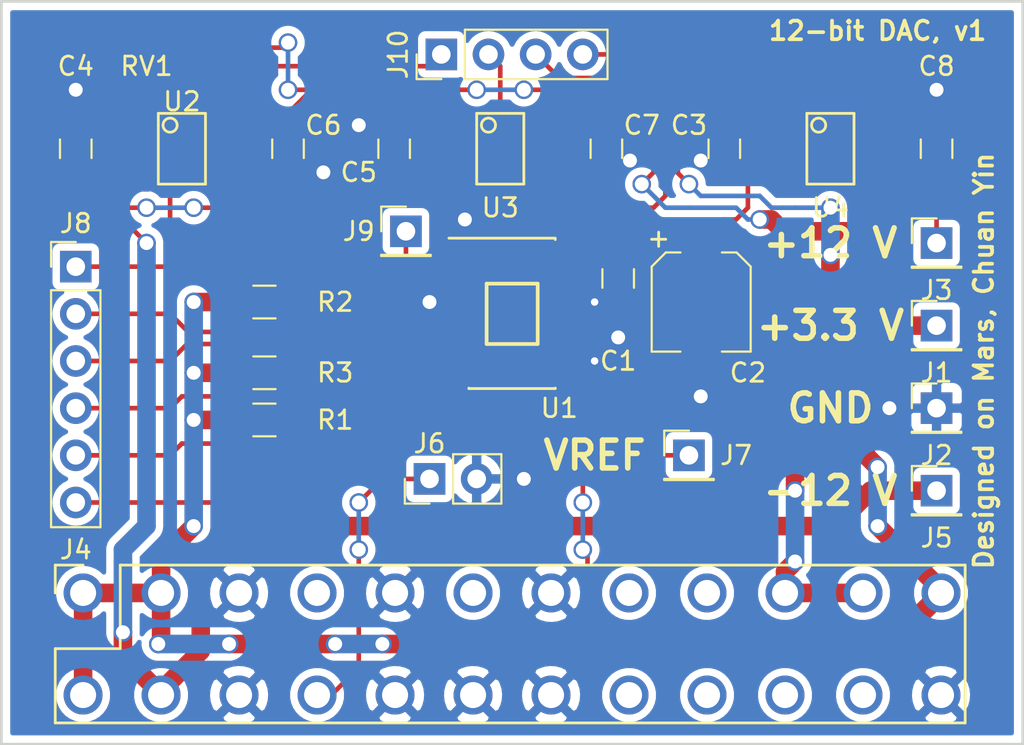
<source format=kicad_pcb>
(kicad_pcb (version 4) (host pcbnew 4.0.7)

  (general
    (links 77)
    (no_connects 0)
    (area 116.584981 74.67498 172.355001 118.2524)
    (thickness 1.6)
    (drawings 15)
    (tracks 369)
    (zones 0)
    (modules 26)
    (nets 23)
  )

  (page A4)
  (layers
    (0 F.Cu signal)
    (31 B.Cu signal)
    (34 B.Paste user)
    (35 F.Paste user)
    (36 B.SilkS user)
    (37 F.SilkS user)
    (38 B.Mask user)
    (39 F.Mask user)
    (44 Edge.Cuts user)
  )

  (setup
    (last_trace_width 0.25)
    (user_trace_width 1)
    (trace_clearance 0.1524)
    (zone_clearance 0.4)
    (zone_45_only yes)
    (trace_min 0.15)
    (segment_width 0.2)
    (edge_width 0.15)
    (via_size 0.6)
    (via_drill 0.4)
    (via_min_size 0.4)
    (via_min_drill 0.3)
    (user_via 1 0.75)
    (uvia_size 0.3)
    (uvia_drill 0.1)
    (uvias_allowed no)
    (uvia_min_size 0.2)
    (uvia_min_drill 0.1)
    (pcb_text_width 0.3)
    (pcb_text_size 1.5 1.5)
    (mod_edge_width 0.15)
    (mod_text_size 1 1)
    (mod_text_width 0.15)
    (pad_size 1.524 1.524)
    (pad_drill 0.762)
    (pad_to_mask_clearance 0.07)
    (aux_axis_origin 0 0)
    (grid_origin 144.78 96.52)
    (visible_elements 7FFEFFFF)
    (pcbplotparams
      (layerselection 0x010f0_80000001)
      (usegerberextensions true)
      (excludeedgelayer true)
      (linewidth 0.100000)
      (plotframeref false)
      (viasonmask false)
      (mode 1)
      (useauxorigin false)
      (hpglpennumber 1)
      (hpglpenspeed 20)
      (hpglpendiameter 15)
      (hpglpenoverlay 2)
      (psnegative false)
      (psa4output false)
      (plotreference true)
      (plotvalue true)
      (plotinvisibletext false)
      (padsonsilk false)
      (subtractmaskfromsilk false)
      (outputformat 1)
      (mirror false)
      (drillshape 0)
      (scaleselection 1)
      (outputdirectory D:/RESEARCH/Accelerator/Kicad_file/drill/))
  )

  (net 0 "")
  (net 1 /+12V)
  (net 2 /GND)
  (net 3 /-12V)
  (net 4 /3V3)
  (net 5 /PS_ON)
  (net 6 "Net-(J7-Pad1)")
  (net 7 /OUT1)
  (net 8 "Net-(J10-Pad1)")
  (net 9 "Net-(J10-Pad2)")
  (net 10 "Net-(J10-Pad3)")
  (net 11 "Net-(J10-Pad4)")
  (net 12 /GPIO3)
  (net 13 /GPIO1)
  (net 14 /GPIO2)
  (net 15 "Net-(RV1-Pad2)")
  (net 16 "Net-(RV1-Pad1)")
  (net 17 /OUT2)
  (net 18 /SCK)
  (net 19 /MOSI)
  (net 20 /MISO)
  (net 21 /OUT4)
  (net 22 /OUT3)

  (net_class Default "This is the default net class."
    (clearance 0.1524)
    (trace_width 0.25)
    (via_dia 0.6)
    (via_drill 0.4)
    (uvia_dia 0.3)
    (uvia_drill 0.1)
    (add_net /+12V)
    (add_net /-12V)
    (add_net /3V3)
    (add_net /GND)
    (add_net /GPIO1)
    (add_net /GPIO2)
    (add_net /GPIO3)
    (add_net /MISO)
    (add_net /MOSI)
    (add_net /OUT1)
    (add_net /OUT2)
    (add_net /OUT3)
    (add_net /OUT4)
    (add_net /PS_ON)
    (add_net /SCK)
    (add_net "Net-(J10-Pad1)")
    (add_net "Net-(J10-Pad2)")
    (add_net "Net-(J10-Pad3)")
    (add_net "Net-(J10-Pad4)")
    (add_net "Net-(J7-Pad1)")
    (add_net "Net-(RV1-Pad1)")
    (add_net "Net-(RV1-Pad2)")
  )

  (module Capacitors_SMD:C_0805_HandSoldering (layer F.Cu) (tedit 5B623AC7) (tstamp 5B5E2953)
    (at 150.495 91.44 270)
    (descr "Capacitor SMD 0805, hand soldering")
    (tags "capacitor 0805")
    (path /5B58BDD8)
    (attr smd)
    (fp_text reference C1 (at 4.445 0 360) (layer F.SilkS)
      (effects (font (size 1 1) (thickness 0.15)))
    )
    (fp_text value 0.1uF (at 0 1.75 270) (layer F.Fab)
      (effects (font (size 1 1) (thickness 0.15)))
    )
    (fp_text user %R (at 0 -1.75 270) (layer F.Fab)
      (effects (font (size 1 1) (thickness 0.15)))
    )
    (fp_line (start -1 0.62) (end -1 -0.62) (layer F.Fab) (width 0.1))
    (fp_line (start 1 0.62) (end -1 0.62) (layer F.Fab) (width 0.1))
    (fp_line (start 1 -0.62) (end 1 0.62) (layer F.Fab) (width 0.1))
    (fp_line (start -1 -0.62) (end 1 -0.62) (layer F.Fab) (width 0.1))
    (fp_line (start 0.5 -0.85) (end -0.5 -0.85) (layer F.SilkS) (width 0.12))
    (fp_line (start -0.5 0.85) (end 0.5 0.85) (layer F.SilkS) (width 0.12))
    (fp_line (start -2.25 -0.88) (end 2.25 -0.88) (layer F.CrtYd) (width 0.05))
    (fp_line (start -2.25 -0.88) (end -2.25 0.87) (layer F.CrtYd) (width 0.05))
    (fp_line (start 2.25 0.87) (end 2.25 -0.88) (layer F.CrtYd) (width 0.05))
    (fp_line (start 2.25 0.87) (end -2.25 0.87) (layer F.CrtYd) (width 0.05))
    (pad 1 smd rect (at -1.25 0 270) (size 1.5 1.25) (layers F.Cu F.Paste F.Mask)
      (net 1 /+12V))
    (pad 2 smd rect (at 1.25 0 270) (size 1.5 1.25) (layers F.Cu F.Paste F.Mask)
      (net 2 /GND))
    (model Capacitors_SMD.3dshapes/C_0805.wrl
      (at (xyz 0 0 0))
      (scale (xyz 1 1 1))
      (rotate (xyz 0 0 0))
    )
  )

  (module Capacitors_SMD:CP_Elec_5x5.3 (layer F.Cu) (tedit 5B61F2F3) (tstamp 5B5E2959)
    (at 154.94 92.71 270)
    (descr "SMT capacitor, aluminium electrolytic, 5x5.3")
    (path /5B58DC4F)
    (attr smd)
    (fp_text reference C2 (at 3.81 -2.54 360) (layer F.SilkS)
      (effects (font (size 1 1) (thickness 0.15)))
    )
    (fp_text value 10uF (at 0 -3.92 270) (layer F.Fab)
      (effects (font (size 1 1) (thickness 0.15)))
    )
    (fp_circle (center 0 0) (end 0.3 2.4) (layer F.Fab) (width 0.1))
    (fp_text user + (at -1.37 -0.08 270) (layer F.Fab)
      (effects (font (size 1 1) (thickness 0.15)))
    )
    (fp_text user + (at -3.38 2.34 270) (layer F.SilkS)
      (effects (font (size 1 1) (thickness 0.15)))
    )
    (fp_text user %R (at 0 3.92 270) (layer F.Fab)
      (effects (font (size 1 1) (thickness 0.15)))
    )
    (fp_line (start 2.51 2.49) (end 2.51 -2.54) (layer F.Fab) (width 0.1))
    (fp_line (start -1.84 2.49) (end 2.51 2.49) (layer F.Fab) (width 0.1))
    (fp_line (start -2.51 1.82) (end -1.84 2.49) (layer F.Fab) (width 0.1))
    (fp_line (start -2.51 -1.87) (end -2.51 1.82) (layer F.Fab) (width 0.1))
    (fp_line (start -1.84 -2.54) (end -2.51 -1.87) (layer F.Fab) (width 0.1))
    (fp_line (start 2.51 -2.54) (end -1.84 -2.54) (layer F.Fab) (width 0.1))
    (fp_line (start 2.67 -2.69) (end 2.67 -1.14) (layer F.SilkS) (width 0.12))
    (fp_line (start 2.67 2.64) (end 2.67 1.09) (layer F.SilkS) (width 0.12))
    (fp_line (start -2.67 1.88) (end -2.67 1.09) (layer F.SilkS) (width 0.12))
    (fp_line (start -2.67 -1.93) (end -2.67 -1.14) (layer F.SilkS) (width 0.12))
    (fp_line (start 2.67 -2.69) (end -1.91 -2.69) (layer F.SilkS) (width 0.12))
    (fp_line (start -1.91 -2.69) (end -2.67 -1.93) (layer F.SilkS) (width 0.12))
    (fp_line (start -2.67 1.88) (end -1.91 2.64) (layer F.SilkS) (width 0.12))
    (fp_line (start -1.91 2.64) (end 2.67 2.64) (layer F.SilkS) (width 0.12))
    (fp_line (start -3.95 -2.79) (end 3.95 -2.79) (layer F.CrtYd) (width 0.05))
    (fp_line (start -3.95 -2.79) (end -3.95 2.74) (layer F.CrtYd) (width 0.05))
    (fp_line (start 3.95 2.74) (end 3.95 -2.79) (layer F.CrtYd) (width 0.05))
    (fp_line (start 3.95 2.74) (end -3.95 2.74) (layer F.CrtYd) (width 0.05))
    (pad 1 smd rect (at -2.2 0 90) (size 3 1.6) (layers F.Cu F.Paste F.Mask)
      (net 1 /+12V))
    (pad 2 smd rect (at 2.2 0 90) (size 3 1.6) (layers F.Cu F.Paste F.Mask)
      (net 2 /GND))
    (model Capacitors_SMD.3dshapes/CP_Elec_5x5.3.wrl
      (at (xyz 0 0 0))
      (scale (xyz 1 1 1))
      (rotate (xyz 0 0 180))
    )
  )

  (module Capacitors_SMD:C_0805_HandSoldering (layer F.Cu) (tedit 5B63619A) (tstamp 5B5E295F)
    (at 156.21 84.455 270)
    (descr "Capacitor SMD 0805, hand soldering")
    (tags "capacitor 0805")
    (path /5B5CEA36)
    (attr smd)
    (fp_text reference C3 (at -1.27 1.905 360) (layer F.SilkS)
      (effects (font (size 1 1) (thickness 0.15)))
    )
    (fp_text value 0.1uF (at 0 1.75 270) (layer F.Fab)
      (effects (font (size 1 1) (thickness 0.15)))
    )
    (fp_text user %R (at 0 -1.75 270) (layer F.Fab)
      (effects (font (size 1 1) (thickness 0.15)))
    )
    (fp_line (start -1 0.62) (end -1 -0.62) (layer F.Fab) (width 0.1))
    (fp_line (start 1 0.62) (end -1 0.62) (layer F.Fab) (width 0.1))
    (fp_line (start 1 -0.62) (end 1 0.62) (layer F.Fab) (width 0.1))
    (fp_line (start -1 -0.62) (end 1 -0.62) (layer F.Fab) (width 0.1))
    (fp_line (start 0.5 -0.85) (end -0.5 -0.85) (layer F.SilkS) (width 0.12))
    (fp_line (start -0.5 0.85) (end 0.5 0.85) (layer F.SilkS) (width 0.12))
    (fp_line (start -2.25 -0.88) (end 2.25 -0.88) (layer F.CrtYd) (width 0.05))
    (fp_line (start -2.25 -0.88) (end -2.25 0.87) (layer F.CrtYd) (width 0.05))
    (fp_line (start 2.25 0.87) (end 2.25 -0.88) (layer F.CrtYd) (width 0.05))
    (fp_line (start 2.25 0.87) (end -2.25 0.87) (layer F.CrtYd) (width 0.05))
    (pad 1 smd rect (at -1.25 0 270) (size 1.5 1.25) (layers F.Cu F.Paste F.Mask)
      (net 3 /-12V))
    (pad 2 smd rect (at 1.25 0 270) (size 1.5 1.25) (layers F.Cu F.Paste F.Mask)
      (net 2 /GND))
    (model Capacitors_SMD.3dshapes/C_0805.wrl
      (at (xyz 0 0 0))
      (scale (xyz 1 1 1))
      (rotate (xyz 0 0 0))
    )
  )

  (module Capacitors_SMD:C_0805_HandSoldering (layer F.Cu) (tedit 5B6361D3) (tstamp 5B5E296B)
    (at 138.43 84.455 90)
    (descr "Capacitor SMD 0805, hand soldering")
    (tags "capacitor 0805")
    (path /5B5A36BA)
    (attr smd)
    (fp_text reference C5 (at -1.27 -1.905 180) (layer F.SilkS)
      (effects (font (size 1 1) (thickness 0.15)))
    )
    (fp_text value 0.1uF (at 0 1.75 90) (layer F.Fab)
      (effects (font (size 1 1) (thickness 0.15)))
    )
    (fp_text user %R (at 0 -1.75 90) (layer F.Fab)
      (effects (font (size 1 1) (thickness 0.15)))
    )
    (fp_line (start -1 0.62) (end -1 -0.62) (layer F.Fab) (width 0.1))
    (fp_line (start 1 0.62) (end -1 0.62) (layer F.Fab) (width 0.1))
    (fp_line (start 1 -0.62) (end 1 0.62) (layer F.Fab) (width 0.1))
    (fp_line (start -1 -0.62) (end 1 -0.62) (layer F.Fab) (width 0.1))
    (fp_line (start 0.5 -0.85) (end -0.5 -0.85) (layer F.SilkS) (width 0.12))
    (fp_line (start -0.5 0.85) (end 0.5 0.85) (layer F.SilkS) (width 0.12))
    (fp_line (start -2.25 -0.88) (end 2.25 -0.88) (layer F.CrtYd) (width 0.05))
    (fp_line (start -2.25 -0.88) (end -2.25 0.87) (layer F.CrtYd) (width 0.05))
    (fp_line (start 2.25 0.87) (end 2.25 -0.88) (layer F.CrtYd) (width 0.05))
    (fp_line (start 2.25 0.87) (end -2.25 0.87) (layer F.CrtYd) (width 0.05))
    (pad 1 smd rect (at -1.25 0 90) (size 1.5 1.25) (layers F.Cu F.Paste F.Mask)
      (net 3 /-12V))
    (pad 2 smd rect (at 1.25 0 90) (size 1.5 1.25) (layers F.Cu F.Paste F.Mask)
      (net 2 /GND))
    (model Capacitors_SMD.3dshapes/C_0805.wrl
      (at (xyz 0 0 0))
      (scale (xyz 1 1 1))
      (rotate (xyz 0 0 0))
    )
  )

  (module Capacitors_SMD:C_0805_HandSoldering (layer F.Cu) (tedit 5B6361D2) (tstamp 5B5E2971)
    (at 132.715 84.455 270)
    (descr "Capacitor SMD 0805, hand soldering")
    (tags "capacitor 0805")
    (path /5B5A29FD)
    (attr smd)
    (fp_text reference C6 (at -1.27 -1.905 360) (layer F.SilkS)
      (effects (font (size 1 1) (thickness 0.15)))
    )
    (fp_text value 0.1uF (at 0 1.75 270) (layer F.Fab)
      (effects (font (size 1 1) (thickness 0.15)))
    )
    (fp_text user %R (at 0 -1.75 270) (layer F.Fab)
      (effects (font (size 1 1) (thickness 0.15)))
    )
    (fp_line (start -1 0.62) (end -1 -0.62) (layer F.Fab) (width 0.1))
    (fp_line (start 1 0.62) (end -1 0.62) (layer F.Fab) (width 0.1))
    (fp_line (start 1 -0.62) (end 1 0.62) (layer F.Fab) (width 0.1))
    (fp_line (start -1 -0.62) (end 1 -0.62) (layer F.Fab) (width 0.1))
    (fp_line (start 0.5 -0.85) (end -0.5 -0.85) (layer F.SilkS) (width 0.12))
    (fp_line (start -0.5 0.85) (end 0.5 0.85) (layer F.SilkS) (width 0.12))
    (fp_line (start -2.25 -0.88) (end 2.25 -0.88) (layer F.CrtYd) (width 0.05))
    (fp_line (start -2.25 -0.88) (end -2.25 0.87) (layer F.CrtYd) (width 0.05))
    (fp_line (start 2.25 0.87) (end 2.25 -0.88) (layer F.CrtYd) (width 0.05))
    (fp_line (start 2.25 0.87) (end -2.25 0.87) (layer F.CrtYd) (width 0.05))
    (pad 1 smd rect (at -1.25 0 270) (size 1.5 1.25) (layers F.Cu F.Paste F.Mask)
      (net 1 /+12V))
    (pad 2 smd rect (at 1.25 0 270) (size 1.5 1.25) (layers F.Cu F.Paste F.Mask)
      (net 2 /GND))
    (model Capacitors_SMD.3dshapes/C_0805.wrl
      (at (xyz 0 0 0))
      (scale (xyz 1 1 1))
      (rotate (xyz 0 0 0))
    )
  )

  (module Pin_Headers:Pin_Header_Straight_1x01_Pitch2.54mm (layer F.Cu) (tedit 5B62327C) (tstamp 5B5E29A6)
    (at 167.64 93.98)
    (descr "Through hole straight pin header, 1x01, 2.54mm pitch, single row")
    (tags "Through hole pin header THT 1x01 2.54mm single row")
    (path /5B5EE5EE)
    (fp_text reference J1 (at 0 2.54) (layer F.SilkS)
      (effects (font (size 1 1) (thickness 0.15)))
    )
    (fp_text value Conn_01x01 (at 0 2.33) (layer F.Fab)
      (effects (font (size 1 1) (thickness 0.15)))
    )
    (fp_line (start -0.635 -1.27) (end 1.27 -1.27) (layer F.Fab) (width 0.1))
    (fp_line (start 1.27 -1.27) (end 1.27 1.27) (layer F.Fab) (width 0.1))
    (fp_line (start 1.27 1.27) (end -1.27 1.27) (layer F.Fab) (width 0.1))
    (fp_line (start -1.27 1.27) (end -1.27 -0.635) (layer F.Fab) (width 0.1))
    (fp_line (start -1.27 -0.635) (end -0.635 -1.27) (layer F.Fab) (width 0.1))
    (fp_line (start -1.33 1.33) (end 1.33 1.33) (layer F.SilkS) (width 0.12))
    (fp_line (start -1.33 1.27) (end -1.33 1.33) (layer F.SilkS) (width 0.12))
    (fp_line (start 1.33 1.27) (end 1.33 1.33) (layer F.SilkS) (width 0.12))
    (fp_line (start -1.33 1.27) (end 1.33 1.27) (layer F.SilkS) (width 0.12))
    (fp_line (start -1.33 0) (end -1.33 -1.33) (layer F.SilkS) (width 0.12))
    (fp_line (start -1.33 -1.33) (end 0 -1.33) (layer F.SilkS) (width 0.12))
    (fp_line (start -1.8 -1.8) (end -1.8 1.8) (layer F.CrtYd) (width 0.05))
    (fp_line (start -1.8 1.8) (end 1.8 1.8) (layer F.CrtYd) (width 0.05))
    (fp_line (start 1.8 1.8) (end 1.8 -1.8) (layer F.CrtYd) (width 0.05))
    (fp_line (start 1.8 -1.8) (end -1.8 -1.8) (layer F.CrtYd) (width 0.05))
    (fp_text user %R (at 0 0 90) (layer F.Fab)
      (effects (font (size 1 1) (thickness 0.15)))
    )
    (pad 1 thru_hole rect (at 0 0) (size 1.7 1.7) (drill 1) (layers *.Cu *.Mask)
      (net 4 /3V3))
    (model ${KISYS3DMOD}/Pin_Headers.3dshapes/Pin_Header_Straight_1x01_Pitch2.54mm.wrl
      (at (xyz 0 0 0))
      (scale (xyz 1 1 1))
      (rotate (xyz 0 0 0))
    )
  )

  (module Pin_Headers:Pin_Header_Straight_1x01_Pitch2.54mm (layer F.Cu) (tedit 5B62327E) (tstamp 5B5E29AB)
    (at 167.64 98.425)
    (descr "Through hole straight pin header, 1x01, 2.54mm pitch, single row")
    (tags "Through hole pin header THT 1x01 2.54mm single row")
    (path /5B5EE692)
    (fp_text reference J2 (at 0 2.54) (layer F.SilkS)
      (effects (font (size 1 1) (thickness 0.15)))
    )
    (fp_text value Conn_01x01 (at 0 2.33) (layer F.Fab)
      (effects (font (size 1 1) (thickness 0.15)))
    )
    (fp_line (start -0.635 -1.27) (end 1.27 -1.27) (layer F.Fab) (width 0.1))
    (fp_line (start 1.27 -1.27) (end 1.27 1.27) (layer F.Fab) (width 0.1))
    (fp_line (start 1.27 1.27) (end -1.27 1.27) (layer F.Fab) (width 0.1))
    (fp_line (start -1.27 1.27) (end -1.27 -0.635) (layer F.Fab) (width 0.1))
    (fp_line (start -1.27 -0.635) (end -0.635 -1.27) (layer F.Fab) (width 0.1))
    (fp_line (start -1.33 1.33) (end 1.33 1.33) (layer F.SilkS) (width 0.12))
    (fp_line (start -1.33 1.27) (end -1.33 1.33) (layer F.SilkS) (width 0.12))
    (fp_line (start 1.33 1.27) (end 1.33 1.33) (layer F.SilkS) (width 0.12))
    (fp_line (start -1.33 1.27) (end 1.33 1.27) (layer F.SilkS) (width 0.12))
    (fp_line (start -1.33 0) (end -1.33 -1.33) (layer F.SilkS) (width 0.12))
    (fp_line (start -1.33 -1.33) (end 0 -1.33) (layer F.SilkS) (width 0.12))
    (fp_line (start -1.8 -1.8) (end -1.8 1.8) (layer F.CrtYd) (width 0.05))
    (fp_line (start -1.8 1.8) (end 1.8 1.8) (layer F.CrtYd) (width 0.05))
    (fp_line (start 1.8 1.8) (end 1.8 -1.8) (layer F.CrtYd) (width 0.05))
    (fp_line (start 1.8 -1.8) (end -1.8 -1.8) (layer F.CrtYd) (width 0.05))
    (fp_text user %R (at 0 0 90) (layer F.Fab)
      (effects (font (size 1 1) (thickness 0.15)))
    )
    (pad 1 thru_hole rect (at 0 0) (size 1.7 1.7) (drill 1) (layers *.Cu *.Mask)
      (net 2 /GND))
    (model ${KISYS3DMOD}/Pin_Headers.3dshapes/Pin_Header_Straight_1x01_Pitch2.54mm.wrl
      (at (xyz 0 0 0))
      (scale (xyz 1 1 1))
      (rotate (xyz 0 0 0))
    )
  )

  (module Pin_Headers:Pin_Header_Straight_1x01_Pitch2.54mm (layer F.Cu) (tedit 5B623278) (tstamp 5B5E29B0)
    (at 167.64 89.535)
    (descr "Through hole straight pin header, 1x01, 2.54mm pitch, single row")
    (tags "Through hole pin header THT 1x01 2.54mm single row")
    (path /5B5EEA81)
    (fp_text reference J3 (at 0 2.54) (layer F.SilkS)
      (effects (font (size 1 1) (thickness 0.15)))
    )
    (fp_text value Conn_01x01 (at 0 2.33) (layer F.Fab)
      (effects (font (size 1 1) (thickness 0.15)))
    )
    (fp_line (start -0.635 -1.27) (end 1.27 -1.27) (layer F.Fab) (width 0.1))
    (fp_line (start 1.27 -1.27) (end 1.27 1.27) (layer F.Fab) (width 0.1))
    (fp_line (start 1.27 1.27) (end -1.27 1.27) (layer F.Fab) (width 0.1))
    (fp_line (start -1.27 1.27) (end -1.27 -0.635) (layer F.Fab) (width 0.1))
    (fp_line (start -1.27 -0.635) (end -0.635 -1.27) (layer F.Fab) (width 0.1))
    (fp_line (start -1.33 1.33) (end 1.33 1.33) (layer F.SilkS) (width 0.12))
    (fp_line (start -1.33 1.27) (end -1.33 1.33) (layer F.SilkS) (width 0.12))
    (fp_line (start 1.33 1.27) (end 1.33 1.33) (layer F.SilkS) (width 0.12))
    (fp_line (start -1.33 1.27) (end 1.33 1.27) (layer F.SilkS) (width 0.12))
    (fp_line (start -1.33 0) (end -1.33 -1.33) (layer F.SilkS) (width 0.12))
    (fp_line (start -1.33 -1.33) (end 0 -1.33) (layer F.SilkS) (width 0.12))
    (fp_line (start -1.8 -1.8) (end -1.8 1.8) (layer F.CrtYd) (width 0.05))
    (fp_line (start -1.8 1.8) (end 1.8 1.8) (layer F.CrtYd) (width 0.05))
    (fp_line (start 1.8 1.8) (end 1.8 -1.8) (layer F.CrtYd) (width 0.05))
    (fp_line (start 1.8 -1.8) (end -1.8 -1.8) (layer F.CrtYd) (width 0.05))
    (fp_text user %R (at 0 0 90) (layer F.Fab)
      (effects (font (size 1 1) (thickness 0.15)))
    )
    (pad 1 thru_hole rect (at 0 0) (size 1.7 1.7) (drill 1) (layers *.Cu *.Mask)
      (net 1 /+12V))
    (model ${KISYS3DMOD}/Pin_Headers.3dshapes/Pin_Header_Straight_1x01_Pitch2.54mm.wrl
      (at (xyz 0 0 0))
      (scale (xyz 1 1 1))
      (rotate (xyz 0 0 0))
    )
  )

  (module Pin_Headers:Pin_Header_Straight_1x01_Pitch2.54mm (layer F.Cu) (tedit 5B623281) (tstamp 5B5E29D1)
    (at 167.64 102.87)
    (descr "Through hole straight pin header, 1x01, 2.54mm pitch, single row")
    (tags "Through hole pin header THT 1x01 2.54mm single row")
    (path /5B5EE33F)
    (fp_text reference J5 (at 0 2.54) (layer F.SilkS)
      (effects (font (size 1 1) (thickness 0.15)))
    )
    (fp_text value Conn_01x01 (at 0 2.33) (layer F.Fab)
      (effects (font (size 1 1) (thickness 0.15)))
    )
    (fp_line (start -0.635 -1.27) (end 1.27 -1.27) (layer F.Fab) (width 0.1))
    (fp_line (start 1.27 -1.27) (end 1.27 1.27) (layer F.Fab) (width 0.1))
    (fp_line (start 1.27 1.27) (end -1.27 1.27) (layer F.Fab) (width 0.1))
    (fp_line (start -1.27 1.27) (end -1.27 -0.635) (layer F.Fab) (width 0.1))
    (fp_line (start -1.27 -0.635) (end -0.635 -1.27) (layer F.Fab) (width 0.1))
    (fp_line (start -1.33 1.33) (end 1.33 1.33) (layer F.SilkS) (width 0.12))
    (fp_line (start -1.33 1.27) (end -1.33 1.33) (layer F.SilkS) (width 0.12))
    (fp_line (start 1.33 1.27) (end 1.33 1.33) (layer F.SilkS) (width 0.12))
    (fp_line (start -1.33 1.27) (end 1.33 1.27) (layer F.SilkS) (width 0.12))
    (fp_line (start -1.33 0) (end -1.33 -1.33) (layer F.SilkS) (width 0.12))
    (fp_line (start -1.33 -1.33) (end 0 -1.33) (layer F.SilkS) (width 0.12))
    (fp_line (start -1.8 -1.8) (end -1.8 1.8) (layer F.CrtYd) (width 0.05))
    (fp_line (start -1.8 1.8) (end 1.8 1.8) (layer F.CrtYd) (width 0.05))
    (fp_line (start 1.8 1.8) (end 1.8 -1.8) (layer F.CrtYd) (width 0.05))
    (fp_line (start 1.8 -1.8) (end -1.8 -1.8) (layer F.CrtYd) (width 0.05))
    (fp_text user %R (at 0 0 90) (layer F.Fab)
      (effects (font (size 1 1) (thickness 0.15)))
    )
    (pad 1 thru_hole rect (at 0 0) (size 1.7 1.7) (drill 1) (layers *.Cu *.Mask)
      (net 3 /-12V))
    (model ${KISYS3DMOD}/Pin_Headers.3dshapes/Pin_Header_Straight_1x01_Pitch2.54mm.wrl
      (at (xyz 0 0 0))
      (scale (xyz 1 1 1))
      (rotate (xyz 0 0 0))
    )
  )

  (module Pin_Headers:Pin_Header_Straight_1x02_Pitch2.54mm (layer F.Cu) (tedit 5B623874) (tstamp 5B5E29D7)
    (at 140.335 102.235 90)
    (descr "Through hole straight pin header, 1x02, 2.54mm pitch, single row")
    (tags "Through hole pin header THT 1x02 2.54mm single row")
    (path /5B5DA225)
    (fp_text reference J6 (at 1.905 0 180) (layer F.SilkS)
      (effects (font (size 1 1) (thickness 0.15)))
    )
    (fp_text value Conn_01x02 (at 0 4.87 90) (layer F.Fab)
      (effects (font (size 1 1) (thickness 0.15)))
    )
    (fp_line (start -0.635 -1.27) (end 1.27 -1.27) (layer F.Fab) (width 0.1))
    (fp_line (start 1.27 -1.27) (end 1.27 3.81) (layer F.Fab) (width 0.1))
    (fp_line (start 1.27 3.81) (end -1.27 3.81) (layer F.Fab) (width 0.1))
    (fp_line (start -1.27 3.81) (end -1.27 -0.635) (layer F.Fab) (width 0.1))
    (fp_line (start -1.27 -0.635) (end -0.635 -1.27) (layer F.Fab) (width 0.1))
    (fp_line (start -1.33 3.87) (end 1.33 3.87) (layer F.SilkS) (width 0.12))
    (fp_line (start -1.33 1.27) (end -1.33 3.87) (layer F.SilkS) (width 0.12))
    (fp_line (start 1.33 1.27) (end 1.33 3.87) (layer F.SilkS) (width 0.12))
    (fp_line (start -1.33 1.27) (end 1.33 1.27) (layer F.SilkS) (width 0.12))
    (fp_line (start -1.33 0) (end -1.33 -1.33) (layer F.SilkS) (width 0.12))
    (fp_line (start -1.33 -1.33) (end 0 -1.33) (layer F.SilkS) (width 0.12))
    (fp_line (start -1.8 -1.8) (end -1.8 4.35) (layer F.CrtYd) (width 0.05))
    (fp_line (start -1.8 4.35) (end 1.8 4.35) (layer F.CrtYd) (width 0.05))
    (fp_line (start 1.8 4.35) (end 1.8 -1.8) (layer F.CrtYd) (width 0.05))
    (fp_line (start 1.8 -1.8) (end -1.8 -1.8) (layer F.CrtYd) (width 0.05))
    (fp_text user %R (at 0 1.27 180) (layer F.Fab)
      (effects (font (size 1 1) (thickness 0.15)))
    )
    (pad 1 thru_hole rect (at 0 0 90) (size 1.7 1.7) (drill 1) (layers *.Cu *.Mask)
      (net 5 /PS_ON))
    (pad 2 thru_hole oval (at 0 2.54 90) (size 1.7 1.7) (drill 1) (layers *.Cu *.Mask)
      (net 2 /GND))
    (model ${KISYS3DMOD}/Pin_Headers.3dshapes/Pin_Header_Straight_1x02_Pitch2.54mm.wrl
      (at (xyz 0 0 0))
      (scale (xyz 1 1 1))
      (rotate (xyz 0 0 0))
    )
  )

  (module Pin_Headers:Pin_Header_Straight_1x01_Pitch2.54mm (layer F.Cu) (tedit 5B61DBB4) (tstamp 5B5E29DC)
    (at 154.305 100.965)
    (descr "Through hole straight pin header, 1x01, 2.54mm pitch, single row")
    (tags "Through hole pin header THT 1x01 2.54mm single row")
    (path /5B5EDEE3)
    (fp_text reference J7 (at 2.54 0) (layer F.SilkS)
      (effects (font (size 1 1) (thickness 0.15)))
    )
    (fp_text value Conn_01x01 (at 0 2.33) (layer F.Fab)
      (effects (font (size 1 1) (thickness 0.15)))
    )
    (fp_line (start -0.635 -1.27) (end 1.27 -1.27) (layer F.Fab) (width 0.1))
    (fp_line (start 1.27 -1.27) (end 1.27 1.27) (layer F.Fab) (width 0.1))
    (fp_line (start 1.27 1.27) (end -1.27 1.27) (layer F.Fab) (width 0.1))
    (fp_line (start -1.27 1.27) (end -1.27 -0.635) (layer F.Fab) (width 0.1))
    (fp_line (start -1.27 -0.635) (end -0.635 -1.27) (layer F.Fab) (width 0.1))
    (fp_line (start -1.33 1.33) (end 1.33 1.33) (layer F.SilkS) (width 0.12))
    (fp_line (start -1.33 1.27) (end -1.33 1.33) (layer F.SilkS) (width 0.12))
    (fp_line (start 1.33 1.27) (end 1.33 1.33) (layer F.SilkS) (width 0.12))
    (fp_line (start -1.33 1.27) (end 1.33 1.27) (layer F.SilkS) (width 0.12))
    (fp_line (start -1.33 0) (end -1.33 -1.33) (layer F.SilkS) (width 0.12))
    (fp_line (start -1.33 -1.33) (end 0 -1.33) (layer F.SilkS) (width 0.12))
    (fp_line (start -1.8 -1.8) (end -1.8 1.8) (layer F.CrtYd) (width 0.05))
    (fp_line (start -1.8 1.8) (end 1.8 1.8) (layer F.CrtYd) (width 0.05))
    (fp_line (start 1.8 1.8) (end 1.8 -1.8) (layer F.CrtYd) (width 0.05))
    (fp_line (start 1.8 -1.8) (end -1.8 -1.8) (layer F.CrtYd) (width 0.05))
    (fp_text user %R (at 0 0 90) (layer F.Fab)
      (effects (font (size 1 1) (thickness 0.15)))
    )
    (pad 1 thru_hole rect (at 0 0) (size 1.7 1.7) (drill 1) (layers *.Cu *.Mask)
      (net 6 "Net-(J7-Pad1)"))
    (model ${KISYS3DMOD}/Pin_Headers.3dshapes/Pin_Header_Straight_1x01_Pitch2.54mm.wrl
      (at (xyz 0 0 0))
      (scale (xyz 1 1 1))
      (rotate (xyz 0 0 0))
    )
  )

  (module Pin_Headers:Pin_Header_Straight_1x01_Pitch2.54mm (layer F.Cu) (tedit 5B622808) (tstamp 5B5E29E1)
    (at 139.065 88.9)
    (descr "Through hole straight pin header, 1x01, 2.54mm pitch, single row")
    (tags "Through hole pin header THT 1x01 2.54mm single row")
    (path /5B5AED07)
    (fp_text reference J9 (at -2.54 0) (layer F.SilkS)
      (effects (font (size 1 1) (thickness 0.15)))
    )
    (fp_text value Conn_01x01 (at 0 2.33) (layer F.Fab)
      (effects (font (size 1 1) (thickness 0.15)))
    )
    (fp_line (start -0.635 -1.27) (end 1.27 -1.27) (layer F.Fab) (width 0.1))
    (fp_line (start 1.27 -1.27) (end 1.27 1.27) (layer F.Fab) (width 0.1))
    (fp_line (start 1.27 1.27) (end -1.27 1.27) (layer F.Fab) (width 0.1))
    (fp_line (start -1.27 1.27) (end -1.27 -0.635) (layer F.Fab) (width 0.1))
    (fp_line (start -1.27 -0.635) (end -0.635 -1.27) (layer F.Fab) (width 0.1))
    (fp_line (start -1.33 1.33) (end 1.33 1.33) (layer F.SilkS) (width 0.12))
    (fp_line (start -1.33 1.27) (end -1.33 1.33) (layer F.SilkS) (width 0.12))
    (fp_line (start 1.33 1.27) (end 1.33 1.33) (layer F.SilkS) (width 0.12))
    (fp_line (start -1.33 1.27) (end 1.33 1.27) (layer F.SilkS) (width 0.12))
    (fp_line (start -1.33 0) (end -1.33 -1.33) (layer F.SilkS) (width 0.12))
    (fp_line (start -1.33 -1.33) (end 0 -1.33) (layer F.SilkS) (width 0.12))
    (fp_line (start -1.8 -1.8) (end -1.8 1.8) (layer F.CrtYd) (width 0.05))
    (fp_line (start -1.8 1.8) (end 1.8 1.8) (layer F.CrtYd) (width 0.05))
    (fp_line (start 1.8 1.8) (end 1.8 -1.8) (layer F.CrtYd) (width 0.05))
    (fp_line (start 1.8 -1.8) (end -1.8 -1.8) (layer F.CrtYd) (width 0.05))
    (fp_text user %R (at 0 0 90) (layer F.Fab)
      (effects (font (size 1 1) (thickness 0.15)))
    )
    (pad 1 thru_hole rect (at 0 0) (size 1.7 1.7) (drill 1) (layers *.Cu *.Mask)
      (net 17 /OUT2))
    (model ${KISYS3DMOD}/Pin_Headers.3dshapes/Pin_Header_Straight_1x01_Pitch2.54mm.wrl
      (at (xyz 0 0 0))
      (scale (xyz 1 1 1))
      (rotate (xyz 0 0 0))
    )
  )

  (module Pin_Headers:Pin_Header_Straight_1x04_Pitch2.54mm (layer F.Cu) (tedit 59650532) (tstamp 5B5E29E9)
    (at 140.97 79.375 90)
    (descr "Through hole straight pin header, 1x04, 2.54mm pitch, single row")
    (tags "Through hole pin header THT 1x04 2.54mm single row")
    (path /5B58C1A0)
    (fp_text reference J10 (at 0 -2.33 90) (layer F.SilkS)
      (effects (font (size 1 1) (thickness 0.15)))
    )
    (fp_text value Conn_01x04 (at 0 9.95 90) (layer F.Fab)
      (effects (font (size 1 1) (thickness 0.15)))
    )
    (fp_line (start -0.635 -1.27) (end 1.27 -1.27) (layer F.Fab) (width 0.1))
    (fp_line (start 1.27 -1.27) (end 1.27 8.89) (layer F.Fab) (width 0.1))
    (fp_line (start 1.27 8.89) (end -1.27 8.89) (layer F.Fab) (width 0.1))
    (fp_line (start -1.27 8.89) (end -1.27 -0.635) (layer F.Fab) (width 0.1))
    (fp_line (start -1.27 -0.635) (end -0.635 -1.27) (layer F.Fab) (width 0.1))
    (fp_line (start -1.33 8.95) (end 1.33 8.95) (layer F.SilkS) (width 0.12))
    (fp_line (start -1.33 1.27) (end -1.33 8.95) (layer F.SilkS) (width 0.12))
    (fp_line (start 1.33 1.27) (end 1.33 8.95) (layer F.SilkS) (width 0.12))
    (fp_line (start -1.33 1.27) (end 1.33 1.27) (layer F.SilkS) (width 0.12))
    (fp_line (start -1.33 0) (end -1.33 -1.33) (layer F.SilkS) (width 0.12))
    (fp_line (start -1.33 -1.33) (end 0 -1.33) (layer F.SilkS) (width 0.12))
    (fp_line (start -1.8 -1.8) (end -1.8 9.4) (layer F.CrtYd) (width 0.05))
    (fp_line (start -1.8 9.4) (end 1.8 9.4) (layer F.CrtYd) (width 0.05))
    (fp_line (start 1.8 9.4) (end 1.8 -1.8) (layer F.CrtYd) (width 0.05))
    (fp_line (start 1.8 -1.8) (end -1.8 -1.8) (layer F.CrtYd) (width 0.05))
    (fp_text user %R (at 0 3.81 180) (layer F.Fab)
      (effects (font (size 1 1) (thickness 0.15)))
    )
    (pad 1 thru_hole rect (at 0 0 90) (size 1.7 1.7) (drill 1) (layers *.Cu *.Mask)
      (net 8 "Net-(J10-Pad1)"))
    (pad 2 thru_hole oval (at 0 2.54 90) (size 1.7 1.7) (drill 1) (layers *.Cu *.Mask)
      (net 9 "Net-(J10-Pad2)"))
    (pad 3 thru_hole oval (at 0 5.08 90) (size 1.7 1.7) (drill 1) (layers *.Cu *.Mask)
      (net 10 "Net-(J10-Pad3)"))
    (pad 4 thru_hole oval (at 0 7.62 90) (size 1.7 1.7) (drill 1) (layers *.Cu *.Mask)
      (net 11 "Net-(J10-Pad4)"))
    (model ${KISYS3DMOD}/Pin_Headers.3dshapes/Pin_Header_Straight_1x04_Pitch2.54mm.wrl
      (at (xyz 0 0 0))
      (scale (xyz 1 1 1))
      (rotate (xyz 0 0 0))
    )
  )

  (module Resistors_SMD:R_0805_HandSoldering (layer F.Cu) (tedit 5B6144E7) (tstamp 5B5E29EF)
    (at 131.445 99.06)
    (descr "Resistor SMD 0805, hand soldering")
    (tags "resistor 0805")
    (path /5B5A1252)
    (attr smd)
    (fp_text reference R1 (at 3.81 0) (layer F.SilkS)
      (effects (font (size 1 1) (thickness 0.15)))
    )
    (fp_text value 10k (at 0 1.75) (layer F.Fab)
      (effects (font (size 1 1) (thickness 0.15)))
    )
    (fp_text user %R (at 0 0) (layer F.Fab)
      (effects (font (size 0.5 0.5) (thickness 0.075)))
    )
    (fp_line (start -1 0.62) (end -1 -0.62) (layer F.Fab) (width 0.1))
    (fp_line (start 1 0.62) (end -1 0.62) (layer F.Fab) (width 0.1))
    (fp_line (start 1 -0.62) (end 1 0.62) (layer F.Fab) (width 0.1))
    (fp_line (start -1 -0.62) (end 1 -0.62) (layer F.Fab) (width 0.1))
    (fp_line (start 0.6 0.88) (end -0.6 0.88) (layer F.SilkS) (width 0.12))
    (fp_line (start -0.6 -0.88) (end 0.6 -0.88) (layer F.SilkS) (width 0.12))
    (fp_line (start -2.35 -0.9) (end 2.35 -0.9) (layer F.CrtYd) (width 0.05))
    (fp_line (start -2.35 -0.9) (end -2.35 0.9) (layer F.CrtYd) (width 0.05))
    (fp_line (start 2.35 0.9) (end 2.35 -0.9) (layer F.CrtYd) (width 0.05))
    (fp_line (start 2.35 0.9) (end -2.35 0.9) (layer F.CrtYd) (width 0.05))
    (pad 1 smd rect (at -1.35 0) (size 1.5 1.3) (layers F.Cu F.Paste F.Mask)
      (net 4 /3V3))
    (pad 2 smd rect (at 1.35 0) (size 1.5 1.3) (layers F.Cu F.Paste F.Mask)
      (net 12 /GPIO3))
    (model ${KISYS3DMOD}/Resistors_SMD.3dshapes/R_0805.wrl
      (at (xyz 0 0 0))
      (scale (xyz 1 1 1))
      (rotate (xyz 0 0 0))
    )
  )

  (module Resistors_SMD:R_0805_HandSoldering (layer F.Cu) (tedit 5B6144E5) (tstamp 5B5E29F5)
    (at 131.445 92.71 180)
    (descr "Resistor SMD 0805, hand soldering")
    (tags "resistor 0805")
    (path /5B5A0E66)
    (attr smd)
    (fp_text reference R2 (at -3.81 0 180) (layer F.SilkS)
      (effects (font (size 1 1) (thickness 0.15)))
    )
    (fp_text value 10k (at 0 1.75 180) (layer F.Fab)
      (effects (font (size 1 1) (thickness 0.15)))
    )
    (fp_text user %R (at 0 0 180) (layer F.Fab)
      (effects (font (size 0.5 0.5) (thickness 0.075)))
    )
    (fp_line (start -1 0.62) (end -1 -0.62) (layer F.Fab) (width 0.1))
    (fp_line (start 1 0.62) (end -1 0.62) (layer F.Fab) (width 0.1))
    (fp_line (start 1 -0.62) (end 1 0.62) (layer F.Fab) (width 0.1))
    (fp_line (start -1 -0.62) (end 1 -0.62) (layer F.Fab) (width 0.1))
    (fp_line (start 0.6 0.88) (end -0.6 0.88) (layer F.SilkS) (width 0.12))
    (fp_line (start -0.6 -0.88) (end 0.6 -0.88) (layer F.SilkS) (width 0.12))
    (fp_line (start -2.35 -0.9) (end 2.35 -0.9) (layer F.CrtYd) (width 0.05))
    (fp_line (start -2.35 -0.9) (end -2.35 0.9) (layer F.CrtYd) (width 0.05))
    (fp_line (start 2.35 0.9) (end 2.35 -0.9) (layer F.CrtYd) (width 0.05))
    (fp_line (start 2.35 0.9) (end -2.35 0.9) (layer F.CrtYd) (width 0.05))
    (pad 1 smd rect (at -1.35 0 180) (size 1.5 1.3) (layers F.Cu F.Paste F.Mask)
      (net 13 /GPIO1))
    (pad 2 smd rect (at 1.35 0 180) (size 1.5 1.3) (layers F.Cu F.Paste F.Mask)
      (net 4 /3V3))
    (model ${KISYS3DMOD}/Resistors_SMD.3dshapes/R_0805.wrl
      (at (xyz 0 0 0))
      (scale (xyz 1 1 1))
      (rotate (xyz 0 0 0))
    )
  )

  (module Resistors_SMD:R_0805_HandSoldering (layer F.Cu) (tedit 5B6144E1) (tstamp 5B5E29FB)
    (at 131.445 96.52 180)
    (descr "Resistor SMD 0805, hand soldering")
    (tags "resistor 0805")
    (path /5B5A0807)
    (attr smd)
    (fp_text reference R3 (at -3.81 0 180) (layer F.SilkS)
      (effects (font (size 1 1) (thickness 0.15)))
    )
    (fp_text value 10k (at 0 1.75 180) (layer F.Fab)
      (effects (font (size 1 1) (thickness 0.15)))
    )
    (fp_text user %R (at 0 0 180) (layer F.Fab)
      (effects (font (size 0.5 0.5) (thickness 0.075)))
    )
    (fp_line (start -1 0.62) (end -1 -0.62) (layer F.Fab) (width 0.1))
    (fp_line (start 1 0.62) (end -1 0.62) (layer F.Fab) (width 0.1))
    (fp_line (start 1 -0.62) (end 1 0.62) (layer F.Fab) (width 0.1))
    (fp_line (start -1 -0.62) (end 1 -0.62) (layer F.Fab) (width 0.1))
    (fp_line (start 0.6 0.88) (end -0.6 0.88) (layer F.SilkS) (width 0.12))
    (fp_line (start -0.6 -0.88) (end 0.6 -0.88) (layer F.SilkS) (width 0.12))
    (fp_line (start -2.35 -0.9) (end 2.35 -0.9) (layer F.CrtYd) (width 0.05))
    (fp_line (start -2.35 -0.9) (end -2.35 0.9) (layer F.CrtYd) (width 0.05))
    (fp_line (start 2.35 0.9) (end 2.35 -0.9) (layer F.CrtYd) (width 0.05))
    (fp_line (start 2.35 0.9) (end -2.35 0.9) (layer F.CrtYd) (width 0.05))
    (pad 1 smd rect (at -1.35 0 180) (size 1.5 1.3) (layers F.Cu F.Paste F.Mask)
      (net 14 /GPIO2))
    (pad 2 smd rect (at 1.35 0 180) (size 1.5 1.3) (layers F.Cu F.Paste F.Mask)
      (net 4 /3V3))
    (model ${KISYS3DMOD}/Resistors_SMD.3dshapes/R_0805.wrl
      (at (xyz 0 0 0))
      (scale (xyz 1 1 1))
      (rotate (xyz 0 0 0))
    )
  )

  (module TC33X-2:TC33X-2 (layer F.Cu) (tedit 5B63615F) (tstamp 5B5E2A02)
    (at 128.905 80.01 90)
    (path /5B5AA7C4)
    (fp_text reference RV1 (at 0 -3.81 180) (layer F.SilkS)
      (effects (font (size 1 1) (thickness 0.15)))
    )
    (fp_text value POT (at 0 -3.175 90) (layer F.Fab)
      (effects (font (size 1 1) (thickness 0.15)))
    )
    (pad 2 smd rect (at 0 -1.45 90) (size 1.6 1.5) (layers F.Cu F.Paste F.Mask)
      (net 15 "Net-(RV1-Pad2)"))
    (pad 1 smd rect (at -1 1.8 90) (size 1.2 1.2) (layers F.Cu F.Paste F.Mask)
      (net 16 "Net-(RV1-Pad1)"))
    (pad 3 smd rect (at 1 1.8 90) (size 1.2 1.2) (layers F.Cu F.Paste F.Mask)
      (net 1 /+12V))
  )

  (module Housings_SSOP:TSSOP-24_4.4x7.8mm_Pitch0.65mm (layer F.Cu) (tedit 5B623879) (tstamp 5B5E2A1E)
    (at 144.78 93.345)
    (descr "TSSOP24: plastic thin shrink small outline package; 24 leads; body width 4.4 mm; (see NXP SSOP-TSSOP-VSO-REFLOW.pdf and sot355-1_po.pdf)")
    (tags "SSOP 0.65")
    (path /5B589E88)
    (attr smd)
    (fp_text reference U1 (at 2.54 5.08) (layer F.SilkS)
      (effects (font (size 1 1) (thickness 0.15)))
    )
    (fp_text value AD5724R (at 0 4.95) (layer F.Fab)
      (effects (font (size 1 1) (thickness 0.15)))
    )
    (fp_line (start -1.2 -3.9) (end 2.2 -3.9) (layer F.Fab) (width 0.15))
    (fp_line (start 2.2 -3.9) (end 2.2 3.9) (layer F.Fab) (width 0.15))
    (fp_line (start 2.2 3.9) (end -2.2 3.9) (layer F.Fab) (width 0.15))
    (fp_line (start -2.2 3.9) (end -2.2 -2.9) (layer F.Fab) (width 0.15))
    (fp_line (start -2.2 -2.9) (end -1.2 -3.9) (layer F.Fab) (width 0.15))
    (fp_line (start -3.65 -4.2) (end -3.65 4.2) (layer F.CrtYd) (width 0.05))
    (fp_line (start 3.65 -4.2) (end 3.65 4.2) (layer F.CrtYd) (width 0.05))
    (fp_line (start -3.65 -4.2) (end 3.65 -4.2) (layer F.CrtYd) (width 0.05))
    (fp_line (start -3.65 4.2) (end 3.65 4.2) (layer F.CrtYd) (width 0.05))
    (fp_line (start 2.325 -4.025) (end 2.325 -4) (layer F.SilkS) (width 0.15))
    (fp_line (start 2.325 4.025) (end 2.325 4) (layer F.SilkS) (width 0.15))
    (fp_line (start -2.325 4.025) (end -2.325 4) (layer F.SilkS) (width 0.15))
    (fp_line (start -3.4 -4.075) (end 2.325 -4.075) (layer F.SilkS) (width 0.15))
    (fp_line (start -2.325 4.025) (end 2.325 4.025) (layer F.SilkS) (width 0.15))
    (fp_text user %R (at 0 0) (layer F.Fab)
      (effects (font (size 0.8 0.8) (thickness 0.15)))
    )
    (pad 1 smd rect (at -2.85 -3.575) (size 1.1 0.4) (layers F.Cu F.Paste F.Mask)
      (net 2 /GND))
    (pad 2 smd rect (at -2.85 -2.925) (size 1.1 0.4) (layers F.Cu F.Paste F.Mask))
    (pad 3 smd rect (at -2.85 -2.275) (size 1.1 0.4) (layers F.Cu F.Paste F.Mask)
      (net 7 /OUT1))
    (pad 4 smd rect (at -2.85 -1.625) (size 1.1 0.4) (layers F.Cu F.Paste F.Mask)
      (net 17 /OUT2))
    (pad 5 smd rect (at -2.85 -0.975) (size 1.1 0.4) (layers F.Cu F.Paste F.Mask)
      (net 2 /GND))
    (pad 6 smd rect (at -2.85 -0.325) (size 1.1 0.4) (layers F.Cu F.Paste F.Mask))
    (pad 7 smd rect (at -2.85 0.325) (size 1.1 0.4) (layers F.Cu F.Paste F.Mask)
      (net 13 /GPIO1))
    (pad 8 smd rect (at -2.85 0.975) (size 1.1 0.4) (layers F.Cu F.Paste F.Mask)
      (net 18 /SCK))
    (pad 9 smd rect (at -2.85 1.625) (size 1.1 0.4) (layers F.Cu F.Paste F.Mask)
      (net 19 /MOSI))
    (pad 10 smd rect (at -2.85 2.275) (size 1.1 0.4) (layers F.Cu F.Paste F.Mask)
      (net 14 /GPIO2))
    (pad 11 smd rect (at -2.85 2.925) (size 1.1 0.4) (layers F.Cu F.Paste F.Mask)
      (net 12 /GPIO3))
    (pad 12 smd rect (at -2.85 3.575) (size 1.1 0.4) (layers F.Cu F.Paste F.Mask))
    (pad 13 smd rect (at 2.85 3.575) (size 1.1 0.4) (layers F.Cu F.Paste F.Mask))
    (pad 14 smd rect (at 2.85 2.925) (size 1.1 0.4) (layers F.Cu F.Paste F.Mask)
      (net 4 /3V3))
    (pad 15 smd rect (at 2.85 2.275) (size 1.1 0.4) (layers F.Cu F.Paste F.Mask)
      (net 2 /GND))
    (pad 16 smd rect (at 2.85 1.625) (size 1.1 0.4) (layers F.Cu F.Paste F.Mask)
      (net 20 /MISO))
    (pad 17 smd rect (at 2.85 0.975) (size 1.1 0.4) (layers F.Cu F.Paste F.Mask)
      (net 6 "Net-(J7-Pad1)"))
    (pad 18 smd rect (at 2.85 0.325) (size 1.1 0.4) (layers F.Cu F.Paste F.Mask)
      (net 2 /GND))
    (pad 19 smd rect (at 2.85 -0.325) (size 1.1 0.4) (layers F.Cu F.Paste F.Mask)
      (net 2 /GND))
    (pad 20 smd rect (at 2.85 -0.975) (size 1.1 0.4) (layers F.Cu F.Paste F.Mask)
      (net 2 /GND))
    (pad 21 smd rect (at 2.85 -1.625) (size 1.1 0.4) (layers F.Cu F.Paste F.Mask)
      (net 2 /GND))
    (pad 22 smd rect (at 2.85 -2.275) (size 1.1 0.4) (layers F.Cu F.Paste F.Mask)
      (net 21 /OUT4))
    (pad 23 smd rect (at 2.85 -2.925) (size 1.1 0.4) (layers F.Cu F.Paste F.Mask)
      (net 22 /OUT3))
    (pad 24 smd rect (at 2.85 -3.575) (size 1.1 0.4) (layers F.Cu F.Paste F.Mask)
      (net 1 /+12V))
    (model ${KISYS3DMOD}/Housings_SSOP.3dshapes/TSSOP-24_4.4x7.8mm_Pitch0.65mm.wrl
      (at (xyz 0 0 0))
      (scale (xyz 1 1 1))
      (rotate (xyz 0 0 0))
    )
  )

  (module SOIC:SO-8 (layer F.Cu) (tedit 5B63616E) (tstamp 5B5E2A31)
    (at 127 84.455)
    (path /5B592A58)
    (fp_text reference U2 (at 0 -2.54) (layer F.SilkS)
      (effects (font (size 1 1) (thickness 0.15)))
    )
    (fp_text value LT1007 (at 0 -3.175) (layer F.Fab)
      (effects (font (size 1 1) (thickness 0.15)))
    )
    (fp_circle (center -0.635 -1.27) (end -0.635 -1.651) (layer F.SilkS) (width 0.15))
    (fp_line (start -0.635 -1.905) (end -1.27 -1.905) (layer F.SilkS) (width 0.15))
    (fp_line (start -1.27 -1.905) (end -1.27 -1.27) (layer F.SilkS) (width 0.15))
    (fp_line (start -0.635 -1.905) (end 1.27 -1.905) (layer F.SilkS) (width 0.15))
    (fp_line (start 1.27 -1.905) (end 1.27 1.905) (layer F.SilkS) (width 0.15))
    (fp_line (start 1.27 1.905) (end -1.27 1.905) (layer F.SilkS) (width 0.15))
    (fp_line (start -1.27 1.905) (end -1.27 -1.27) (layer F.SilkS) (width 0.15))
    (pad 1 smd rect (at -2.4975 -1.905) (size 1.505 0.802) (layers F.Cu F.Paste F.Mask)
      (net 15 "Net-(RV1-Pad2)"))
    (pad 2 smd rect (at -2.4975 -0.635) (size 1.505 0.802) (layers F.Cu F.Paste F.Mask)
      (net 8 "Net-(J10-Pad1)"))
    (pad 3 smd rect (at -2.4975 0.635) (size 1.505 0.802) (layers F.Cu F.Paste F.Mask)
      (net 17 /OUT2))
    (pad 4 smd rect (at -2.4975 1.905) (size 1.505 0.802) (layers F.Cu F.Paste F.Mask)
      (net 3 /-12V))
    (pad 5 smd rect (at 2.4975 1.905) (size 1.505 0.802) (layers F.Cu F.Paste F.Mask))
    (pad 6 smd rect (at 2.4975 0.635) (size 1.505 0.802) (layers F.Cu F.Paste F.Mask)
      (net 8 "Net-(J10-Pad1)"))
    (pad 7 smd rect (at 2.4975 -0.635) (size 1.505 0.802) (layers F.Cu F.Paste F.Mask)
      (net 1 /+12V))
    (pad 8 smd rect (at 2.4975 -1.905) (size 1.505 0.802) (layers F.Cu F.Paste F.Mask)
      (net 16 "Net-(RV1-Pad1)"))
  )

  (module SOIC:SO-8 (layer F.Cu) (tedit 5B61E77F) (tstamp 5B5E2A44)
    (at 144.145 84.455)
    (path /5B5A41CA)
    (fp_text reference U3 (at 0 3.175) (layer F.SilkS)
      (effects (font (size 1 1) (thickness 0.15)))
    )
    (fp_text value LT1677 (at 0 -3.175) (layer F.Fab)
      (effects (font (size 1 1) (thickness 0.15)))
    )
    (fp_circle (center -0.635 -1.27) (end -0.635 -1.651) (layer F.SilkS) (width 0.15))
    (fp_line (start -0.635 -1.905) (end -1.27 -1.905) (layer F.SilkS) (width 0.15))
    (fp_line (start -1.27 -1.905) (end -1.27 -1.27) (layer F.SilkS) (width 0.15))
    (fp_line (start -0.635 -1.905) (end 1.27 -1.905) (layer F.SilkS) (width 0.15))
    (fp_line (start 1.27 -1.905) (end 1.27 1.905) (layer F.SilkS) (width 0.15))
    (fp_line (start 1.27 1.905) (end -1.27 1.905) (layer F.SilkS) (width 0.15))
    (fp_line (start -1.27 1.905) (end -1.27 -1.27) (layer F.SilkS) (width 0.15))
    (pad 1 smd rect (at -2.4975 -1.905) (size 1.505 0.802) (layers F.Cu F.Paste F.Mask))
    (pad 2 smd rect (at -2.4975 -0.635) (size 1.505 0.802) (layers F.Cu F.Paste F.Mask)
      (net 9 "Net-(J10-Pad2)"))
    (pad 3 smd rect (at -2.4975 0.635) (size 1.505 0.802) (layers F.Cu F.Paste F.Mask)
      (net 7 /OUT1))
    (pad 4 smd rect (at -2.4975 1.905) (size 1.505 0.802) (layers F.Cu F.Paste F.Mask)
      (net 3 /-12V))
    (pad 5 smd rect (at 2.4975 1.905) (size 1.505 0.802) (layers F.Cu F.Paste F.Mask))
    (pad 6 smd rect (at 2.4975 0.635) (size 1.505 0.802) (layers F.Cu F.Paste F.Mask)
      (net 9 "Net-(J10-Pad2)"))
    (pad 7 smd rect (at 2.4975 -0.635) (size 1.505 0.802) (layers F.Cu F.Paste F.Mask)
      (net 1 /+12V))
    (pad 8 smd rect (at 2.4975 -1.905) (size 1.505 0.802) (layers F.Cu F.Paste F.Mask))
  )

  (module SOIC:SO-8 (layer F.Cu) (tedit 5B61DC1A) (tstamp 5B5E2A57)
    (at 161.925 84.455)
    (path /5B5A17F1)
    (fp_text reference U4 (at 0 3.175) (layer F.SilkS)
      (effects (font (size 1 1) (thickness 0.15)))
    )
    (fp_text value LT1124 (at 0 -3.175) (layer F.Fab)
      (effects (font (size 1 1) (thickness 0.15)))
    )
    (fp_circle (center -0.635 -1.27) (end -0.635 -1.651) (layer F.SilkS) (width 0.15))
    (fp_line (start -0.635 -1.905) (end -1.27 -1.905) (layer F.SilkS) (width 0.15))
    (fp_line (start -1.27 -1.905) (end -1.27 -1.27) (layer F.SilkS) (width 0.15))
    (fp_line (start -0.635 -1.905) (end 1.27 -1.905) (layer F.SilkS) (width 0.15))
    (fp_line (start 1.27 -1.905) (end 1.27 1.905) (layer F.SilkS) (width 0.15))
    (fp_line (start 1.27 1.905) (end -1.27 1.905) (layer F.SilkS) (width 0.15))
    (fp_line (start -1.27 1.905) (end -1.27 -1.27) (layer F.SilkS) (width 0.15))
    (pad 1 smd rect (at -2.4975 -1.905) (size 1.505 0.802) (layers F.Cu F.Paste F.Mask)
      (net 21 /OUT4))
    (pad 2 smd rect (at -2.4975 -0.635) (size 1.505 0.802) (layers F.Cu F.Paste F.Mask)
      (net 3 /-12V))
    (pad 3 smd rect (at -2.4975 0.635) (size 1.505 0.802) (layers F.Cu F.Paste F.Mask)
      (net 22 /OUT3))
    (pad 4 smd rect (at -2.4975 1.905) (size 1.505 0.802) (layers F.Cu F.Paste F.Mask)
      (net 10 "Net-(J10-Pad3)"))
    (pad 5 smd rect (at 2.4975 1.905) (size 1.505 0.802) (layers F.Cu F.Paste F.Mask)
      (net 10 "Net-(J10-Pad3)"))
    (pad 6 smd rect (at 2.4975 0.635) (size 1.505 0.802) (layers F.Cu F.Paste F.Mask)
      (net 1 /+12V))
    (pad 7 smd rect (at 2.4975 -0.635) (size 1.505 0.802) (layers F.Cu F.Paste F.Mask)
      (net 11 "Net-(J10-Pad4)"))
    (pad 8 smd rect (at 2.4975 -1.905) (size 1.505 0.802) (layers F.Cu F.Paste F.Mask)
      (net 11 "Net-(J10-Pad4)"))
  )

  (module Pin_Headers:Pin_Header_Straight_1x06_Pitch2.54mm (layer F.Cu) (tedit 59650532) (tstamp 5B5E2CF7)
    (at 121.285 90.805)
    (descr "Through hole straight pin header, 1x06, 2.54mm pitch, single row")
    (tags "Through hole pin header THT 1x06 2.54mm single row")
    (path /5B5EF908)
    (fp_text reference J8 (at 0 -2.33) (layer F.SilkS)
      (effects (font (size 1 1) (thickness 0.15)))
    )
    (fp_text value Conn_01x06 (at 0 15.03) (layer F.Fab)
      (effects (font (size 1 1) (thickness 0.15)))
    )
    (fp_line (start -0.635 -1.27) (end 1.27 -1.27) (layer F.Fab) (width 0.1))
    (fp_line (start 1.27 -1.27) (end 1.27 13.97) (layer F.Fab) (width 0.1))
    (fp_line (start 1.27 13.97) (end -1.27 13.97) (layer F.Fab) (width 0.1))
    (fp_line (start -1.27 13.97) (end -1.27 -0.635) (layer F.Fab) (width 0.1))
    (fp_line (start -1.27 -0.635) (end -0.635 -1.27) (layer F.Fab) (width 0.1))
    (fp_line (start -1.33 14.03) (end 1.33 14.03) (layer F.SilkS) (width 0.12))
    (fp_line (start -1.33 1.27) (end -1.33 14.03) (layer F.SilkS) (width 0.12))
    (fp_line (start 1.33 1.27) (end 1.33 14.03) (layer F.SilkS) (width 0.12))
    (fp_line (start -1.33 1.27) (end 1.33 1.27) (layer F.SilkS) (width 0.12))
    (fp_line (start -1.33 0) (end -1.33 -1.33) (layer F.SilkS) (width 0.12))
    (fp_line (start -1.33 -1.33) (end 0 -1.33) (layer F.SilkS) (width 0.12))
    (fp_line (start -1.8 -1.8) (end -1.8 14.5) (layer F.CrtYd) (width 0.05))
    (fp_line (start -1.8 14.5) (end 1.8 14.5) (layer F.CrtYd) (width 0.05))
    (fp_line (start 1.8 14.5) (end 1.8 -1.8) (layer F.CrtYd) (width 0.05))
    (fp_line (start 1.8 -1.8) (end -1.8 -1.8) (layer F.CrtYd) (width 0.05))
    (fp_text user %R (at 0 6.35 90) (layer F.Fab)
      (effects (font (size 1 1) (thickness 0.15)))
    )
    (pad 1 thru_hole rect (at 0 0) (size 1.7 1.7) (drill 1) (layers *.Cu *.Mask)
      (net 13 /GPIO1))
    (pad 2 thru_hole oval (at 0 2.54) (size 1.7 1.7) (drill 1) (layers *.Cu *.Mask)
      (net 18 /SCK))
    (pad 3 thru_hole oval (at 0 5.08) (size 1.7 1.7) (drill 1) (layers *.Cu *.Mask)
      (net 19 /MOSI))
    (pad 4 thru_hole oval (at 0 7.62) (size 1.7 1.7) (drill 1) (layers *.Cu *.Mask)
      (net 14 /GPIO2))
    (pad 5 thru_hole oval (at 0 10.16) (size 1.7 1.7) (drill 1) (layers *.Cu *.Mask)
      (net 12 /GPIO3))
    (pad 6 thru_hole oval (at 0 12.7) (size 1.7 1.7) (drill 1) (layers *.Cu *.Mask)
      (net 20 /MISO))
    (model ${KISYS3DMOD}/Pin_Headers.3dshapes/Pin_Header_Straight_1x06_Pitch2.54mm.wrl
      (at (xyz 0 0 0))
      (scale (xyz 1 1 1))
      (rotate (xyz 0 0 0))
    )
  )

  (module Capacitors_SMD:C_0805_HandSoldering (layer F.Cu) (tedit 5B62324D) (tstamp 5B60FD5F)
    (at 121.285 84.455 90)
    (descr "Capacitor SMD 0805, hand soldering")
    (tags "capacitor 0805")
    (path /5B5CE6C1)
    (attr smd)
    (fp_text reference C4 (at 4.445 0 180) (layer F.SilkS)
      (effects (font (size 1 1) (thickness 0.15)))
    )
    (fp_text value 0.1uF (at 0 1.75 90) (layer F.Fab)
      (effects (font (size 1 1) (thickness 0.15)))
    )
    (fp_text user %R (at 0 -1.75 90) (layer F.Fab)
      (effects (font (size 1 1) (thickness 0.15)))
    )
    (fp_line (start -1 0.62) (end -1 -0.62) (layer F.Fab) (width 0.1))
    (fp_line (start 1 0.62) (end -1 0.62) (layer F.Fab) (width 0.1))
    (fp_line (start 1 -0.62) (end 1 0.62) (layer F.Fab) (width 0.1))
    (fp_line (start -1 -0.62) (end 1 -0.62) (layer F.Fab) (width 0.1))
    (fp_line (start 0.5 -0.85) (end -0.5 -0.85) (layer F.SilkS) (width 0.12))
    (fp_line (start -0.5 0.85) (end 0.5 0.85) (layer F.SilkS) (width 0.12))
    (fp_line (start -2.25 -0.88) (end 2.25 -0.88) (layer F.CrtYd) (width 0.05))
    (fp_line (start -2.25 -0.88) (end -2.25 0.87) (layer F.CrtYd) (width 0.05))
    (fp_line (start 2.25 0.87) (end 2.25 -0.88) (layer F.CrtYd) (width 0.05))
    (fp_line (start 2.25 0.87) (end -2.25 0.87) (layer F.CrtYd) (width 0.05))
    (pad 1 smd rect (at -1.25 0 90) (size 1.5 1.25) (layers F.Cu F.Paste F.Mask)
      (net 3 /-12V))
    (pad 2 smd rect (at 1.25 0 90) (size 1.5 1.25) (layers F.Cu F.Paste F.Mask)
      (net 2 /GND))
    (model Capacitors_SMD.3dshapes/C_0805.wrl
      (at (xyz 0 0 0))
      (scale (xyz 1 1 1))
      (rotate (xyz 0 0 0))
    )
  )

  (module Capacitors_SMD:C_0805_HandSoldering (layer F.Cu) (tedit 5B636197) (tstamp 5B60FD64)
    (at 149.86 84.455 270)
    (descr "Capacitor SMD 0805, hand soldering")
    (tags "capacitor 0805")
    (path /5B5D079B)
    (attr smd)
    (fp_text reference C7 (at -1.27 -1.905 360) (layer F.SilkS)
      (effects (font (size 1 1) (thickness 0.15)))
    )
    (fp_text value 0.1uF (at 0 1.75 270) (layer F.Fab)
      (effects (font (size 1 1) (thickness 0.15)))
    )
    (fp_text user %R (at 0 -1.75 270) (layer F.Fab)
      (effects (font (size 1 1) (thickness 0.15)))
    )
    (fp_line (start -1 0.62) (end -1 -0.62) (layer F.Fab) (width 0.1))
    (fp_line (start 1 0.62) (end -1 0.62) (layer F.Fab) (width 0.1))
    (fp_line (start 1 -0.62) (end 1 0.62) (layer F.Fab) (width 0.1))
    (fp_line (start -1 -0.62) (end 1 -0.62) (layer F.Fab) (width 0.1))
    (fp_line (start 0.5 -0.85) (end -0.5 -0.85) (layer F.SilkS) (width 0.12))
    (fp_line (start -0.5 0.85) (end 0.5 0.85) (layer F.SilkS) (width 0.12))
    (fp_line (start -2.25 -0.88) (end 2.25 -0.88) (layer F.CrtYd) (width 0.05))
    (fp_line (start -2.25 -0.88) (end -2.25 0.87) (layer F.CrtYd) (width 0.05))
    (fp_line (start 2.25 0.87) (end 2.25 -0.88) (layer F.CrtYd) (width 0.05))
    (fp_line (start 2.25 0.87) (end -2.25 0.87) (layer F.CrtYd) (width 0.05))
    (pad 1 smd rect (at -1.25 0 270) (size 1.5 1.25) (layers F.Cu F.Paste F.Mask)
      (net 1 /+12V))
    (pad 2 smd rect (at 1.25 0 270) (size 1.5 1.25) (layers F.Cu F.Paste F.Mask)
      (net 2 /GND))
    (model Capacitors_SMD.3dshapes/C_0805.wrl
      (at (xyz 0 0 0))
      (scale (xyz 1 1 1))
      (rotate (xyz 0 0 0))
    )
  )

  (module Capacitors_SMD:C_0805_HandSoldering (layer F.Cu) (tedit 5B6361AD) (tstamp 5B60FD69)
    (at 167.64 84.455 90)
    (descr "Capacitor SMD 0805, hand soldering")
    (tags "capacitor 0805")
    (path /5B5D084B)
    (attr smd)
    (fp_text reference C8 (at 4.445 0 180) (layer F.SilkS)
      (effects (font (size 1 1) (thickness 0.15)))
    )
    (fp_text value 0.1uF (at 0 1.75 90) (layer F.Fab)
      (effects (font (size 1 1) (thickness 0.15)))
    )
    (fp_text user %R (at 0 -1.75 90) (layer F.Fab)
      (effects (font (size 1 1) (thickness 0.15)))
    )
    (fp_line (start -1 0.62) (end -1 -0.62) (layer F.Fab) (width 0.1))
    (fp_line (start 1 0.62) (end -1 0.62) (layer F.Fab) (width 0.1))
    (fp_line (start 1 -0.62) (end 1 0.62) (layer F.Fab) (width 0.1))
    (fp_line (start -1 -0.62) (end 1 -0.62) (layer F.Fab) (width 0.1))
    (fp_line (start 0.5 -0.85) (end -0.5 -0.85) (layer F.SilkS) (width 0.12))
    (fp_line (start -0.5 0.85) (end 0.5 0.85) (layer F.SilkS) (width 0.12))
    (fp_line (start -2.25 -0.88) (end 2.25 -0.88) (layer F.CrtYd) (width 0.05))
    (fp_line (start -2.25 -0.88) (end -2.25 0.87) (layer F.CrtYd) (width 0.05))
    (fp_line (start 2.25 0.87) (end 2.25 -0.88) (layer F.CrtYd) (width 0.05))
    (fp_line (start 2.25 0.87) (end -2.25 0.87) (layer F.CrtYd) (width 0.05))
    (pad 1 smd rect (at -1.25 0 90) (size 1.5 1.25) (layers F.Cu F.Paste F.Mask)
      (net 1 /+12V))
    (pad 2 smd rect (at 1.25 0 90) (size 1.5 1.25) (layers F.Cu F.Paste F.Mask)
      (net 2 /GND))
    (model Capacitors_SMD.3dshapes/C_0805.wrl
      (at (xyz 0 0 0))
      (scale (xyz 1 1 1))
      (rotate (xyz 0 0 0))
    )
  )

  (module conn:atx_24pin (layer F.Cu) (tedit 5B623920) (tstamp 5B613BE1)
    (at 144.78 111.125)
    (path /5B5D72F9)
    (fp_text reference J4 (at -23.495 -5.08) (layer F.SilkS)
      (effects (font (size 1 1) (thickness 0.15)))
    )
    (fp_text value Conn_02x12_Top_Bottom (at 0 6.1) (layer F.Fab)
      (effects (font (size 1 1) (thickness 0.15)))
    )
    (fp_line (start -24.6 -2.75) (end -24.6 -4.25) (layer F.SilkS) (width 0.15))
    (fp_line (start -24.6 -4.25) (end -23.1 -4.25) (layer F.SilkS) (width 0.15))
    (fp_line (start -21.1 0.25) (end -21.1 -4.25) (layer F.SilkS) (width 0.15))
    (fp_line (start -21.1 -4.25) (end 24.4 -4.25) (layer F.SilkS) (width 0.15))
    (fp_line (start 24.4 -4.25) (end 24.4 4.25) (layer F.SilkS) (width 0.15))
    (fp_line (start 24.4 4.25) (end -24.6 4.25) (layer F.SilkS) (width 0.15))
    (fp_line (start -24.6 4.25) (end -24.6 0.25) (layer F.SilkS) (width 0.15))
    (fp_line (start -24.6 0.25) (end -21.1 0.25) (layer F.SilkS) (width 0.15))
    (pad 1 thru_hole circle (at -23.1 -2.75) (size 2.1 2.1) (drill 1.4) (layers *.Cu *.Mask)
      (net 4 /3V3))
    (pad 2 thru_hole circle (at -18.9 -2.75) (size 2.1 2.1) (drill 1.4) (layers *.Cu *.Mask)
      (net 4 /3V3))
    (pad 3 thru_hole circle (at -14.7 -2.75) (size 2.1 2.1) (drill 1.4) (layers *.Cu *.Mask)
      (net 2 /GND))
    (pad 4 thru_hole circle (at -10.5 -2.75) (size 2.1 2.1) (drill 1.4) (layers *.Cu *.Mask))
    (pad 5 thru_hole circle (at -6.3 -2.75) (size 2.1 2.1) (drill 1.4) (layers *.Cu *.Mask)
      (net 2 /GND))
    (pad 6 thru_hole circle (at -2.1 -2.75) (size 2.1 2.1) (drill 1.4) (layers *.Cu *.Mask))
    (pad 7 thru_hole circle (at 2.1 -2.75) (size 2.1 2.1) (drill 1.4) (layers *.Cu *.Mask)
      (net 2 /GND))
    (pad 8 thru_hole circle (at 6.3 -2.75) (size 2.1 2.1) (drill 1.4) (layers *.Cu *.Mask))
    (pad 9 thru_hole circle (at 10.5 -2.75) (size 2.1 2.1) (drill 1.4) (layers *.Cu *.Mask))
    (pad 10 thru_hole circle (at 14.7 -2.75) (size 2.1 2.1) (drill 1.4) (layers *.Cu *.Mask)
      (net 1 /+12V))
    (pad 11 thru_hole circle (at 18.9 -2.75) (size 2.1 2.1) (drill 1.4) (layers *.Cu *.Mask)
      (net 1 /+12V))
    (pad 12 thru_hole circle (at 23.1 -2.75) (size 2.1 2.1) (drill 1.4) (layers *.Cu *.Mask)
      (net 4 /3V3))
    (pad 13 thru_hole circle (at -23.1 2.75) (size 2.1 2.1) (drill 1.4) (layers *.Cu *.Mask)
      (net 4 /3V3))
    (pad 14 thru_hole circle (at -18.9 2.75) (size 2.1 2.1) (drill 1.4) (layers *.Cu *.Mask)
      (net 3 /-12V))
    (pad 15 thru_hole circle (at -14.7 2.75) (size 2.1 2.1) (drill 1.4) (layers *.Cu *.Mask)
      (net 2 /GND))
    (pad 16 thru_hole circle (at -10.5 2.75) (size 2.1 2.1) (drill 1.4) (layers *.Cu *.Mask)
      (net 5 /PS_ON))
    (pad 17 thru_hole circle (at -6.3 2.75) (size 2.1 2.1) (drill 1.4) (layers *.Cu *.Mask)
      (net 2 /GND))
    (pad 18 thru_hole circle (at -2.1 2.75) (size 2.1 2.1) (drill 1.4) (layers *.Cu *.Mask)
      (net 2 /GND))
    (pad 19 thru_hole circle (at 2.1 2.75) (size 2.1 2.1) (drill 1.4) (layers *.Cu *.Mask)
      (net 2 /GND))
    (pad 20 thru_hole circle (at 6.3 2.75) (size 2.1 2.1) (drill 1.4) (layers *.Cu *.Mask))
    (pad 21 thru_hole circle (at 10.5 2.75) (size 2.1 2.1) (drill 1.4) (layers *.Cu *.Mask))
    (pad 22 thru_hole circle (at 14.7 2.75) (size 2.1 2.1) (drill 1.4) (layers *.Cu *.Mask))
    (pad 23 thru_hole circle (at 18.9 2.75) (size 2.1 2.1) (drill 1.4) (layers *.Cu *.Mask))
    (pad 24 thru_hole circle (at 23.1 2.75) (size 2.1 2.1) (drill 1.4) (layers *.Cu *.Mask)
      (net 2 /GND))
  )

  (gr_text "Designed on Mars, Chuan Yin" (at 170.18 95.885 90) (layer F.SilkS)
    (effects (font (size 1 1) (thickness 0.2)))
  )
  (gr_text "12-bit DAC, v1" (at 164.465 78.105) (layer F.SilkS)
    (effects (font (size 1 1) (thickness 0.2)))
  )
  (gr_line (start 143.41 94.97) (end 146.16 94.97) (angle 90) (layer F.SilkS) (width 0.2))
  (gr_line (start 143.41 91.72) (end 143.41 94.97) (angle 90) (layer F.SilkS) (width 0.2))
  (gr_line (start 143.41 91.72) (end 146.16 91.72) (angle 90) (layer F.SilkS) (width 0.2))
  (gr_line (start 146.16 91.72) (end 146.16 94.97) (angle 90) (layer F.SilkS) (width 0.2))
  (gr_text VREF (at 149.225 100.965) (layer F.SilkS)
    (effects (font (size 1.5 1.5) (thickness 0.3)))
  )
  (gr_text "+12 V" (at 161.925 89.535) (layer F.SilkS)
    (effects (font (size 1.5 1.5) (thickness 0.3)))
  )
  (gr_text "+3.3 V" (at 161.925 93.98) (layer F.SilkS)
    (effects (font (size 1.5 1.5) (thickness 0.3)))
  )
  (gr_text GND (at 161.925 98.425) (layer F.SilkS)
    (effects (font (size 1.5 1.5) (thickness 0.3)))
  )
  (gr_text "-12 V" (at 161.925 102.87) (layer F.SilkS)
    (effects (font (size 1.5 1.5) (thickness 0.3)))
  )
  (gr_line (start 172.28 76.52) (end 117.28 76.52) (angle 90) (layer Edge.Cuts) (width 0.15))
  (gr_line (start 172.28 116.52) (end 117.28 116.52) (angle 90) (layer Edge.Cuts) (width 0.15))
  (gr_line (start 117.28 76.52) (end 117.28 116.52) (angle 90) (layer Edge.Cuts) (width 0.15))
  (gr_line (start 172.28 116.52) (end 172.28 76.52) (angle 90) (layer Edge.Cuts) (width 0.15))

  (segment (start 130.705 79.01) (end 132.445 79.01) (width 0.25) (layer F.Cu) (net 1))
  (segment (start 132.715 81.28) (end 133.985 81.28) (width 0.25) (layer F.Cu) (net 1) (tstamp 5B635863))
  (via (at 132.715 81.28) (size 1) (drill 0.75) (layers F.Cu B.Cu) (net 1))
  (segment (start 132.715 78.74) (end 132.715 81.28) (width 0.25) (layer B.Cu) (net 1) (tstamp 5B635860))
  (via (at 132.715 78.74) (size 1) (drill 0.75) (layers F.Cu B.Cu) (net 1))
  (segment (start 132.445 79.01) (end 132.715 78.74) (width 0.25) (layer F.Cu) (net 1) (tstamp 5B63585C))
  (segment (start 158.115 88.265) (end 158.75 88.265) (width 1) (layer F.Cu) (net 1))
  (via (at 158.115 88.265) (size 1) (drill 0.75) (layers F.Cu B.Cu) (net 1))
  (segment (start 156.845 87.63) (end 157.48 88.265) (width 0.25) (layer B.Cu) (net 1) (tstamp 5B6231EB))
  (segment (start 158.115 88.265) (end 157.48 88.265) (width 0.25) (layer B.Cu) (net 1) (tstamp 5B6231EE))
  (segment (start 151.765 83.82) (end 152.4 84.455) (width 0.25) (layer F.Cu) (net 1))
  (segment (start 152.4 85.725) (end 151.765 86.36) (width 0.25) (layer F.Cu) (net 1) (tstamp 5B623107))
  (segment (start 152.4 84.455) (end 152.4 85.725) (width 0.25) (layer F.Cu) (net 1) (tstamp 5B623105))
  (segment (start 149.86 83.205) (end 151.15 83.205) (width 0.25) (layer F.Cu) (net 1))
  (via (at 151.765 86.36) (size 1) (drill 0.75) (layers F.Cu B.Cu) (net 1))
  (segment (start 151.765 86.36) (end 153.035 87.63) (width 0.25) (layer B.Cu) (net 1) (tstamp 5B623093))
  (segment (start 153.035 87.63) (end 154.305 87.63) (width 0.25) (layer B.Cu) (net 1) (tstamp 5B623094))
  (segment (start 151.15 83.205) (end 151.765 83.82) (width 0.25) (layer F.Cu) (net 1) (tstamp 5B623083))
  (segment (start 154.305 87.63) (end 156.845 87.63) (width 0.25) (layer B.Cu) (net 1))
  (segment (start 160.02 88.9) (end 164.465 88.9) (width 1) (layer F.Cu) (net 1))
  (segment (start 164.465 88.9) (end 167.005 86.36) (width 1) (layer F.Cu) (net 1) (tstamp 5B632C3C))
  (segment (start 158.75 88.265) (end 159.385 88.9) (width 1) (layer F.Cu) (net 1) (tstamp 5B632C36))
  (segment (start 159.385 88.9) (end 160.02 88.9) (width 1) (layer F.Cu) (net 1) (tstamp 5B632C37))
  (segment (start 160.02 88.9) (end 160.02 90.805) (width 1) (layer F.Cu) (net 1))
  (segment (start 159.48 107.22) (end 160.02 106.68) (width 1) (layer F.Cu) (net 1) (tstamp 5B632BAF))
  (via (at 160.02 106.68) (size 1) (drill 0.75) (layers F.Cu B.Cu) (net 1))
  (segment (start 160.02 106.68) (end 160.02 102.87) (width 1) (layer B.Cu) (net 1) (tstamp 5B632BB2))
  (via (at 160.02 102.87) (size 1) (drill 0.75) (layers F.Cu B.Cu) (net 1))
  (segment (start 160.02 102.87) (end 160.02 90.805) (width 1) (layer F.Cu) (net 1) (tstamp 5B632BB5))
  (segment (start 159.48 107.22) (end 159.48 108.375) (width 1) (layer F.Cu) (net 1))
  (segment (start 163.68 108.375) (end 164.04 108.375) (width 1) (layer F.Cu) (net 1))
  (segment (start 163.68 108.375) (end 163.68 107.465) (width 0.25) (layer F.Cu) (net 1))
  (segment (start 167.64 89.535) (end 167.64 85.705) (width 0.25) (layer F.Cu) (net 1))
  (segment (start 159.385 88.9) (end 160.02 88.9) (width 0.25) (layer F.Cu) (net 1) (tstamp 5B623327))
  (segment (start 154.94 90.51) (end 157.82 90.51) (width 0.25) (layer F.Cu) (net 1))
  (segment (start 157.82 90.51) (end 159.385 88.945) (width 0.25) (layer F.Cu) (net 1) (tstamp 5B6237C5))
  (segment (start 159.385 88.945) (end 159.385 88.9) (width 0.25) (layer F.Cu) (net 1) (tstamp 5B6237CA))
  (segment (start 167.64 85.705) (end 167.64 85.725) (width 0.25) (layer F.Cu) (net 1))
  (segment (start 167.64 85.725) (end 167.005 86.36) (width 0.25) (layer F.Cu) (net 1) (tstamp 5B62348F))
  (segment (start 167.005 86.36) (end 164.465 88.9) (width 0.25) (layer F.Cu) (net 1) (tstamp 5B632C3F))
  (segment (start 158.75 88.265) (end 159.385 88.9) (width 0.25) (layer F.Cu) (net 1) (tstamp 5B623325))
  (segment (start 167.64 86.36) (end 167.64 85.705) (width 0.25) (layer F.Cu) (net 1) (tstamp 5B62245D))
  (segment (start 149.86 82.55) (end 149.225 81.28) (width 0.25) (layer F.Cu) (net 1) (status 10))
  (segment (start 133.985 81.28) (end 142.875 81.28) (width 0.25) (layer F.Cu) (net 1) (tstamp 5B6222F4))
  (via (at 142.875 81.28) (size 1) (drill 0.75) (layers F.Cu B.Cu) (net 1))
  (segment (start 142.875 81.28) (end 145.415 81.28) (width 0.25) (layer B.Cu) (net 1) (tstamp 5B6222FE))
  (via (at 145.415 81.28) (size 1) (drill 0.75) (layers F.Cu B.Cu) (net 1))
  (segment (start 145.415 81.28) (end 149.225 81.28) (width 0.25) (layer F.Cu) (net 1) (tstamp 5B622301))
  (segment (start 133.985 81.28) (end 132.715 82.55) (width 0.25) (layer F.Cu) (net 1) (tstamp 5B6222F0))
  (segment (start 149.86 82.55) (end 149.86 83.205) (width 0.25) (layer F.Cu) (net 1) (tstamp 5B622334) (status 30))
  (segment (start 132.715 83.205) (end 132.715 82.55) (width 0.25) (layer F.Cu) (net 1))
  (segment (start 159.48 108.375) (end 163.68 108.375) (width 1) (layer F.Cu) (net 1))
  (segment (start 129.4975 83.82) (end 130.81 83.82) (width 0.25) (layer F.Cu) (net 1))
  (segment (start 131.445 83.185) (end 132.695 83.185) (width 0.25) (layer F.Cu) (net 1) (tstamp 5B61E81F))
  (segment (start 130.81 83.82) (end 131.445 83.185) (width 0.25) (layer F.Cu) (net 1) (tstamp 5B61E81E))
  (segment (start 132.695 83.185) (end 132.715 83.205) (width 0.25) (layer F.Cu) (net 1) (tstamp 5B61E820))
  (segment (start 164.4225 85.09) (end 165.735 85.09) (width 0.25) (layer F.Cu) (net 1))
  (segment (start 166.37 85.725) (end 167.62 85.725) (width 0.25) (layer F.Cu) (net 1) (tstamp 5B61E81A))
  (segment (start 165.735 85.09) (end 166.37 85.725) (width 0.25) (layer F.Cu) (net 1) (tstamp 5B61E819))
  (segment (start 167.62 85.725) (end 167.64 85.705) (width 0.25) (layer F.Cu) (net 1) (tstamp 5B61E81B))
  (segment (start 146.6425 83.82) (end 148.59 83.82) (width 0.25) (layer F.Cu) (net 1) (status 10))
  (segment (start 149.225 83.185) (end 149.84 83.185) (width 0.25) (layer F.Cu) (net 1) (tstamp 5B61E811) (status 20))
  (segment (start 148.59 83.82) (end 149.225 83.185) (width 0.25) (layer F.Cu) (net 1) (tstamp 5B61E810))
  (segment (start 149.84 83.185) (end 149.86 83.205) (width 0.25) (layer F.Cu) (net 1) (tstamp 5B61E812) (status 30))
  (segment (start 147.63 89.77) (end 150.075 89.77) (width 0.25) (layer F.Cu) (net 1))
  (segment (start 150.075 89.77) (end 150.815 90.51) (width 0.25) (layer F.Cu) (net 1) (tstamp 5B61E808))
  (segment (start 150.815 90.51) (end 154.94 90.51) (width 0.25) (layer F.Cu) (net 1) (tstamp 5B61E809))
  (segment (start 148.59 92.71) (end 149.225 92.71) (width 0.25) (layer F.Cu) (net 2))
  (via (at 149.225 92.71) (size 0.6) (drill 0.4) (layers F.Cu B.Cu) (net 2))
  (segment (start 147.63 92.37) (end 148.59 92.37) (width 0.25) (layer F.Cu) (net 2))
  (segment (start 148.59 92.37) (end 148.59 92.71) (width 0.25) (layer F.Cu) (net 2) (tstamp 5B62460D))
  (segment (start 147.63 93.02) (end 148.59 93.02) (width 0.25) (layer F.Cu) (net 2))
  (segment (start 148.59 93.02) (end 148.59 93.345) (width 0.25) (layer F.Cu) (net 2) (tstamp 5B62460A))
  (segment (start 147.63 93.67) (end 148.265 93.67) (width 0.25) (layer F.Cu) (net 2))
  (segment (start 148.235 91.72) (end 148.59 92.075) (width 0.25) (layer F.Cu) (net 2) (tstamp 5B6245F1))
  (segment (start 148.59 92.075) (end 148.59 92.71) (width 0.25) (layer F.Cu) (net 2) (tstamp 5B624602))
  (segment (start 148.59 92.71) (end 148.59 93.345) (width 0.25) (layer F.Cu) (net 2) (tstamp 5B624610))
  (segment (start 148.235 91.72) (end 147.63 91.72) (width 0.25) (layer F.Cu) (net 2))
  (segment (start 148.265 93.67) (end 148.59 93.345) (width 0.25) (layer F.Cu) (net 2) (tstamp 5B624606))
  (segment (start 147.63 95.62) (end 148.96 95.62) (width 0.25) (layer F.Cu) (net 2))
  (via (at 149.225 95.885) (size 0.6) (drill 0.4) (layers F.Cu B.Cu) (net 2))
  (segment (start 148.96 95.62) (end 149.225 95.885) (width 0.25) (layer F.Cu) (net 2) (tstamp 5B624564))
  (via (at 145.415 102.235) (size 1) (drill 0.75) (layers F.Cu B.Cu) (net 2))
  (segment (start 142.875 102.235) (end 145.415 102.235) (width 0.25) (layer F.Cu) (net 2))
  (segment (start 141.93 89.77) (end 141.93 88.575) (width 0.25) (layer F.Cu) (net 2))
  (via (at 142.24 88.265) (size 1) (drill 0.75) (layers F.Cu B.Cu) (net 2))
  (segment (start 141.93 88.575) (end 142.24 88.265) (width 0.25) (layer F.Cu) (net 2) (tstamp 5B623787))
  (segment (start 167.64 98.425) (end 165.1 98.425) (width 0.25) (layer F.Cu) (net 2))
  (via (at 165.1 98.425) (size 1) (drill 0.75) (layers F.Cu B.Cu) (net 2))
  (segment (start 150.495 92.69) (end 150.495 94.615) (width 0.25) (layer F.Cu) (net 2))
  (via (at 150.495 94.615) (size 1) (drill 0.75) (layers F.Cu B.Cu) (net 2))
  (segment (start 121.285 83.205) (end 121.285 81.28) (width 0.25) (layer F.Cu) (net 2))
  (via (at 121.285 81.28) (size 1) (drill 0.75) (layers F.Cu B.Cu) (net 2))
  (segment (start 132.715 85.705) (end 134.6 85.705) (width 0.25) (layer F.Cu) (net 2))
  (via (at 134.62 85.725) (size 1) (drill 0.75) (layers F.Cu B.Cu) (net 2))
  (segment (start 134.6 85.705) (end 134.62 85.725) (width 0.25) (layer F.Cu) (net 2) (tstamp 5B62322B))
  (segment (start 138.43 83.205) (end 136.545 83.205) (width 0.25) (layer F.Cu) (net 2))
  (via (at 136.525 83.185) (size 1) (drill 0.75) (layers F.Cu B.Cu) (net 2))
  (segment (start 136.545 83.205) (end 136.525 83.185) (width 0.25) (layer F.Cu) (net 2) (tstamp 5B623226))
  (segment (start 167.64 83.205) (end 167.64 81.28) (width 0.25) (layer F.Cu) (net 2))
  (via (at 167.64 81.28) (size 1) (drill 0.75) (layers F.Cu B.Cu) (net 2))
  (segment (start 156.21 85.705) (end 155.555 85.705) (width 0.25) (layer F.Cu) (net 2))
  (via (at 154.94 85.09) (size 1) (drill 0.75) (layers F.Cu B.Cu) (net 2))
  (segment (start 155.555 85.705) (end 154.94 85.09) (width 0.25) (layer F.Cu) (net 2) (tstamp 5B62314D))
  (segment (start 149.86 85.705) (end 150.515 85.705) (width 0.25) (layer F.Cu) (net 2))
  (via (at 151.13 85.09) (size 1) (drill 0.75) (layers F.Cu B.Cu) (net 2))
  (segment (start 150.515 85.705) (end 151.13 85.09) (width 0.25) (layer F.Cu) (net 2) (tstamp 5B623116))
  (segment (start 141.93 92.37) (end 140.675 92.37) (width 0.25) (layer F.Cu) (net 2))
  (via (at 140.335 92.71) (size 1) (drill 0.75) (layers F.Cu B.Cu) (net 2))
  (segment (start 140.675 92.37) (end 140.335 92.71) (width 0.25) (layer F.Cu) (net 2) (tstamp 5B6221AD))
  (segment (start 154.94 94.91) (end 154.94 97.79) (width 0.25) (layer F.Cu) (net 2))
  (via (at 154.94 97.79) (size 1) (drill 0.75) (layers F.Cu B.Cu) (net 2))
  (segment (start 154.645 94.615) (end 154.94 94.91) (width 0.25) (layer F.Cu) (net 2) (tstamp 5B61F5D2))
  (segment (start 138.43 108.325) (end 138.48 108.375) (width 0.25) (layer F.Cu) (net 2) (tstamp 5B61EC80))
  (segment (start 123.825 87.63) (end 123.825 88.265) (width 0.25) (layer F.Cu) (net 3))
  (segment (start 123.825 111.76) (end 123.825 110.49) (width 1) (layer F.Cu) (net 3) (tstamp 5B632DCF))
  (via (at 123.825 110.49) (size 1) (drill 0.75) (layers F.Cu B.Cu) (net 3))
  (segment (start 123.825 110.49) (end 123.825 106.68) (width 1) (layer B.Cu) (net 3) (tstamp 5B632DD3))
  (segment (start 123.825 106.68) (end 123.825 106.045) (width 1) (layer B.Cu) (net 3) (tstamp 5B632DD4))
  (segment (start 123.825 106.045) (end 125.095 104.775) (width 1) (layer B.Cu) (net 3) (tstamp 5B632DE0))
  (segment (start 125.095 104.775) (end 125.095 89.535) (width 1) (layer B.Cu) (net 3) (tstamp 5B632DE4))
  (via (at 125.095 89.535) (size 1) (drill 0.75) (layers F.Cu B.Cu) (net 3))
  (segment (start 123.825 111.76) (end 125.88 113.815) (width 1) (layer F.Cu) (net 3) (tstamp 5B632DC4))
  (segment (start 123.825 88.265) (end 125.095 89.535) (width 0.25) (layer F.Cu) (net 3) (tstamp 5B632E14))
  (segment (start 125.88 113.875) (end 125.88 113.815) (width 1) (layer F.Cu) (net 3))
  (segment (start 160.02 87.63) (end 161.925 87.63) (width 0.25) (layer B.Cu) (net 3))
  (segment (start 161.925 90.17) (end 161.925 87.63) (width 1) (layer B.Cu) (net 3) (tstamp 5B632C55))
  (via (at 161.925 87.63) (size 1) (drill 0.75) (layers F.Cu B.Cu) (net 3))
  (segment (start 161.925 101.6) (end 163.6395 103.3145) (width 1) (layer F.Cu) (net 3))
  (segment (start 161.925 101.6) (end 161.925 90.17) (width 1) (layer F.Cu) (net 3) (tstamp 5B632B6A))
  (via (at 161.925 90.17) (size 1) (drill 0.75) (layers F.Cu B.Cu) (net 3))
  (segment (start 125.88 113.875) (end 125.88 113.642) (width 1) (layer F.Cu) (net 3))
  (segment (start 125.88 113.642) (end 128.016 111.506) (width 1) (layer F.Cu) (net 3) (tstamp 5B632A34))
  (segment (start 128.016 106.934) (end 130.175 104.775) (width 1) (layer F.Cu) (net 3) (tstamp 5B632A39))
  (segment (start 128.016 111.506) (end 128.016 106.934) (width 1) (layer F.Cu) (net 3) (tstamp 5B632A36))
  (segment (start 130.175 104.775) (end 162.179 104.775) (width 1) (layer F.Cu) (net 3) (tstamp 5B632A3B))
  (segment (start 162.179 104.775) (end 163.6395 103.3145) (width 1) (layer F.Cu) (net 3) (tstamp 5B632A49))
  (segment (start 163.6395 103.3145) (end 164.084 102.87) (width 1) (layer F.Cu) (net 3) (tstamp 5B632B68))
  (segment (start 164.084 102.87) (end 167.64 102.87) (width 1) (layer F.Cu) (net 3) (tstamp 5B632A4B))
  (segment (start 163.83 102.87) (end 165.1 102.87) (width 0.25) (layer F.Cu) (net 3) (tstamp 5B623652))
  (segment (start 167.64 102.87) (end 165.1 102.87) (width 0.25) (layer F.Cu) (net 3))
  (segment (start 163.83 102.87) (end 161.925 104.775) (width 0.25) (layer F.Cu) (net 3))
  (segment (start 161.925 104.775) (end 130.175 104.775) (width 0.25) (layer F.Cu) (net 3) (tstamp 5B62368F))
  (segment (start 130.175 104.775) (end 129.54 105.41) (width 0.25) (layer F.Cu) (net 3) (tstamp 5B6235BF))
  (segment (start 126.155 113.875) (end 128.27 111.76) (width 0.25) (layer F.Cu) (net 3) (tstamp 5B622683))
  (segment (start 128.27 106.68) (end 129.54 105.41) (width 0.25) (layer F.Cu) (net 3) (tstamp 5B622690))
  (segment (start 128.27 111.76) (end 128.27 106.68) (width 0.25) (layer F.Cu) (net 3) (tstamp 5B622688))
  (segment (start 160.02 87.63) (end 159.385 87.63) (width 0.25) (layer B.Cu) (net 3) (tstamp 5B62338B))
  (segment (start 154.325 83.205) (end 153.71 83.82) (width 0.25) (layer F.Cu) (net 3) (tstamp 5B623142))
  (segment (start 153.71 83.82) (end 153.71 85.725) (width 0.25) (layer F.Cu) (net 3) (tstamp 5B623143))
  (segment (start 154.325 83.205) (end 156.21 83.205) (width 0.25) (layer F.Cu) (net 3))
  (via (at 154.305 86.36) (size 1) (drill 0.75) (layers F.Cu B.Cu) (net 3))
  (segment (start 154.305 86.36) (end 154.94 86.995) (width 0.25) (layer B.Cu) (net 3) (tstamp 5B6231AA))
  (segment (start 154.94 86.995) (end 158.115 86.995) (width 0.25) (layer B.Cu) (net 3) (tstamp 5B6231AB))
  (segment (start 158.115 86.995) (end 158.75 87.63) (width 0.25) (layer B.Cu) (net 3) (tstamp 5B6231B1))
  (segment (start 158.75 87.63) (end 159.385 87.63) (width 0.25) (layer B.Cu) (net 3) (tstamp 5B6231B2))
  (segment (start 153.71 85.765) (end 154.305 86.36) (width 0.25) (layer F.Cu) (net 3) (tstamp 5B6231A3))
  (segment (start 153.71 85.725) (end 153.71 85.765) (width 0.25) (layer F.Cu) (net 3))
  (segment (start 160.02 87.63) (end 160.02 87.63) (width 0.25) (layer B.Cu) (net 3))
  (segment (start 125.305 113.875) (end 125.88 113.875) (width 0.25) (layer F.Cu) (net 3) (tstamp 5B622A7D))
  (segment (start 123.825 87.63) (end 122.555 86.36) (width 0.25) (layer F.Cu) (net 3))
  (segment (start 121.94 86.36) (end 121.285 85.705) (width 0.25) (layer F.Cu) (net 3) (tstamp 5B622A5B))
  (segment (start 122.555 86.36) (end 121.94 86.36) (width 0.25) (layer F.Cu) (net 3) (tstamp 5B622A58))
  (segment (start 123.825 87.63) (end 125.095 87.63) (width 0.25) (layer F.Cu) (net 3) (tstamp 5B622A56))
  (segment (start 127.635 87.63) (end 135.89 87.63) (width 0.25) (layer F.Cu) (net 3) (tstamp 5B622985))
  (via (at 127.635 87.63) (size 1) (drill 0.75) (layers F.Cu B.Cu) (net 3))
  (segment (start 125.095 87.63) (end 127.635 87.63) (width 0.25) (layer B.Cu) (net 3) (tstamp 5B622982))
  (via (at 125.095 87.63) (size 1) (drill 0.75) (layers F.Cu B.Cu) (net 3))
  (segment (start 137.795 85.705) (end 137.795 85.725) (width 0.25) (layer F.Cu) (net 3))
  (segment (start 138.43 85.705) (end 137.795 85.705) (width 0.25) (layer F.Cu) (net 3) (status 10))
  (segment (start 137.795 85.725) (end 135.89 87.63) (width 0.25) (layer F.Cu) (net 3) (tstamp 5B62287A))
  (segment (start 121.285 86.36) (end 121.285 85.705) (width 0.25) (layer F.Cu) (net 3) (tstamp 5B62285A))
  (segment (start 125.88 113.875) (end 126.155 113.875) (width 0.25) (layer F.Cu) (net 3))
  (segment (start 121.285 85.705) (end 122.535 85.705) (width 0.25) (layer F.Cu) (net 3))
  (segment (start 122.535 85.705) (end 123.19 86.36) (width 0.25) (layer F.Cu) (net 3) (tstamp 5B61E823))
  (segment (start 123.19 86.36) (end 124.5025 86.36) (width 0.25) (layer F.Cu) (net 3) (tstamp 5B61E824))
  (segment (start 156.21 83.205) (end 157.46 83.205) (width 0.25) (layer F.Cu) (net 3))
  (segment (start 158.075 83.82) (end 159.4275 83.82) (width 0.25) (layer F.Cu) (net 3) (tstamp 5B61E816))
  (segment (start 157.46 83.205) (end 158.075 83.82) (width 0.25) (layer F.Cu) (net 3) (tstamp 5B61E815))
  (segment (start 138.43 85.705) (end 140.315 85.705) (width 0.25) (layer F.Cu) (net 3) (status 10))
  (segment (start 140.97 86.36) (end 141.6475 86.36) (width 0.25) (layer F.Cu) (net 3) (tstamp 5B61E80D) (status 20))
  (segment (start 140.315 85.705) (end 140.97 86.36) (width 0.25) (layer F.Cu) (net 3) (tstamp 5B61E80C))
  (segment (start 148.59 106.045) (end 148.717 106.045) (width 0.25) (layer F.Cu) (net 4))
  (segment (start 147.63 96.27) (end 148.34 96.27) (width 0.25) (layer F.Cu) (net 4))
  (segment (start 148.34 96.27) (end 148.59 96.52) (width 0.25) (layer F.Cu) (net 4) (tstamp 5B632CC7))
  (segment (start 148.59 96.52) (end 148.59 103.505) (width 0.25) (layer F.Cu) (net 4) (tstamp 5B632CCF))
  (via (at 148.59 103.505) (size 1) (drill 0.75) (layers F.Cu B.Cu) (net 4))
  (segment (start 148.59 103.505) (end 148.59 106.045) (width 0.25) (layer B.Cu) (net 4) (tstamp 5B632CD6))
  (via (at 148.59 106.045) (size 1) (drill 0.75) (layers F.Cu B.Cu) (net 4))
  (segment (start 148.844 106.172) (end 148.844 111.125) (width 0.25) (layer F.Cu) (net 4) (tstamp 5B632D03))
  (segment (start 148.717 106.045) (end 148.844 106.172) (width 0.25) (layer F.Cu) (net 4) (tstamp 5B632CFC))
  (segment (start 125.88 108.375) (end 125.88 106.53) (width 1) (layer F.Cu) (net 4))
  (segment (start 127.635 104.775) (end 127.635 99.06) (width 1) (layer B.Cu) (net 4) (tstamp 5B632ADD))
  (via (at 127.635 104.775) (size 1) (drill 0.75) (layers F.Cu B.Cu) (net 4))
  (segment (start 125.88 106.53) (end 127.635 104.775) (width 1) (layer F.Cu) (net 4) (tstamp 5B632AD3))
  (segment (start 125.88 108.375) (end 125.88 110.975) (width 1) (layer F.Cu) (net 4))
  (via (at 137.795 111.125) (size 1) (drill 0.75) (layers F.Cu B.Cu) (net 4))
  (segment (start 135.255 111.125) (end 137.795 111.125) (width 1) (layer B.Cu) (net 4) (tstamp 5B632A10))
  (via (at 135.255 111.125) (size 1) (drill 0.75) (layers F.Cu B.Cu) (net 4))
  (segment (start 129.54 111.125) (end 135.255 111.125) (width 1) (layer F.Cu) (net 4) (tstamp 5B632A0D))
  (via (at 129.54 111.125) (size 1) (drill 0.75) (layers F.Cu B.Cu) (net 4))
  (segment (start 125.73 111.125) (end 129.54 111.125) (width 1) (layer B.Cu) (net 4) (tstamp 5B632A0A))
  (via (at 125.73 111.125) (size 1) (drill 0.75) (layers F.Cu B.Cu) (net 4))
  (segment (start 125.88 110.975) (end 125.73 111.125) (width 1) (layer F.Cu) (net 4) (tstamp 5B632A04))
  (segment (start 165.1 93.98) (end 167.64 93.98) (width 1) (layer F.Cu) (net 4) (tstamp 5B6323AE))
  (segment (start 163.83 95.25) (end 165.1 93.98) (width 1) (layer F.Cu) (net 4) (tstamp 5B6323AD))
  (segment (start 163.83 100.965) (end 163.83 95.25) (width 1) (layer F.Cu) (net 4) (tstamp 5B6323AC))
  (segment (start 164.465 101.6) (end 163.83 100.965) (width 1) (layer F.Cu) (net 4))
  (segment (start 164.465 104.775) (end 164.465 101.6) (width 1) (layer B.Cu) (net 4))
  (segment (start 167.88 108.375) (end 167.88 108.19) (width 1) (layer F.Cu) (net 4))
  (segment (start 167.88 108.19) (end 164.465 104.775) (width 1) (layer F.Cu) (net 4) (tstamp 5B632204))
  (segment (start 137.795 111.125) (end 148.844 111.125) (width 1) (layer F.Cu) (net 4))
  (segment (start 148.844 111.125) (end 149.225 111.125) (width 1) (layer F.Cu) (net 4) (tstamp 5B632D0E))
  (segment (start 149.225 111.125) (end 165.13 111.125) (width 1) (layer F.Cu) (net 4) (tstamp 5B632CE3))
  (segment (start 165.13 111.125) (end 167.88 108.375) (width 1) (layer F.Cu) (net 4) (tstamp 5B632116))
  (segment (start 165.735 106.045) (end 165.735 106.23) (width 0.25) (layer F.Cu) (net 4))
  (segment (start 165.735 106.23) (end 167.88 108.375) (width 0.25) (layer F.Cu) (net 4) (tstamp 5B63201E))
  (segment (start 167.64 93.98) (end 165.1 93.98) (width 0.25) (layer F.Cu) (net 4))
  (segment (start 164.465 104.775) (end 165.735 106.045) (width 0.25) (layer F.Cu) (net 4) (tstamp 5B6236D4))
  (via (at 164.465 104.775) (size 1) (drill 0.75) (layers F.Cu B.Cu) (net 4))
  (via (at 164.465 101.6) (size 1) (drill 0.75) (layers F.Cu B.Cu) (net 4))
  (segment (start 163.83 95.25) (end 163.83 100.965) (width 0.25) (layer F.Cu) (net 4) (tstamp 5B6236C9))
  (segment (start 165.1 93.98) (end 163.83 95.25) (width 0.25) (layer F.Cu) (net 4) (tstamp 5B6236C8))
  (segment (start 140.97 111.125) (end 153.035 111.125) (width 0.25) (layer F.Cu) (net 4))
  (segment (start 165.735 111.125) (end 167.88 108.98) (width 0.25) (layer F.Cu) (net 4) (tstamp 5B6234ED))
  (segment (start 153.035 111.125) (end 165.735 111.125) (width 0.25) (layer F.Cu) (net 4) (tstamp 5B624500))
  (segment (start 137.795 111.125) (end 140.97 111.125) (width 0.25) (layer F.Cu) (net 4))
  (segment (start 167.88 108.98) (end 167.88 108.375) (width 0.25) (layer F.Cu) (net 4) (tstamp 5B6234EE))
  (segment (start 121.68 113.875) (end 121.68 108.375) (width 1) (layer F.Cu) (net 4))
  (segment (start 121.68 108.375) (end 125.88 108.375) (width 1) (layer F.Cu) (net 4) (tstamp 5B61F2BF))
  (segment (start 127.635 96.52) (end 127.635 99.06) (width 1) (layer B.Cu) (net 4))
  (via (at 127.635 99.06) (size 1) (drill 0.75) (layers F.Cu B.Cu) (net 4))
  (segment (start 127.635 99.06) (end 130.095 99.06) (width 1) (layer F.Cu) (net 4))
  (segment (start 127.635 92.71) (end 127.635 96.52) (width 1) (layer B.Cu) (net 4))
  (via (at 127.635 92.71) (size 1) (drill 0.75) (layers F.Cu B.Cu) (net 4))
  (segment (start 130.095 92.71) (end 127.635 92.71) (width 1) (layer F.Cu) (net 4))
  (via (at 127.635 96.52) (size 1) (drill 0.75) (layers F.Cu B.Cu) (net 4))
  (segment (start 127.635 96.52) (end 130.095 96.52) (width 1) (layer F.Cu) (net 4))
  (segment (start 140.335 102.235) (end 137.795 102.235) (width 0.25) (layer F.Cu) (net 5))
  (segment (start 136.525 106.045) (end 136.525 112.395) (width 0.25) (layer F.Cu) (net 5) (tstamp 5B6238F0))
  (segment (start 136.525 103.505) (end 136.525 106.045) (width 0.25) (layer B.Cu) (net 5) (tstamp 5B6238ED))
  (via (at 136.525 103.505) (size 1) (drill 0.75) (layers F.Cu B.Cu) (net 5))
  (via (at 136.525 106.045) (size 1) (drill 0.75) (layers F.Cu B.Cu) (net 5))
  (segment (start 136.525 112.395) (end 135.045 113.875) (width 0.25) (layer F.Cu) (net 5) (tstamp 5B6238F1))
  (segment (start 137.795 102.235) (end 136.525 103.505) (width 0.25) (layer F.Cu) (net 5) (tstamp 5B6238EA))
  (segment (start 135.045 113.875) (end 134.28 113.875) (width 0.25) (layer F.Cu) (net 5) (tstamp 5B6238F2))
  (segment (start 149.86 97.155) (end 149.86 98.425) (width 0.25) (layer F.Cu) (net 6))
  (segment (start 152.4 100.965) (end 154.305 100.965) (width 0.25) (layer F.Cu) (net 6) (tstamp 5B623BCF))
  (segment (start 149.86 98.425) (end 152.4 100.965) (width 0.25) (layer F.Cu) (net 6) (tstamp 5B623BCE))
  (segment (start 149.86 96.52) (end 149.86 97.155) (width 0.25) (layer F.Cu) (net 6))
  (segment (start 153.67 100.965) (end 154.305 100.965) (width 0.25) (layer F.Cu) (net 6) (tstamp 5B623BBF))
  (segment (start 147.63 94.32) (end 148.93 94.32) (width 0.25) (layer F.Cu) (net 6))
  (segment (start 149.86 95.25) (end 149.86 96.52) (width 0.25) (layer F.Cu) (net 6) (tstamp 5B623B1E))
  (segment (start 148.93 94.32) (end 149.86 95.25) (width 0.25) (layer F.Cu) (net 6) (tstamp 5B623B1D))
  (segment (start 153.67 100.965) (end 154.305 100.965) (width 0.25) (layer F.Cu) (net 6) (tstamp 5B623B0D))
  (segment (start 141.93 91.07) (end 143.245 91.07) (width 0.25) (layer F.Cu) (net 7))
  (segment (start 143.51 85.09) (end 141.6475 85.09) (width 0.25) (layer F.Cu) (net 7) (tstamp 5B61F127) (status 20))
  (segment (start 144.145 85.725) (end 143.51 85.09) (width 0.25) (layer F.Cu) (net 7) (tstamp 5B61F123))
  (segment (start 144.145 90.17) (end 144.145 85.725) (width 0.25) (layer F.Cu) (net 7) (tstamp 5B61F11F))
  (segment (start 143.245 91.07) (end 144.145 90.17) (width 0.25) (layer F.Cu) (net 7) (tstamp 5B61F11D))
  (segment (start 126.365 83.82) (end 128.905 81.28) (width 0.25) (layer F.Cu) (net 8))
  (segment (start 129.54 80.01) (end 140.335 80.01) (width 0.25) (layer F.Cu) (net 8) (tstamp 5B635817))
  (segment (start 128.905 80.645) (end 129.54 80.01) (width 0.25) (layer F.Cu) (net 8) (tstamp 5B635816))
  (segment (start 128.905 81.28) (end 128.905 80.645) (width 0.25) (layer F.Cu) (net 8) (tstamp 5B635813))
  (segment (start 140.335 80.01) (end 140.97 79.375) (width 0.25) (layer F.Cu) (net 8) (tstamp 5B63581D))
  (segment (start 124.5025 83.82) (end 126.365 83.82) (width 0.25) (layer F.Cu) (net 8))
  (segment (start 127.635 85.09) (end 129.4975 85.09) (width 0.25) (layer F.Cu) (net 8) (tstamp 5B61E870))
  (segment (start 126.365 83.82) (end 127.635 85.09) (width 0.25) (layer F.Cu) (net 8) (tstamp 5B61E86F))
  (segment (start 144.145 83.82) (end 144.145 80.01) (width 0.25) (layer F.Cu) (net 9))
  (segment (start 144.145 80.01) (end 143.51 79.375) (width 0.25) (layer F.Cu) (net 9) (tstamp 5B61EB06))
  (segment (start 141.6475 83.82) (end 144.145 83.82) (width 0.25) (layer F.Cu) (net 9) (status 10))
  (segment (start 145.415 85.09) (end 146.6425 85.09) (width 0.25) (layer F.Cu) (net 9) (tstamp 5B61E879) (status 20))
  (segment (start 144.145 83.82) (end 145.415 85.09) (width 0.25) (layer F.Cu) (net 9) (tstamp 5B61E877))
  (segment (start 154.305 80.645) (end 154.94 80.01) (width 0.25) (layer F.Cu) (net 10))
  (segment (start 159.385 80.01) (end 160.02 80.645) (width 0.25) (layer F.Cu) (net 10) (tstamp 5B6229EC))
  (segment (start 154.94 80.01) (end 159.385 80.01) (width 0.25) (layer F.Cu) (net 10) (tstamp 5B6229EB))
  (segment (start 153.67 80.645) (end 154.305 80.645) (width 0.25) (layer F.Cu) (net 10))
  (segment (start 160.655 81.28) (end 160.02 80.645) (width 0.25) (layer F.Cu) (net 10))
  (segment (start 161.925 85.725) (end 161.925 82.55) (width 0.25) (layer F.Cu) (net 10))
  (segment (start 160.655 81.28) (end 161.925 82.55) (width 0.25) (layer F.Cu) (net 10) (tstamp 5B61EF27))
  (segment (start 147.32 80.645) (end 153.67 80.645) (width 0.25) (layer F.Cu) (net 10) (tstamp 5B621FDA))
  (segment (start 147.32 80.645) (end 146.05 79.375) (width 0.25) (layer F.Cu) (net 10))
  (segment (start 159.4275 86.36) (end 161.29 86.36) (width 0.25) (layer F.Cu) (net 10))
  (segment (start 162.56 86.36) (end 164.4225 86.36) (width 0.25) (layer F.Cu) (net 10) (tstamp 5B621F7F))
  (segment (start 161.925 85.725) (end 162.56 86.36) (width 0.25) (layer F.Cu) (net 10) (tstamp 5B621F7E))
  (segment (start 161.29 86.36) (end 161.925 85.725) (width 0.25) (layer F.Cu) (net 10) (tstamp 5B621F7C))
  (segment (start 148.59 79.375) (end 160.655 79.375) (width 0.25) (layer F.Cu) (net 11))
  (segment (start 160.655 79.375) (end 163.83 82.55) (width 0.25) (layer F.Cu) (net 11) (tstamp 5B61EB38))
  (segment (start 163.83 82.55) (end 164.4225 82.55) (width 0.25) (layer F.Cu) (net 11) (tstamp 5B61EB42))
  (segment (start 164.4225 82.55) (end 164.4225 83.82) (width 0.25) (layer F.Cu) (net 11))
  (segment (start 132.795 99.06) (end 132.795 99.615) (width 0.25) (layer F.Cu) (net 12))
  (segment (start 132.795 99.615) (end 132.08 100.33) (width 0.25) (layer F.Cu) (net 12) (tstamp 5B61504A))
  (segment (start 126.365 100.965) (end 121.285 100.965) (width 0.25) (layer F.Cu) (net 12) (tstamp 5B61504D))
  (segment (start 127 100.33) (end 126.365 100.965) (width 0.25) (layer F.Cu) (net 12) (tstamp 5B61504C))
  (segment (start 132.08 100.33) (end 127 100.33) (width 0.25) (layer F.Cu) (net 12) (tstamp 5B61504B))
  (segment (start 141.93 96.27) (end 139.315 96.27) (width 0.25) (layer F.Cu) (net 12))
  (segment (start 136.525 99.06) (end 132.795 99.06) (width 0.25) (layer F.Cu) (net 12) (tstamp 5B614FF5))
  (segment (start 139.315 96.27) (end 136.525 99.06) (width 0.25) (layer F.Cu) (net 12) (tstamp 5B614FF3))
  (segment (start 132.795 92.71) (end 132.795 92.155) (width 0.25) (layer F.Cu) (net 13))
  (segment (start 132.795 92.155) (end 131.445 90.805) (width 0.25) (layer F.Cu) (net 13) (tstamp 5B61502F))
  (segment (start 131.445 90.805) (end 121.285 90.805) (width 0.25) (layer F.Cu) (net 13) (tstamp 5B615030))
  (segment (start 141.93 93.67) (end 138.12 93.67) (width 0.25) (layer F.Cu) (net 13))
  (segment (start 137.16 92.71) (end 132.795 92.71) (width 0.25) (layer F.Cu) (net 13) (tstamp 5B614FB9))
  (segment (start 138.12 93.67) (end 137.16 92.71) (width 0.25) (layer F.Cu) (net 13) (tstamp 5B614FB8))
  (segment (start 132.795 96.52) (end 132.795 97.075) (width 0.25) (layer F.Cu) (net 14))
  (segment (start 132.795 97.075) (end 132.08 97.79) (width 0.25) (layer F.Cu) (net 14) (tstamp 5B615044))
  (segment (start 126.365 98.425) (end 121.285 98.425) (width 0.25) (layer F.Cu) (net 14) (tstamp 5B615047))
  (segment (start 127 97.79) (end 126.365 98.425) (width 0.25) (layer F.Cu) (net 14) (tstamp 5B615046))
  (segment (start 132.08 97.79) (end 127 97.79) (width 0.25) (layer F.Cu) (net 14) (tstamp 5B615045))
  (segment (start 141.93 95.62) (end 138.06 95.62) (width 0.25) (layer F.Cu) (net 14))
  (segment (start 137.16 96.52) (end 132.795 96.52) (width 0.25) (layer F.Cu) (net 14) (tstamp 5B614FDF))
  (segment (start 138.06 95.62) (end 137.16 96.52) (width 0.25) (layer F.Cu) (net 14) (tstamp 5B614FDE))
  (segment (start 124.5025 82.55) (end 124.915 82.55) (width 0.25) (layer F.Cu) (net 15))
  (segment (start 124.915 82.55) (end 127.455 80.01) (width 0.25) (layer F.Cu) (net 15) (tstamp 5B63580E))
  (segment (start 129.4975 82.55) (end 129.4975 82.2175) (width 0.25) (layer F.Cu) (net 16))
  (segment (start 129.4975 82.2175) (end 130.705 81.01) (width 0.25) (layer F.Cu) (net 16) (tstamp 5B63580A))
  (segment (start 141.93 91.72) (end 139.98 91.72) (width 0.25) (layer F.Cu) (net 17))
  (segment (start 139.065 90.805) (end 139.065 88.9) (width 0.25) (layer F.Cu) (net 17) (tstamp 5B623798))
  (segment (start 139.98 91.72) (end 139.065 90.805) (width 0.25) (layer F.Cu) (net 17) (tstamp 5B623791))
  (segment (start 141.93 91.72) (end 138.075 91.72) (width 0.25) (layer F.Cu) (net 17))
  (segment (start 125.73 85.09) (end 124.5025 85.09) (width 0.25) (layer F.Cu) (net 17) (tstamp 5B61F250))
  (segment (start 126.365 85.725) (end 125.73 85.09) (width 0.25) (layer F.Cu) (net 17) (tstamp 5B61F24E))
  (segment (start 126.365 88.265) (end 126.365 85.725) (width 0.25) (layer F.Cu) (net 17) (tstamp 5B61F24C))
  (segment (start 127.635 89.535) (end 126.365 88.265) (width 0.25) (layer F.Cu) (net 17) (tstamp 5B61F247))
  (segment (start 131.445 89.535) (end 127.635 89.535) (width 0.25) (layer F.Cu) (net 17) (tstamp 5B61F241))
  (segment (start 132.715 90.805) (end 131.445 89.535) (width 0.25) (layer F.Cu) (net 17) (tstamp 5B61F23E))
  (segment (start 137.16 90.805) (end 132.715 90.805) (width 0.25) (layer F.Cu) (net 17) (tstamp 5B61F23A))
  (segment (start 138.075 91.72) (end 137.16 90.805) (width 0.25) (layer F.Cu) (net 17) (tstamp 5B61F236))
  (segment (start 141.93 94.32) (end 127.34 94.32) (width 0.25) (layer F.Cu) (net 18))
  (segment (start 126.365 93.345) (end 121.285 93.345) (width 0.25) (layer F.Cu) (net 18) (tstamp 5B615035))
  (segment (start 127.34 94.32) (end 126.365 93.345) (width 0.25) (layer F.Cu) (net 18) (tstamp 5B615034))
  (segment (start 141.93 94.97) (end 127.28 94.97) (width 0.25) (layer F.Cu) (net 19))
  (segment (start 126.365 95.885) (end 121.285 95.885) (width 0.25) (layer F.Cu) (net 19) (tstamp 5B615039))
  (segment (start 127.28 94.97) (end 126.365 95.885) (width 0.25) (layer F.Cu) (net 19) (tstamp 5B615038))
  (segment (start 137.16 100.965) (end 133.35 100.965) (width 0.25) (layer F.Cu) (net 20) (tstamp 5B61E509))
  (segment (start 139.7 98.425) (end 137.16 100.965) (width 0.25) (layer F.Cu) (net 20) (tstamp 5B61E4FA))
  (segment (start 147.63 94.97) (end 146.965 94.97) (width 0.25) (layer F.Cu) (net 20))
  (segment (start 146.05 97.155) (end 144.78 98.425) (width 0.25) (layer F.Cu) (net 20) (tstamp 5B622237))
  (segment (start 146.05 95.885) (end 146.05 97.155) (width 0.25) (layer F.Cu) (net 20) (tstamp 5B62222F))
  (segment (start 146.965 94.97) (end 146.05 95.885) (width 0.25) (layer F.Cu) (net 20) (tstamp 5B62222D))
  (segment (start 144.78 98.425) (end 139.7 98.425) (width 0.25) (layer F.Cu) (net 20) (tstamp 5B62223F))
  (segment (start 130.81 103.505) (end 121.285 103.505) (width 0.25) (layer F.Cu) (net 20) (tstamp 5B61E51E))
  (segment (start 133.35 100.965) (end 130.81 103.505) (width 0.25) (layer F.Cu) (net 20) (tstamp 5B61E512))
  (segment (start 153.67 82.55) (end 154.94 81.28) (width 0.25) (layer F.Cu) (net 21))
  (segment (start 154.94 81.28) (end 155.575 81.28) (width 0.25) (layer F.Cu) (net 21) (tstamp 5B62317E))
  (segment (start 153.67 82.55) (end 153.035 83.185) (width 0.25) (layer F.Cu) (net 21) (tstamp 5B623172))
  (segment (start 152.4 87.63) (end 151.765 87.63) (width 0.25) (layer F.Cu) (net 21) (tstamp 5B62313A))
  (segment (start 153.035 86.995) (end 152.4 87.63) (width 0.25) (layer F.Cu) (net 21) (tstamp 5B623136))
  (segment (start 153.035 83.185) (end 153.035 86.995) (width 0.25) (layer F.Cu) (net 21) (tstamp 5B623135))
  (segment (start 158.1575 81.28) (end 159.4275 82.55) (width 0.25) (layer F.Cu) (net 21) (tstamp 5B61EE5E))
  (segment (start 156.21 81.28) (end 158.1575 81.28) (width 0.25) (layer F.Cu) (net 21) (tstamp 5B622D19))
  (segment (start 155.575 81.28) (end 156.21 81.28) (width 0.25) (layer F.Cu) (net 21))
  (segment (start 145.415 88.265) (end 146.05 87.63) (width 0.25) (layer F.Cu) (net 21) (tstamp 5B622191))
  (segment (start 145.415 90.17) (end 145.415 88.265) (width 0.25) (layer F.Cu) (net 21))
  (segment (start 146.315 91.07) (end 145.415 90.17) (width 0.25) (layer F.Cu) (net 21) (tstamp 5B61EE24))
  (segment (start 146.05 87.63) (end 151.765 87.63) (width 0.25) (layer F.Cu) (net 21) (tstamp 5B61EE35))
  (segment (start 147.63 91.07) (end 146.315 91.07) (width 0.25) (layer F.Cu) (net 21))
  (segment (start 159.4275 85.09) (end 158.115 85.09) (width 0.25) (layer F.Cu) (net 22))
  (segment (start 157.48 85.725) (end 157.48 87.63) (width 0.25) (layer F.Cu) (net 22) (tstamp 5B623049))
  (segment (start 158.115 85.09) (end 157.48 85.725) (width 0.25) (layer F.Cu) (net 22) (tstamp 5B623047))
  (segment (start 156.845 88.265) (end 156.21 88.265) (width 0.25) (layer F.Cu) (net 22) (tstamp 5B62302D))
  (segment (start 146.935 90.42) (end 147.63 90.42) (width 0.25) (layer F.Cu) (net 22) (tstamp 5B61ED9E))
  (segment (start 146.05 89.535) (end 146.935 90.42) (width 0.25) (layer F.Cu) (net 22) (tstamp 5B61ED9A))
  (segment (start 146.05 88.9) (end 146.05 89.535) (width 0.25) (layer F.Cu) (net 22) (tstamp 5B61ED99))
  (segment (start 146.685 88.265) (end 146.05 88.9) (width 0.25) (layer F.Cu) (net 22) (tstamp 5B61ED96))
  (segment (start 147.32 88.265) (end 146.685 88.265) (width 0.25) (layer F.Cu) (net 22) (tstamp 5B61ED90))
  (segment (start 156.21 88.265) (end 147.32 88.265) (width 0.25) (layer F.Cu) (net 22) (tstamp 5B61ED8D))
  (segment (start 157.48 87.63) (end 156.845 88.265) (width 0.25) (layer F.Cu) (net 22) (tstamp 5B62304C))
  (segment (start 159.4275 85.09) (end 158.75 85.09) (width 0.25) (layer F.Cu) (net 22))

  (zone (net 2) (net_name /GND) (layer B.Cu) (tstamp 5B62451A) (hatch edge 0.508)
    (connect_pads (clearance 0.4))
    (min_thickness 0.254)
    (fill yes (arc_segments 32) (thermal_gap 0.508) (thermal_bridge_width 0.508))
    (polygon
      (pts
        (xy 172.28 116.52) (xy 117.28 116.52) (xy 117.28 76.52) (xy 172.28 76.52)
      )
    )
    (filled_polygon
      (pts
        (xy 171.678 115.918) (xy 117.882 115.918) (xy 117.882 114.007598) (xy 120.100928 114.007598) (xy 120.156756 114.311783)
        (xy 120.270604 114.599331) (xy 120.438136 114.859289) (xy 120.65297 115.081756) (xy 120.906923 115.258259) (xy 121.190322 115.382073)
        (xy 121.492374 115.448483) (xy 121.801571 115.45496) (xy 122.106138 115.401256) (xy 122.394474 115.289418) (xy 122.655596 115.123705)
        (xy 122.879557 114.91043) (xy 123.057828 114.657715) (xy 123.183617 114.375187) (xy 123.252135 114.073607) (xy 123.253056 114.007598)
        (xy 124.300928 114.007598) (xy 124.356756 114.311783) (xy 124.470604 114.599331) (xy 124.638136 114.859289) (xy 124.85297 115.081756)
        (xy 125.106923 115.258259) (xy 125.390322 115.382073) (xy 125.692374 115.448483) (xy 126.001571 115.45496) (xy 126.306138 115.401256)
        (xy 126.594474 115.289418) (xy 126.855596 115.123705) (xy 126.937125 115.046066) (xy 129.088539 115.046066) (xy 129.190339 115.315579)
        (xy 129.488477 115.461463) (xy 129.809346 115.54638) (xy 130.140617 115.567066) (xy 130.469557 115.522728) (xy 130.783527 115.415069)
        (xy 130.969661 115.315579) (xy 131.071461 115.046066) (xy 130.08 114.054605) (xy 129.088539 115.046066) (xy 126.937125 115.046066)
        (xy 127.079557 114.91043) (xy 127.257828 114.657715) (xy 127.383617 114.375187) (xy 127.452135 114.073607) (xy 127.454061 113.935617)
        (xy 128.387934 113.935617) (xy 128.432272 114.264557) (xy 128.539931 114.578527) (xy 128.639421 114.764661) (xy 128.908934 114.866461)
        (xy 129.900395 113.875) (xy 130.259605 113.875) (xy 131.251066 114.866461) (xy 131.520579 114.764661) (xy 131.666463 114.466523)
        (xy 131.75138 114.145654) (xy 131.76 114.007598) (xy 132.700928 114.007598) (xy 132.756756 114.311783) (xy 132.870604 114.599331)
        (xy 133.038136 114.859289) (xy 133.25297 115.081756) (xy 133.506923 115.258259) (xy 133.790322 115.382073) (xy 134.092374 115.448483)
        (xy 134.401571 115.45496) (xy 134.706138 115.401256) (xy 134.994474 115.289418) (xy 135.255596 115.123705) (xy 135.337125 115.046066)
        (xy 137.488539 115.046066) (xy 137.590339 115.315579) (xy 137.888477 115.461463) (xy 138.209346 115.54638) (xy 138.540617 115.567066)
        (xy 138.869557 115.522728) (xy 139.183527 115.415069) (xy 139.369661 115.315579) (xy 139.471461 115.046066) (xy 141.688539 115.046066)
        (xy 141.790339 115.315579) (xy 142.088477 115.461463) (xy 142.409346 115.54638) (xy 142.740617 115.567066) (xy 143.069557 115.522728)
        (xy 143.383527 115.415069) (xy 143.569661 115.315579) (xy 143.671461 115.046066) (xy 145.888539 115.046066) (xy 145.990339 115.315579)
        (xy 146.288477 115.461463) (xy 146.609346 115.54638) (xy 146.940617 115.567066) (xy 147.269557 115.522728) (xy 147.583527 115.415069)
        (xy 147.769661 115.315579) (xy 147.871461 115.046066) (xy 146.88 114.054605) (xy 145.888539 115.046066) (xy 143.671461 115.046066)
        (xy 142.68 114.054605) (xy 141.688539 115.046066) (xy 139.471461 115.046066) (xy 138.48 114.054605) (xy 137.488539 115.046066)
        (xy 135.337125 115.046066) (xy 135.479557 114.91043) (xy 135.657828 114.657715) (xy 135.783617 114.375187) (xy 135.852135 114.073607)
        (xy 135.854061 113.935617) (xy 136.787934 113.935617) (xy 136.832272 114.264557) (xy 136.939931 114.578527) (xy 137.039421 114.764661)
        (xy 137.308934 114.866461) (xy 138.300395 113.875) (xy 138.659605 113.875) (xy 139.651066 114.866461) (xy 139.920579 114.764661)
        (xy 140.066463 114.466523) (xy 140.15138 114.145654) (xy 140.164495 113.935617) (xy 140.987934 113.935617) (xy 141.032272 114.264557)
        (xy 141.139931 114.578527) (xy 141.239421 114.764661) (xy 141.508934 114.866461) (xy 142.500395 113.875) (xy 142.859605 113.875)
        (xy 143.851066 114.866461) (xy 144.120579 114.764661) (xy 144.266463 114.466523) (xy 144.35138 114.145654) (xy 144.364495 113.935617)
        (xy 145.187934 113.935617) (xy 145.232272 114.264557) (xy 145.339931 114.578527) (xy 145.439421 114.764661) (xy 145.708934 114.866461)
        (xy 146.700395 113.875) (xy 147.059605 113.875) (xy 148.051066 114.866461) (xy 148.320579 114.764661) (xy 148.466463 114.466523)
        (xy 148.55138 114.145654) (xy 148.56 114.007598) (xy 149.500928 114.007598) (xy 149.556756 114.311783) (xy 149.670604 114.599331)
        (xy 149.838136 114.859289) (xy 150.05297 115.081756) (xy 150.306923 115.258259) (xy 150.590322 115.382073) (xy 150.892374 115.448483)
        (xy 151.201571 115.45496) (xy 151.506138 115.401256) (xy 151.794474 115.289418) (xy 152.055596 115.123705) (xy 152.279557 114.91043)
        (xy 152.457828 114.657715) (xy 152.583617 114.375187) (xy 152.652135 114.073607) (xy 152.653056 114.007598) (xy 153.700928 114.007598)
        (xy 153.756756 114.311783) (xy 153.870604 114.599331) (xy 154.038136 114.859289) (xy 154.25297 115.081756) (xy 154.506923 115.258259)
        (xy 154.790322 115.382073) (xy 155.092374 115.448483) (xy 155.401571 115.45496) (xy 155.706138 115.401256) (xy 155.994474 115.289418)
        (xy 156.255596 115.123705) (xy 156.479557 114.91043) (xy 156.657828 114.657715) (xy 156.783617 114.375187) (xy 156.852135 114.073607)
        (xy 156.853056 114.007598) (xy 157.900928 114.007598) (xy 157.956756 114.311783) (xy 158.070604 114.599331) (xy 158.238136 114.859289)
        (xy 158.45297 115.081756) (xy 158.706923 115.258259) (xy 158.990322 115.382073) (xy 159.292374 115.448483) (xy 159.601571 115.45496)
        (xy 159.906138 115.401256) (xy 160.194474 115.289418) (xy 160.455596 115.123705) (xy 160.679557 114.91043) (xy 160.857828 114.657715)
        (xy 160.983617 114.375187) (xy 161.052135 114.073607) (xy 161.053056 114.007598) (xy 162.100928 114.007598) (xy 162.156756 114.311783)
        (xy 162.270604 114.599331) (xy 162.438136 114.859289) (xy 162.65297 115.081756) (xy 162.906923 115.258259) (xy 163.190322 115.382073)
        (xy 163.492374 115.448483) (xy 163.801571 115.45496) (xy 164.106138 115.401256) (xy 164.394474 115.289418) (xy 164.655596 115.123705)
        (xy 164.737125 115.046066) (xy 166.888539 115.046066) (xy 166.990339 115.315579) (xy 167.288477 115.461463) (xy 167.609346 115.54638)
        (xy 167.940617 115.567066) (xy 168.269557 115.522728) (xy 168.583527 115.415069) (xy 168.769661 115.315579) (xy 168.871461 115.046066)
        (xy 167.88 114.054605) (xy 166.888539 115.046066) (xy 164.737125 115.046066) (xy 164.879557 114.91043) (xy 165.057828 114.657715)
        (xy 165.183617 114.375187) (xy 165.252135 114.073607) (xy 165.254061 113.935617) (xy 166.187934 113.935617) (xy 166.232272 114.264557)
        (xy 166.339931 114.578527) (xy 166.439421 114.764661) (xy 166.708934 114.866461) (xy 167.700395 113.875) (xy 168.059605 113.875)
        (xy 169.051066 114.866461) (xy 169.320579 114.764661) (xy 169.466463 114.466523) (xy 169.55138 114.145654) (xy 169.572066 113.814383)
        (xy 169.527728 113.485443) (xy 169.420069 113.171473) (xy 169.320579 112.985339) (xy 169.051066 112.883539) (xy 168.059605 113.875)
        (xy 167.700395 113.875) (xy 166.708934 112.883539) (xy 166.439421 112.985339) (xy 166.293537 113.283477) (xy 166.20862 113.604346)
        (xy 166.187934 113.935617) (xy 165.254061 113.935617) (xy 165.257067 113.720367) (xy 165.196997 113.416992) (xy 165.079145 113.131061)
        (xy 164.908 112.873467) (xy 164.739646 112.703934) (xy 166.888539 112.703934) (xy 167.88 113.695395) (xy 168.871461 112.703934)
        (xy 168.769661 112.434421) (xy 168.471523 112.288537) (xy 168.150654 112.20362) (xy 167.819383 112.182934) (xy 167.490443 112.227272)
        (xy 167.176473 112.334931) (xy 166.990339 112.434421) (xy 166.888539 112.703934) (xy 164.739646 112.703934) (xy 164.690081 112.654022)
        (xy 164.433688 112.481082) (xy 164.148588 112.361237) (xy 163.845639 112.299051) (xy 163.536381 112.296892) (xy 163.232593 112.354842)
        (xy 162.945847 112.470695) (xy 162.687065 112.640038) (xy 162.466103 112.856419) (xy 162.291378 113.111599) (xy 162.169545 113.395856)
        (xy 162.105246 113.698363) (xy 162.100928 114.007598) (xy 161.053056 114.007598) (xy 161.057067 113.720367) (xy 160.996997 113.416992)
        (xy 160.879145 113.131061) (xy 160.708 112.873467) (xy 160.490081 112.654022) (xy 160.233688 112.481082) (xy 159.948588 112.361237)
        (xy 159.645639 112.299051) (xy 159.336381 112.296892) (xy 159.032593 112.354842) (xy 158.745847 112.470695) (xy 158.487065 112.640038)
        (xy 158.266103 112.856419) (xy 158.091378 113.111599) (xy 157.969545 113.395856) (xy 157.905246 113.698363) (xy 157.900928 114.007598)
        (xy 156.853056 114.007598) (xy 156.857067 113.720367) (xy 156.796997 113.416992) (xy 156.679145 113.131061) (xy 156.508 112.873467)
        (xy 156.290081 112.654022) (xy 156.033688 112.481082) (xy 155.748588 112.361237) (xy 155.445639 112.299051) (xy 155.136381 112.296892)
        (xy 154.832593 112.354842) (xy 154.545847 112.470695) (xy 154.287065 112.640038) (xy 154.066103 112.856419) (xy 153.891378 113.111599)
        (xy 153.769545 113.395856) (xy 153.705246 113.698363) (xy 153.700928 114.007598) (xy 152.653056 114.007598) (xy 152.657067 113.720367)
        (xy 152.596997 113.416992) (xy 152.479145 113.131061) (xy 152.308 112.873467) (xy 152.090081 112.654022) (xy 151.833688 112.481082)
        (xy 151.548588 112.361237) (xy 151.245639 112.299051) (xy 150.936381 112.296892) (xy 150.632593 112.354842) (xy 150.345847 112.470695)
        (xy 150.087065 112.640038) (xy 149.866103 112.856419) (xy 149.691378 113.111599) (xy 149.569545 113.395856) (xy 149.505246 113.698363)
        (xy 149.500928 114.007598) (xy 148.56 114.007598) (xy 148.572066 113.814383) (xy 148.527728 113.485443) (xy 148.420069 113.171473)
        (xy 148.320579 112.985339) (xy 148.051066 112.883539) (xy 147.059605 113.875) (xy 146.700395 113.875) (xy 145.708934 112.883539)
        (xy 145.439421 112.985339) (xy 145.293537 113.283477) (xy 145.20862 113.604346) (xy 145.187934 113.935617) (xy 144.364495 113.935617)
        (xy 144.372066 113.814383) (xy 144.327728 113.485443) (xy 144.220069 113.171473) (xy 144.120579 112.985339) (xy 143.851066 112.883539)
        (xy 142.859605 113.875) (xy 142.500395 113.875) (xy 141.508934 112.883539) (xy 141.239421 112.985339) (xy 141.093537 113.283477)
        (xy 141.00862 113.604346) (xy 140.987934 113.935617) (xy 140.164495 113.935617) (xy 140.172066 113.814383) (xy 140.127728 113.485443)
        (xy 140.020069 113.171473) (xy 139.920579 112.985339) (xy 139.651066 112.883539) (xy 138.659605 113.875) (xy 138.300395 113.875)
        (xy 137.308934 112.883539) (xy 137.039421 112.985339) (xy 136.893537 113.283477) (xy 136.80862 113.604346) (xy 136.787934 113.935617)
        (xy 135.854061 113.935617) (xy 135.857067 113.720367) (xy 135.796997 113.416992) (xy 135.679145 113.131061) (xy 135.508 112.873467)
        (xy 135.339646 112.703934) (xy 137.488539 112.703934) (xy 138.48 113.695395) (xy 139.471461 112.703934) (xy 141.688539 112.703934)
        (xy 142.68 113.695395) (xy 143.671461 112.703934) (xy 145.888539 112.703934) (xy 146.88 113.695395) (xy 147.871461 112.703934)
        (xy 147.769661 112.434421) (xy 147.471523 112.288537) (xy 147.150654 112.20362) (xy 146.819383 112.182934) (xy 146.490443 112.227272)
        (xy 146.176473 112.334931) (xy 145.990339 112.434421) (xy 145.888539 112.703934) (xy 143.671461 112.703934) (xy 143.569661 112.434421)
        (xy 143.271523 112.288537) (xy 142.950654 112.20362) (xy 142.619383 112.182934) (xy 142.290443 112.227272) (xy 141.976473 112.334931)
        (xy 141.790339 112.434421) (xy 141.688539 112.703934) (xy 139.471461 112.703934) (xy 139.369661 112.434421) (xy 139.071523 112.288537)
        (xy 138.750654 112.20362) (xy 138.419383 112.182934) (xy 138.090443 112.227272) (xy 137.776473 112.334931) (xy 137.590339 112.434421)
        (xy 137.488539 112.703934) (xy 135.339646 112.703934) (xy 135.290081 112.654022) (xy 135.033688 112.481082) (xy 134.748588 112.361237)
        (xy 134.445639 112.299051) (xy 134.136381 112.296892) (xy 133.832593 112.354842) (xy 133.545847 112.470695) (xy 133.287065 112.640038)
        (xy 133.066103 112.856419) (xy 132.891378 113.111599) (xy 132.769545 113.395856) (xy 132.705246 113.698363) (xy 132.700928 114.007598)
        (xy 131.76 114.007598) (xy 131.772066 113.814383) (xy 131.727728 113.485443) (xy 131.620069 113.171473) (xy 131.520579 112.985339)
        (xy 131.251066 112.883539) (xy 130.259605 113.875) (xy 129.900395 113.875) (xy 128.908934 112.883539) (xy 128.639421 112.985339)
        (xy 128.493537 113.283477) (xy 128.40862 113.604346) (xy 128.387934 113.935617) (xy 127.454061 113.935617) (xy 127.457067 113.720367)
        (xy 127.396997 113.416992) (xy 127.279145 113.131061) (xy 127.108 112.873467) (xy 126.939646 112.703934) (xy 129.088539 112.703934)
        (xy 130.08 113.695395) (xy 131.071461 112.703934) (xy 130.969661 112.434421) (xy 130.671523 112.288537) (xy 130.350654 112.20362)
        (xy 130.019383 112.182934) (xy 129.690443 112.227272) (xy 129.376473 112.334931) (xy 129.190339 112.434421) (xy 129.088539 112.703934)
        (xy 126.939646 112.703934) (xy 126.890081 112.654022) (xy 126.633688 112.481082) (xy 126.348588 112.361237) (xy 126.045639 112.299051)
        (xy 125.736381 112.296892) (xy 125.432593 112.354842) (xy 125.145847 112.470695) (xy 124.887065 112.640038) (xy 124.666103 112.856419)
        (xy 124.491378 113.111599) (xy 124.369545 113.395856) (xy 124.305246 113.698363) (xy 124.300928 114.007598) (xy 123.253056 114.007598)
        (xy 123.257067 113.720367) (xy 123.196997 113.416992) (xy 123.079145 113.131061) (xy 122.908 112.873467) (xy 122.690081 112.654022)
        (xy 122.433688 112.481082) (xy 122.148588 112.361237) (xy 121.845639 112.299051) (xy 121.536381 112.296892) (xy 121.232593 112.354842)
        (xy 120.945847 112.470695) (xy 120.687065 112.640038) (xy 120.466103 112.856419) (xy 120.291378 113.111599) (xy 120.169545 113.395856)
        (xy 120.105246 113.698363) (xy 120.100928 114.007598) (xy 117.882 114.007598) (xy 117.882 108.507598) (xy 120.100928 108.507598)
        (xy 120.156756 108.811783) (xy 120.270604 109.099331) (xy 120.438136 109.359289) (xy 120.65297 109.581756) (xy 120.906923 109.758259)
        (xy 121.190322 109.882073) (xy 121.492374 109.948483) (xy 121.801571 109.95496) (xy 122.106138 109.901256) (xy 122.394474 109.789418)
        (xy 122.655596 109.623705) (xy 122.798 109.488096) (xy 122.798 110.479671) (xy 122.79665 110.576353) (xy 122.833008 110.774449)
        (xy 122.90715 110.961711) (xy 123.016253 111.131005) (xy 123.15616 111.275884) (xy 123.321544 111.390829) (xy 123.506104 111.471461)
        (xy 123.702811 111.51471) (xy 123.904172 111.518928) (xy 124.102517 111.483954) (xy 124.290292 111.411121) (xy 124.460344 111.303203)
        (xy 124.606195 111.16431) (xy 124.704248 111.025312) (xy 124.70165 111.211353) (xy 124.738008 111.409449) (xy 124.81215 111.596711)
        (xy 124.921253 111.766005) (xy 125.06116 111.910884) (xy 125.226544 112.025829) (xy 125.411104 112.106461) (xy 125.607811 112.14971)
        (xy 125.809172 112.153928) (xy 125.820106 112.152) (xy 129.527132 112.152) (xy 129.619172 112.153928) (xy 129.817517 112.118954)
        (xy 130.005292 112.046121) (xy 130.175344 111.938203) (xy 130.321195 111.79931) (xy 130.437292 111.634733) (xy 130.519211 111.45074)
        (xy 130.563832 111.25434) (xy 130.564432 111.211353) (xy 134.22665 111.211353) (xy 134.263008 111.409449) (xy 134.33715 111.596711)
        (xy 134.446253 111.766005) (xy 134.58616 111.910884) (xy 134.751544 112.025829) (xy 134.936104 112.106461) (xy 135.132811 112.14971)
        (xy 135.334172 112.153928) (xy 135.345106 112.152) (xy 137.782132 112.152) (xy 137.874172 112.153928) (xy 138.072517 112.118954)
        (xy 138.260292 112.046121) (xy 138.430344 111.938203) (xy 138.576195 111.79931) (xy 138.692292 111.634733) (xy 138.774211 111.45074)
        (xy 138.818832 111.25434) (xy 138.820318 111.147939) (xy 138.821975 111.13217) (xy 138.820729 111.118479) (xy 138.822044 111.024297)
        (xy 138.782924 110.826728) (xy 138.706175 110.64052) (xy 138.594719 110.472765) (xy 138.452802 110.329854) (xy 138.285829 110.21723)
        (xy 138.100162 110.139182) (xy 137.90287 110.098684) (xy 137.70147 110.097278) (xy 137.697685 110.098) (xy 135.264892 110.098)
        (xy 135.16147 110.097278) (xy 134.963632 110.135018) (xy 134.776893 110.210465) (xy 134.608364 110.320747) (xy 134.464466 110.461663)
        (xy 134.350679 110.627845) (xy 134.271337 110.812964) (xy 134.229462 111.009968) (xy 134.22665 111.211353) (xy 130.564432 111.211353)
        (xy 130.565318 111.147939) (xy 130.566975 111.13217) (xy 130.565729 111.118479) (xy 130.567044 111.024297) (xy 130.527924 110.826728)
        (xy 130.451175 110.64052) (xy 130.339719 110.472765) (xy 130.197802 110.329854) (xy 130.030829 110.21723) (xy 129.845162 110.139182)
        (xy 129.64787 110.098684) (xy 129.44647 110.097278) (xy 129.442685 110.098) (xy 125.739892 110.098) (xy 125.63647 110.097278)
        (xy 125.438632 110.135018) (xy 125.251893 110.210465) (xy 125.083364 110.320747) (xy 124.939466 110.461663) (xy 124.849193 110.593504)
        (xy 124.85023 110.519229) (xy 124.8519 110.504339) (xy 124.852 110.49) (xy 124.852 110.392448) (xy 124.852044 110.389297)
        (xy 124.852 110.389075) (xy 124.852 109.580752) (xy 124.85297 109.581756) (xy 125.106923 109.758259) (xy 125.390322 109.882073)
        (xy 125.692374 109.948483) (xy 126.001571 109.95496) (xy 126.306138 109.901256) (xy 126.594474 109.789418) (xy 126.855596 109.623705)
        (xy 126.937125 109.546066) (xy 129.088539 109.546066) (xy 129.190339 109.815579) (xy 129.488477 109.961463) (xy 129.809346 110.04638)
        (xy 130.140617 110.067066) (xy 130.469557 110.022728) (xy 130.783527 109.915069) (xy 130.969661 109.815579) (xy 131.071461 109.546066)
        (xy 130.08 108.554605) (xy 129.088539 109.546066) (xy 126.937125 109.546066) (xy 127.079557 109.41043) (xy 127.257828 109.157715)
        (xy 127.383617 108.875187) (xy 127.452135 108.573607) (xy 127.454061 108.435617) (xy 128.387934 108.435617) (xy 128.432272 108.764557)
        (xy 128.539931 109.078527) (xy 128.639421 109.264661) (xy 128.908934 109.366461) (xy 129.900395 108.375) (xy 130.259605 108.375)
        (xy 131.251066 109.366461) (xy 131.520579 109.264661) (xy 131.666463 108.966523) (xy 131.75138 108.645654) (xy 131.76 108.507598)
        (xy 132.700928 108.507598) (xy 132.756756 108.811783) (xy 132.870604 109.099331) (xy 133.038136 109.359289) (xy 133.25297 109.581756)
        (xy 133.506923 109.758259) (xy 133.790322 109.882073) (xy 134.092374 109.948483) (xy 134.401571 109.95496) (xy 134.706138 109.901256)
        (xy 134.994474 109.789418) (xy 135.255596 109.623705) (xy 135.337125 109.546066) (xy 137.488539 109.546066) (xy 137.590339 109.815579)
        (xy 137.888477 109.961463) (xy 138.209346 110.04638) (xy 138.540617 110.067066) (xy 138.869557 110.022728) (xy 139.183527 109.915069)
        (xy 139.369661 109.815579) (xy 139.471461 109.546066) (xy 138.48 108.554605) (xy 137.488539 109.546066) (xy 135.337125 109.546066)
        (xy 135.479557 109.41043) (xy 135.657828 109.157715) (xy 135.783617 108.875187) (xy 135.852135 108.573607) (xy 135.854061 108.435617)
        (xy 136.787934 108.435617) (xy 136.832272 108.764557) (xy 136.939931 109.078527) (xy 137.039421 109.264661) (xy 137.308934 109.366461)
        (xy 138.300395 108.375) (xy 138.659605 108.375) (xy 139.651066 109.366461) (xy 139.920579 109.264661) (xy 140.066463 108.966523)
        (xy 140.15138 108.645654) (xy 140.16 108.507598) (xy 141.100928 108.507598) (xy 141.156756 108.811783) (xy 141.270604 109.099331)
        (xy 141.438136 109.359289) (xy 141.65297 109.581756) (xy 141.906923 109.758259) (xy 142.190322 109.882073) (xy 142.492374 109.948483)
        (xy 142.801571 109.95496) (xy 143.106138 109.901256) (xy 143.394474 109.789418) (xy 143.655596 109.623705) (xy 143.737125 109.546066)
        (xy 145.888539 109.546066) (xy 145.990339 109.815579) (xy 146.288477 109.961463) (xy 146.609346 110.04638) (xy 146.940617 110.067066)
        (xy 147.269557 110.022728) (xy 147.583527 109.915069) (xy 147.769661 109.815579) (xy 147.871461 109.546066) (xy 146.88 108.554605)
        (xy 145.888539 109.546066) (xy 143.737125 109.546066) (xy 143.879557 109.41043) (xy 144.057828 109.157715) (xy 144.183617 108.875187)
        (xy 144.252135 108.573607) (xy 144.254061 108.435617) (xy 145.187934 108.435617) (xy 145.232272 108.764557) (xy 145.339931 109.078527)
        (xy 145.439421 109.264661) (xy 145.708934 109.366461) (xy 146.700395 108.375) (xy 147.059605 108.375) (xy 148.051066 109.366461)
        (xy 148.320579 109.264661) (xy 148.466463 108.966523) (xy 148.55138 108.645654) (xy 148.56 108.507598) (xy 149.500928 108.507598)
        (xy 149.556756 108.811783) (xy 149.670604 109.099331) (xy 149.838136 109.359289) (xy 150.05297 109.581756) (xy 150.306923 109.758259)
        (xy 150.590322 109.882073) (xy 150.892374 109.948483) (xy 151.201571 109.95496) (xy 151.506138 109.901256) (xy 151.794474 109.789418)
        (xy 152.055596 109.623705) (xy 152.279557 109.41043) (xy 152.457828 109.157715) (xy 152.583617 108.875187) (xy 152.652135 108.573607)
        (xy 152.653056 108.507598) (xy 153.700928 108.507598) (xy 153.756756 108.811783) (xy 153.870604 109.099331) (xy 154.038136 109.359289)
        (xy 154.25297 109.581756) (xy 154.506923 109.758259) (xy 154.790322 109.882073) (xy 155.092374 109.948483) (xy 155.401571 109.95496)
        (xy 155.706138 109.901256) (xy 155.994474 109.789418) (xy 156.255596 109.623705) (xy 156.479557 109.41043) (xy 156.657828 109.157715)
        (xy 156.783617 108.875187) (xy 156.852135 108.573607) (xy 156.853056 108.507598) (xy 157.900928 108.507598) (xy 157.956756 108.811783)
        (xy 158.070604 109.099331) (xy 158.238136 109.359289) (xy 158.45297 109.581756) (xy 158.706923 109.758259) (xy 158.990322 109.882073)
        (xy 159.292374 109.948483) (xy 159.601571 109.95496) (xy 159.906138 109.901256) (xy 160.194474 109.789418) (xy 160.455596 109.623705)
        (xy 160.679557 109.41043) (xy 160.857828 109.157715) (xy 160.983617 108.875187) (xy 161.052135 108.573607) (xy 161.053056 108.507598)
        (xy 162.100928 108.507598) (xy 162.156756 108.811783) (xy 162.270604 109.099331) (xy 162.438136 109.359289) (xy 162.65297 109.581756)
        (xy 162.906923 109.758259) (xy 163.190322 109.882073) (xy 163.492374 109.948483) (xy 163.801571 109.95496) (xy 164.106138 109.901256)
        (xy 164.394474 109.789418) (xy 164.655596 109.623705) (xy 164.879557 109.41043) (xy 165.057828 109.157715) (xy 165.183617 108.875187)
        (xy 165.252135 108.573607) (xy 165.253056 108.507598) (xy 166.300928 108.507598) (xy 166.356756 108.811783) (xy 166.470604 109.099331)
        (xy 166.638136 109.359289) (xy 166.85297 109.581756) (xy 167.106923 109.758259) (xy 167.390322 109.882073) (xy 167.692374 109.948483)
        (xy 168.001571 109.95496) (xy 168.306138 109.901256) (xy 168.594474 109.789418) (xy 168.855596 109.623705) (xy 169.079557 109.41043)
        (xy 169.257828 109.157715) (xy 169.383617 108.875187) (xy 169.452135 108.573607) (xy 169.457067 108.220367) (xy 169.396997 107.916992)
        (xy 169.279145 107.631061) (xy 169.108 107.373467) (xy 168.890081 107.154022) (xy 168.633688 106.981082) (xy 168.348588 106.861237)
        (xy 168.045639 106.799051) (xy 167.736381 106.796892) (xy 167.432593 106.854842) (xy 167.145847 106.970695) (xy 166.887065 107.140038)
        (xy 166.666103 107.356419) (xy 166.491378 107.611599) (xy 166.369545 107.895856) (xy 166.305246 108.198363) (xy 166.300928 108.507598)
        (xy 165.253056 108.507598) (xy 165.257067 108.220367) (xy 165.196997 107.916992) (xy 165.079145 107.631061) (xy 164.908 107.373467)
        (xy 164.690081 107.154022) (xy 164.433688 106.981082) (xy 164.148588 106.861237) (xy 163.845639 106.799051) (xy 163.536381 106.796892)
        (xy 163.232593 106.854842) (xy 162.945847 106.970695) (xy 162.687065 107.140038) (xy 162.466103 107.356419) (xy 162.291378 107.611599)
        (xy 162.169545 107.895856) (xy 162.105246 108.198363) (xy 162.100928 108.507598) (xy 161.053056 108.507598) (xy 161.057067 108.220367)
        (xy 160.996997 107.916992) (xy 160.879145 107.631061) (xy 160.736319 107.416091) (xy 160.801195 107.35431) (xy 160.917292 107.189733)
        (xy 160.999211 107.00574) (xy 161.043832 106.80934) (xy 161.04523 106.709229) (xy 161.0469 106.694339) (xy 161.047 106.68)
        (xy 161.047 106.582448) (xy 161.047044 106.579297) (xy 161.047 106.579075) (xy 161.047 102.87) (xy 161.045808 102.85784)
        (xy 161.047044 102.769297) (xy 161.007924 102.571728) (xy 160.931175 102.38552) (xy 160.819719 102.217765) (xy 160.677802 102.074854)
        (xy 160.510829 101.96223) (xy 160.325162 101.884182) (xy 160.12787 101.843684) (xy 159.92647 101.842278) (xy 159.728632 101.880018)
        (xy 159.541893 101.955465) (xy 159.373364 102.065747) (xy 159.229466 102.206663) (xy 159.115679 102.372845) (xy 159.036337 102.557964)
        (xy 158.994462 102.754968) (xy 158.99165 102.956353) (xy 158.993 102.963708) (xy 158.993 106.669671) (xy 158.99165 106.766353)
        (xy 159.009596 106.864133) (xy 158.745847 106.970695) (xy 158.487065 107.140038) (xy 158.266103 107.356419) (xy 158.091378 107.611599)
        (xy 157.969545 107.895856) (xy 157.905246 108.198363) (xy 157.900928 108.507598) (xy 156.853056 108.507598) (xy 156.857067 108.220367)
        (xy 156.796997 107.916992) (xy 156.679145 107.631061) (xy 156.508 107.373467) (xy 156.290081 107.154022) (xy 156.033688 106.981082)
        (xy 155.748588 106.861237) (xy 155.445639 106.799051) (xy 155.136381 106.796892) (xy 154.832593 106.854842) (xy 154.545847 106.970695)
        (xy 154.287065 107.140038) (xy 154.066103 107.356419) (xy 153.891378 107.611599) (xy 153.769545 107.895856) (xy 153.705246 108.198363)
        (xy 153.700928 108.507598) (xy 152.653056 108.507598) (xy 152.657067 108.220367) (xy 152.596997 107.916992) (xy 152.479145 107.631061)
        (xy 152.308 107.373467) (xy 152.090081 107.154022) (xy 151.833688 106.981082) (xy 151.548588 106.861237) (xy 151.245639 106.799051)
        (xy 150.936381 106.796892) (xy 150.632593 106.854842) (xy 150.345847 106.970695) (xy 150.087065 107.140038) (xy 149.866103 107.356419)
        (xy 149.691378 107.611599) (xy 149.569545 107.895856) (xy 149.505246 108.198363) (xy 149.500928 108.507598) (xy 148.56 108.507598)
        (xy 148.572066 108.314383) (xy 148.527728 107.985443) (xy 148.420069 107.671473) (xy 148.320579 107.485339) (xy 148.051066 107.383539)
        (xy 147.059605 108.375) (xy 146.700395 108.375) (xy 145.708934 107.383539) (xy 145.439421 107.485339) (xy 145.293537 107.783477)
        (xy 145.20862 108.104346) (xy 145.187934 108.435617) (xy 144.254061 108.435617) (xy 144.257067 108.220367) (xy 144.196997 107.916992)
        (xy 144.079145 107.631061) (xy 143.908 107.373467) (xy 143.739646 107.203934) (xy 145.888539 107.203934) (xy 146.88 108.195395)
        (xy 147.871461 107.203934) (xy 147.769661 106.934421) (xy 147.471523 106.788537) (xy 147.150654 106.70362) (xy 146.819383 106.682934)
        (xy 146.490443 106.727272) (xy 146.176473 106.834931) (xy 145.990339 106.934421) (xy 145.888539 107.203934) (xy 143.739646 107.203934)
        (xy 143.690081 107.154022) (xy 143.433688 106.981082) (xy 143.148588 106.861237) (xy 142.845639 106.799051) (xy 142.536381 106.796892)
        (xy 142.232593 106.854842) (xy 141.945847 106.970695) (xy 141.687065 107.140038) (xy 141.466103 107.356419) (xy 141.291378 107.611599)
        (xy 141.169545 107.895856) (xy 141.105246 108.198363) (xy 141.100928 108.507598) (xy 140.16 108.507598) (xy 140.172066 108.314383)
        (xy 140.127728 107.985443) (xy 140.020069 107.671473) (xy 139.920579 107.485339) (xy 139.651066 107.383539) (xy 138.659605 108.375)
        (xy 138.300395 108.375) (xy 137.308934 107.383539) (xy 137.039421 107.485339) (xy 136.893537 107.783477) (xy 136.80862 108.104346)
        (xy 136.787934 108.435617) (xy 135.854061 108.435617) (xy 135.857067 108.220367) (xy 135.796997 107.916992) (xy 135.679145 107.631061)
        (xy 135.508 107.373467) (xy 135.339646 107.203934) (xy 137.488539 107.203934) (xy 138.48 108.195395) (xy 139.471461 107.203934)
        (xy 139.369661 106.934421) (xy 139.071523 106.788537) (xy 138.750654 106.70362) (xy 138.419383 106.682934) (xy 138.090443 106.727272)
        (xy 137.776473 106.834931) (xy 137.590339 106.934421) (xy 137.488539 107.203934) (xy 135.339646 107.203934) (xy 135.290081 107.154022)
        (xy 135.033688 106.981082) (xy 134.748588 106.861237) (xy 134.445639 106.799051) (xy 134.136381 106.796892) (xy 133.832593 106.854842)
        (xy 133.545847 106.970695) (xy 133.287065 107.140038) (xy 133.066103 107.356419) (xy 132.891378 107.611599) (xy 132.769545 107.895856)
        (xy 132.705246 108.198363) (xy 132.700928 108.507598) (xy 131.76 108.507598) (xy 131.772066 108.314383) (xy 131.727728 107.985443)
        (xy 131.620069 107.671473) (xy 131.520579 107.485339) (xy 131.251066 107.383539) (xy 130.259605 108.375) (xy 129.900395 108.375)
        (xy 128.908934 107.383539) (xy 128.639421 107.485339) (xy 128.493537 107.783477) (xy 128.40862 108.104346) (xy 128.387934 108.435617)
        (xy 127.454061 108.435617) (xy 127.457067 108.220367) (xy 127.396997 107.916992) (xy 127.279145 107.631061) (xy 127.108 107.373467)
        (xy 126.939646 107.203934) (xy 129.088539 107.203934) (xy 130.08 108.195395) (xy 131.071461 107.203934) (xy 130.969661 106.934421)
        (xy 130.671523 106.788537) (xy 130.350654 106.70362) (xy 130.019383 106.682934) (xy 129.690443 106.727272) (xy 129.376473 106.834931)
        (xy 129.190339 106.934421) (xy 129.088539 107.203934) (xy 126.939646 107.203934) (xy 126.890081 107.154022) (xy 126.633688 106.981082)
        (xy 126.348588 106.861237) (xy 126.045639 106.799051) (xy 125.736381 106.796892) (xy 125.432593 106.854842) (xy 125.145847 106.970695)
        (xy 124.887065 107.140038) (xy 124.852 107.174376) (xy 124.852 106.470398) (xy 125.821199 105.501199) (xy 125.88144 105.42786)
        (xy 125.942392 105.355221) (xy 125.944994 105.350488) (xy 125.948421 105.346316) (xy 125.99326 105.262693) (xy 126.038952 105.179578)
        (xy 126.040584 105.174433) (xy 126.043137 105.169672) (xy 126.070868 105.078968) (xy 126.099558 104.988525) (xy 126.10016 104.983154)
        (xy 126.101738 104.977994) (xy 126.111317 104.883693) (xy 126.1219 104.789339) (xy 126.121974 104.778775) (xy 126.121993 104.778585)
        (xy 126.121976 104.778408) (xy 126.122 104.775) (xy 126.122 92.796353) (xy 126.60665 92.796353) (xy 126.608 92.803708)
        (xy 126.608 96.509671) (xy 126.60665 96.606353) (xy 126.608 96.613708) (xy 126.608 99.049671) (xy 126.60665 99.146353)
        (xy 126.608 99.153708) (xy 126.608 104.764671) (xy 126.60665 104.861353) (xy 126.643008 105.059449) (xy 126.71715 105.246711)
        (xy 126.826253 105.416005) (xy 126.96616 105.560884) (xy 127.131544 105.675829) (xy 127.316104 105.756461) (xy 127.512811 105.79971)
        (xy 127.714172 105.803928) (xy 127.912517 105.768954) (xy 128.100292 105.696121) (xy 128.270344 105.588203) (xy 128.416195 105.44931)
        (xy 128.532292 105.284733) (xy 128.614211 105.10074) (xy 128.658832 104.90434) (xy 128.66023 104.804229) (xy 128.6619 104.789339)
        (xy 128.662 104.775) (xy 128.662 104.677448) (xy 128.662044 104.674297) (xy 128.662 104.674075) (xy 128.662 103.591353)
        (xy 135.49665 103.591353) (xy 135.533008 103.789449) (xy 135.60715 103.976711) (xy 135.716253 104.146005) (xy 135.85616 104.290884)
        (xy 135.873 104.302588) (xy 135.873 105.246) (xy 135.734466 105.381663) (xy 135.620679 105.547845) (xy 135.541337 105.732964)
        (xy 135.499462 105.929968) (xy 135.49665 106.131353) (xy 135.533008 106.329449) (xy 135.60715 106.516711) (xy 135.716253 106.686005)
        (xy 135.85616 106.830884) (xy 136.021544 106.945829) (xy 136.206104 107.026461) (xy 136.402811 107.06971) (xy 136.604172 107.073928)
        (xy 136.802517 107.038954) (xy 136.990292 106.966121) (xy 137.160344 106.858203) (xy 137.306195 106.71931) (xy 137.422292 106.554733)
        (xy 137.504211 106.37074) (xy 137.548832 106.17434) (xy 137.552044 105.944297) (xy 137.512924 105.746728) (xy 137.436175 105.56052)
        (xy 137.324719 105.392765) (xy 137.182802 105.249854) (xy 137.177 105.245941) (xy 137.177 104.302342) (xy 137.306195 104.17931)
        (xy 137.422292 104.014733) (xy 137.504211 103.83074) (xy 137.548832 103.63434) (xy 137.552044 103.404297) (xy 137.512924 103.206728)
        (xy 137.436175 103.02052) (xy 137.324719 102.852765) (xy 137.182802 102.709854) (xy 137.015829 102.59723) (xy 136.830162 102.519182)
        (xy 136.63287 102.478684) (xy 136.43147 102.477278) (xy 136.233632 102.515018) (xy 136.046893 102.590465) (xy 135.878364 102.700747)
        (xy 135.734466 102.841663) (xy 135.620679 103.007845) (xy 135.541337 103.192964) (xy 135.499462 103.389968) (xy 135.49665 103.591353)
        (xy 128.662 103.591353) (xy 128.662 101.385) (xy 138.955451 101.385) (xy 138.955451 103.085) (xy 138.962143 103.168923)
        (xy 139.006224 103.311265) (xy 139.088215 103.43569) (xy 139.201624 103.532348) (xy 139.337471 103.593584) (xy 139.485 103.614549)
        (xy 141.185 103.614549) (xy 141.268923 103.607857) (xy 141.411265 103.563776) (xy 141.53569 103.481785) (xy 141.632348 103.368376)
        (xy 141.693584 103.232529) (xy 141.705971 103.145365) (xy 141.874731 103.332588) (xy 142.10808 103.506641) (xy 142.370901 103.631825)
        (xy 142.51811 103.676476) (xy 142.748 103.555155) (xy 142.748 102.362) (xy 143.002 102.362) (xy 143.002 103.555155)
        (xy 143.23189 103.676476) (xy 143.379099 103.631825) (xy 143.464069 103.591353) (xy 147.56165 103.591353) (xy 147.598008 103.789449)
        (xy 147.67215 103.976711) (xy 147.781253 104.146005) (xy 147.92116 104.290884) (xy 147.938 104.302588) (xy 147.938 105.246)
        (xy 147.799466 105.381663) (xy 147.685679 105.547845) (xy 147.606337 105.732964) (xy 147.564462 105.929968) (xy 147.56165 106.131353)
        (xy 147.598008 106.329449) (xy 147.67215 106.516711) (xy 147.781253 106.686005) (xy 147.92116 106.830884) (xy 148.086544 106.945829)
        (xy 148.271104 107.026461) (xy 148.467811 107.06971) (xy 148.669172 107.073928) (xy 148.867517 107.038954) (xy 149.055292 106.966121)
        (xy 149.225344 106.858203) (xy 149.371195 106.71931) (xy 149.487292 106.554733) (xy 149.569211 106.37074) (xy 149.613832 106.17434)
        (xy 149.617044 105.944297) (xy 149.577924 105.746728) (xy 149.501175 105.56052) (xy 149.389719 105.392765) (xy 149.247802 105.249854)
        (xy 149.242 105.245941) (xy 149.242 104.302342) (xy 149.371195 104.17931) (xy 149.487292 104.014733) (xy 149.569211 103.83074)
        (xy 149.613832 103.63434) (xy 149.617044 103.404297) (xy 149.577924 103.206728) (xy 149.501175 103.02052) (xy 149.389719 102.852765)
        (xy 149.247802 102.709854) (xy 149.080829 102.59723) (xy 148.895162 102.519182) (xy 148.69787 102.478684) (xy 148.49647 102.477278)
        (xy 148.298632 102.515018) (xy 148.111893 102.590465) (xy 147.943364 102.700747) (xy 147.799466 102.841663) (xy 147.685679 103.007845)
        (xy 147.606337 103.192964) (xy 147.564462 103.389968) (xy 147.56165 103.591353) (xy 143.464069 103.591353) (xy 143.64192 103.506641)
        (xy 143.875269 103.332588) (xy 144.070178 103.116355) (xy 144.219157 102.866252) (xy 144.316481 102.591891) (xy 144.195814 102.362)
        (xy 143.002 102.362) (xy 142.748 102.362) (xy 142.728 102.362) (xy 142.728 102.108) (xy 142.748 102.108)
        (xy 142.748 100.914845) (xy 143.002 100.914845) (xy 143.002 102.108) (xy 144.195814 102.108) (xy 144.316481 101.878109)
        (xy 144.219157 101.603748) (xy 144.070178 101.353645) (xy 143.875269 101.137412) (xy 143.64192 100.963359) (xy 143.379099 100.838175)
        (xy 143.23189 100.793524) (xy 143.002 100.914845) (xy 142.748 100.914845) (xy 142.51811 100.793524) (xy 142.370901 100.838175)
        (xy 142.10808 100.963359) (xy 141.874731 101.137412) (xy 141.70943 101.320798) (xy 141.707857 101.301077) (xy 141.663776 101.158735)
        (xy 141.581785 101.03431) (xy 141.468376 100.937652) (xy 141.332529 100.876416) (xy 141.185 100.855451) (xy 139.485 100.855451)
        (xy 139.401077 100.862143) (xy 139.258735 100.906224) (xy 139.13431 100.988215) (xy 139.037652 101.101624) (xy 138.976416 101.237471)
        (xy 138.955451 101.385) (xy 128.662 101.385) (xy 128.662 100.115) (xy 152.925451 100.115) (xy 152.925451 101.815)
        (xy 152.932143 101.898923) (xy 152.976224 102.041265) (xy 153.058215 102.16569) (xy 153.171624 102.262348) (xy 153.307471 102.323584)
        (xy 153.455 102.344549) (xy 155.155 102.344549) (xy 155.238923 102.337857) (xy 155.381265 102.293776) (xy 155.50569 102.211785)
        (xy 155.602348 102.098376) (xy 155.663584 101.962529) (xy 155.684549 101.815) (xy 155.684549 101.686353) (xy 163.43665 101.686353)
        (xy 163.438 101.693708) (xy 163.438 104.764671) (xy 163.43665 104.861353) (xy 163.473008 105.059449) (xy 163.54715 105.246711)
        (xy 163.656253 105.416005) (xy 163.79616 105.560884) (xy 163.961544 105.675829) (xy 164.146104 105.756461) (xy 164.342811 105.79971)
        (xy 164.544172 105.803928) (xy 164.742517 105.768954) (xy 164.930292 105.696121) (xy 165.100344 105.588203) (xy 165.246195 105.44931)
        (xy 165.362292 105.284733) (xy 165.444211 105.10074) (xy 165.488832 104.90434) (xy 165.49023 104.804229) (xy 165.4919 104.789339)
        (xy 165.492 104.775) (xy 165.492 104.677448) (xy 165.492044 104.674297) (xy 165.492 104.674075) (xy 165.492 102.02)
        (xy 166.260451 102.02) (xy 166.260451 103.72) (xy 166.267143 103.803923) (xy 166.311224 103.946265) (xy 166.393215 104.07069)
        (xy 166.506624 104.167348) (xy 166.642471 104.228584) (xy 166.79 104.249549) (xy 168.49 104.249549) (xy 168.573923 104.242857)
        (xy 168.716265 104.198776) (xy 168.84069 104.116785) (xy 168.937348 104.003376) (xy 168.998584 103.867529) (xy 169.019549 103.72)
        (xy 169.019549 102.02) (xy 169.012857 101.936077) (xy 168.968776 101.793735) (xy 168.886785 101.66931) (xy 168.773376 101.572652)
        (xy 168.637529 101.511416) (xy 168.49 101.490451) (xy 166.79 101.490451) (xy 166.706077 101.497143) (xy 166.563735 101.541224)
        (xy 166.43931 101.623215) (xy 166.342652 101.736624) (xy 166.281416 101.872471) (xy 166.260451 102.02) (xy 165.492 102.02)
        (xy 165.492 101.6) (xy 165.490808 101.58784) (xy 165.492044 101.499297) (xy 165.452924 101.301728) (xy 165.376175 101.11552)
        (xy 165.264719 100.947765) (xy 165.122802 100.804854) (xy 164.955829 100.69223) (xy 164.770162 100.614182) (xy 164.57287 100.573684)
        (xy 164.37147 100.572278) (xy 164.173632 100.610018) (xy 163.986893 100.685465) (xy 163.818364 100.795747) (xy 163.674466 100.936663)
        (xy 163.560679 101.102845) (xy 163.481337 101.287964) (xy 163.439462 101.484968) (xy 163.43665 101.686353) (xy 155.684549 101.686353)
        (xy 155.684549 100.115) (xy 155.677857 100.031077) (xy 155.633776 99.888735) (xy 155.551785 99.76431) (xy 155.438376 99.667652)
        (xy 155.302529 99.606416) (xy 155.155 99.585451) (xy 153.455 99.585451) (xy 153.371077 99.592143) (xy 153.228735 99.636224)
        (xy 153.10431 99.718215) (xy 153.007652 99.831624) (xy 152.946416 99.967471) (xy 152.925451 100.115) (xy 128.662 100.115)
        (xy 128.662 98.962448) (xy 128.662044 98.959297) (xy 128.662 98.959075) (xy 128.662 98.71075) (xy 166.155 98.71075)
        (xy 166.155 99.337542) (xy 166.179403 99.460223) (xy 166.22727 99.575785) (xy 166.296763 99.679789) (xy 166.385211 99.768237)
        (xy 166.489215 99.83773) (xy 166.604777 99.885597) (xy 166.727458 99.91) (xy 167.35425 99.91) (xy 167.513 99.75125)
        (xy 167.513 98.552) (xy 167.767 98.552) (xy 167.767 99.75125) (xy 167.92575 99.91) (xy 168.552542 99.91)
        (xy 168.675223 99.885597) (xy 168.790785 99.83773) (xy 168.894789 99.768237) (xy 168.983237 99.679789) (xy 169.05273 99.575785)
        (xy 169.100597 99.460223) (xy 169.125 99.337542) (xy 169.125 98.71075) (xy 168.96625 98.552) (xy 167.767 98.552)
        (xy 167.513 98.552) (xy 166.31375 98.552) (xy 166.155 98.71075) (xy 128.662 98.71075) (xy 128.662 97.512458)
        (xy 166.155 97.512458) (xy 166.155 98.13925) (xy 166.31375 98.298) (xy 167.513 98.298) (xy 167.513 97.09875)
        (xy 167.767 97.09875) (xy 167.767 98.298) (xy 168.96625 98.298) (xy 169.125 98.13925) (xy 169.125 97.512458)
        (xy 169.100597 97.389777) (xy 169.05273 97.274215) (xy 168.983237 97.170211) (xy 168.894789 97.081763) (xy 168.790785 97.01227)
        (xy 168.675223 96.964403) (xy 168.552542 96.94) (xy 167.92575 96.94) (xy 167.767 97.09875) (xy 167.513 97.09875)
        (xy 167.35425 96.94) (xy 166.727458 96.94) (xy 166.604777 96.964403) (xy 166.489215 97.01227) (xy 166.385211 97.081763)
        (xy 166.296763 97.170211) (xy 166.22727 97.274215) (xy 166.179403 97.389777) (xy 166.155 97.512458) (xy 128.662 97.512458)
        (xy 128.662 96.422448) (xy 128.662044 96.419297) (xy 128.662 96.419075) (xy 128.662 93.13) (xy 166.260451 93.13)
        (xy 166.260451 94.83) (xy 166.267143 94.913923) (xy 166.311224 95.056265) (xy 166.393215 95.18069) (xy 166.506624 95.277348)
        (xy 166.642471 95.338584) (xy 166.79 95.359549) (xy 168.49 95.359549) (xy 168.573923 95.352857) (xy 168.716265 95.308776)
        (xy 168.84069 95.226785) (xy 168.937348 95.113376) (xy 168.998584 94.977529) (xy 169.019549 94.83) (xy 169.019549 93.13)
        (xy 169.012857 93.046077) (xy 168.968776 92.903735) (xy 168.886785 92.77931) (xy 168.773376 92.682652) (xy 168.637529 92.621416)
        (xy 168.49 92.600451) (xy 166.79 92.600451) (xy 166.706077 92.607143) (xy 166.563735 92.651224) (xy 166.43931 92.733215)
        (xy 166.342652 92.846624) (xy 166.281416 92.982471) (xy 166.260451 93.13) (xy 128.662 93.13) (xy 128.662 92.71)
        (xy 128.660808 92.69784) (xy 128.662044 92.609297) (xy 128.622924 92.411728) (xy 128.546175 92.22552) (xy 128.434719 92.057765)
        (xy 128.292802 91.914854) (xy 128.125829 91.80223) (xy 127.940162 91.724182) (xy 127.74287 91.683684) (xy 127.54147 91.682278)
        (xy 127.343632 91.720018) (xy 127.156893 91.795465) (xy 126.988364 91.905747) (xy 126.844466 92.046663) (xy 126.730679 92.212845)
        (xy 126.651337 92.397964) (xy 126.609462 92.594968) (xy 126.60665 92.796353) (xy 126.122 92.796353) (xy 126.122 89.535)
        (xy 126.120808 89.52284) (xy 126.122044 89.434297) (xy 126.082924 89.236728) (xy 126.006175 89.05052) (xy 125.894719 88.882765)
        (xy 125.752802 88.739854) (xy 125.585829 88.62723) (xy 125.479407 88.582494) (xy 125.560292 88.551121) (xy 125.730344 88.443203)
        (xy 125.876195 88.30431) (xy 125.891933 88.282) (xy 126.836871 88.282) (xy 126.96616 88.415884) (xy 127.131544 88.530829)
        (xy 127.316104 88.611461) (xy 127.512811 88.65471) (xy 127.714172 88.658928) (xy 127.912517 88.623954) (xy 128.100292 88.551121)
        (xy 128.270344 88.443203) (xy 128.416195 88.30431) (xy 128.532292 88.139733) (xy 128.572243 88.05) (xy 137.685451 88.05)
        (xy 137.685451 89.75) (xy 137.692143 89.833923) (xy 137.736224 89.976265) (xy 137.818215 90.10069) (xy 137.931624 90.197348)
        (xy 138.067471 90.258584) (xy 138.215 90.279549) (xy 139.915 90.279549) (xy 139.998923 90.272857) (xy 140.141265 90.228776)
        (xy 140.26569 90.146785) (xy 140.362348 90.033376) (xy 140.423584 89.897529) (xy 140.444549 89.75) (xy 140.444549 88.05)
        (xy 140.437857 87.966077) (xy 140.393776 87.823735) (xy 140.311785 87.69931) (xy 140.198376 87.602652) (xy 140.062529 87.541416)
        (xy 139.915 87.520451) (xy 138.215 87.520451) (xy 138.131077 87.527143) (xy 137.988735 87.571224) (xy 137.86431 87.653215)
        (xy 137.767652 87.766624) (xy 137.706416 87.902471) (xy 137.685451 88.05) (xy 128.572243 88.05) (xy 128.614211 87.95574)
        (xy 128.658832 87.75934) (xy 128.662044 87.529297) (xy 128.622924 87.331728) (xy 128.546175 87.14552) (xy 128.434719 86.977765)
        (xy 128.292802 86.834854) (xy 128.125829 86.72223) (xy 127.940162 86.644182) (xy 127.74287 86.603684) (xy 127.54147 86.602278)
        (xy 127.343632 86.640018) (xy 127.156893 86.715465) (xy 126.988364 86.825747) (xy 126.844466 86.966663) (xy 126.836703 86.978)
        (xy 125.894875 86.978) (xy 125.894719 86.977765) (xy 125.752802 86.834854) (xy 125.585829 86.72223) (xy 125.400162 86.644182)
        (xy 125.20287 86.603684) (xy 125.00147 86.602278) (xy 124.803632 86.640018) (xy 124.616893 86.715465) (xy 124.448364 86.825747)
        (xy 124.304466 86.966663) (xy 124.190679 87.132845) (xy 124.111337 87.317964) (xy 124.069462 87.514968) (xy 124.06665 87.716353)
        (xy 124.103008 87.914449) (xy 124.17715 88.101711) (xy 124.286253 88.271005) (xy 124.42616 88.415884) (xy 124.591544 88.530829)
        (xy 124.710317 88.582719) (xy 124.616893 88.620465) (xy 124.448364 88.730747) (xy 124.304466 88.871663) (xy 124.190679 89.037845)
        (xy 124.111337 89.222964) (xy 124.069462 89.419968) (xy 124.06665 89.621353) (xy 124.068 89.628708) (xy 124.068 104.349602)
        (xy 123.098801 105.318801) (xy 123.038579 105.392118) (xy 122.977608 105.464779) (xy 122.975005 105.469515) (xy 122.971579 105.473685)
        (xy 122.926752 105.557286) (xy 122.881048 105.640422) (xy 122.879416 105.645567) (xy 122.876863 105.650328) (xy 122.849132 105.741032)
        (xy 122.820442 105.831475) (xy 122.81984 105.836846) (xy 122.818262 105.842006) (xy 122.808683 105.936307) (xy 122.7981 106.030661)
        (xy 122.798026 106.041225) (xy 122.798007 106.041415) (xy 122.798024 106.041592) (xy 122.798 106.045) (xy 122.798 107.262697)
        (xy 122.690081 107.154022) (xy 122.433688 106.981082) (xy 122.148588 106.861237) (xy 121.845639 106.799051) (xy 121.536381 106.796892)
        (xy 121.232593 106.854842) (xy 120.945847 106.970695) (xy 120.687065 107.140038) (xy 120.466103 107.356419) (xy 120.291378 107.611599)
        (xy 120.169545 107.895856) (xy 120.105246 108.198363) (xy 120.100928 108.507598) (xy 117.882 108.507598) (xy 117.882 93.335387)
        (xy 119.901371 93.335387) (xy 119.925727 93.603024) (xy 120.001605 93.860833) (xy 120.126113 94.098995) (xy 120.294508 94.308436)
        (xy 120.500377 94.481181) (xy 120.735879 94.610649) (xy 120.748454 94.614638) (xy 120.516317 94.738067) (xy 120.308056 94.907921)
        (xy 120.136752 95.114991) (xy 120.008931 95.351391) (xy 119.929462 95.608116) (xy 119.901371 95.875387) (xy 119.925727 96.143024)
        (xy 120.001605 96.400833) (xy 120.126113 96.638995) (xy 120.294508 96.848436) (xy 120.500377 97.021181) (xy 120.735879 97.150649)
        (xy 120.748454 97.154638) (xy 120.516317 97.278067) (xy 120.308056 97.447921) (xy 120.136752 97.654991) (xy 120.008931 97.891391)
        (xy 119.929462 98.148116) (xy 119.901371 98.415387) (xy 119.925727 98.683024) (xy 120.001605 98.940833) (xy 120.126113 99.178995)
        (xy 120.294508 99.388436) (xy 120.500377 99.561181) (xy 120.735879 99.690649) (xy 120.748454 99.694638) (xy 120.516317 99.818067)
        (xy 120.308056 99.987921) (xy 120.136752 100.194991) (xy 120.008931 100.431391) (xy 119.929462 100.688116) (xy 119.901371 100.955387)
        (xy 119.925727 101.223024) (xy 120.001605 101.480833) (xy 120.126113 101.718995) (xy 120.294508 101.928436) (xy 120.500377 102.101181)
        (xy 120.735879 102.230649) (xy 120.748454 102.234638) (xy 120.516317 102.358067) (xy 120.308056 102.527921) (xy 120.136752 102.734991)
        (xy 120.008931 102.971391) (xy 119.929462 103.228116) (xy 119.901371 103.495387) (xy 119.925727 103.763024) (xy 120.001605 104.020833)
        (xy 120.126113 104.258995) (xy 120.294508 104.468436) (xy 120.500377 104.641181) (xy 120.735879 104.770649) (xy 120.992043 104.851909)
        (xy 121.259111 104.881866) (xy 121.278337 104.882) (xy 121.291663 104.882) (xy 121.559124 104.855775) (xy 121.816397 104.7781)
        (xy 122.053683 104.651933) (xy 122.261944 104.482079) (xy 122.433248 104.275009) (xy 122.561069 104.038609) (xy 122.640538 103.781884)
        (xy 122.668629 103.514613) (xy 122.644273 103.246976) (xy 122.568395 102.989167) (xy 122.443887 102.751005) (xy 122.275492 102.541564)
        (xy 122.069623 102.368819) (xy 121.834121 102.239351) (xy 121.821546 102.235362) (xy 122.053683 102.111933) (xy 122.261944 101.942079)
        (xy 122.433248 101.735009) (xy 122.561069 101.498609) (xy 122.640538 101.241884) (xy 122.668629 100.974613) (xy 122.644273 100.706976)
        (xy 122.568395 100.449167) (xy 122.443887 100.211005) (xy 122.275492 100.001564) (xy 122.069623 99.828819) (xy 121.834121 99.699351)
        (xy 121.821546 99.695362) (xy 122.053683 99.571933) (xy 122.261944 99.402079) (xy 122.433248 99.195009) (xy 122.561069 98.958609)
        (xy 122.640538 98.701884) (xy 122.668629 98.434613) (xy 122.644273 98.166976) (xy 122.568395 97.909167) (xy 122.443887 97.671005)
        (xy 122.275492 97.461564) (xy 122.069623 97.288819) (xy 121.834121 97.159351) (xy 121.821546 97.155362) (xy 122.053683 97.031933)
        (xy 122.261944 96.862079) (xy 122.433248 96.655009) (xy 122.561069 96.418609) (xy 122.640538 96.161884) (xy 122.668629 95.894613)
        (xy 122.644273 95.626976) (xy 122.568395 95.369167) (xy 122.443887 95.131005) (xy 122.275492 94.921564) (xy 122.069623 94.748819)
        (xy 121.834121 94.619351) (xy 121.821546 94.615362) (xy 122.053683 94.491933) (xy 122.261944 94.322079) (xy 122.433248 94.115009)
        (xy 122.561069 93.878609) (xy 122.640538 93.621884) (xy 122.668629 93.354613) (xy 122.644273 93.086976) (xy 122.568395 92.829167)
        (xy 122.443887 92.591005) (xy 122.275492 92.381564) (xy 122.069623 92.208819) (xy 122.025476 92.184549) (xy 122.135 92.184549)
        (xy 122.218923 92.177857) (xy 122.361265 92.133776) (xy 122.48569 92.051785) (xy 122.582348 91.938376) (xy 122.643584 91.802529)
        (xy 122.664549 91.655) (xy 122.664549 89.955) (xy 122.657857 89.871077) (xy 122.613776 89.728735) (xy 122.531785 89.60431)
        (xy 122.418376 89.507652) (xy 122.282529 89.446416) (xy 122.135 89.425451) (xy 120.435 89.425451) (xy 120.351077 89.432143)
        (xy 120.208735 89.476224) (xy 120.08431 89.558215) (xy 119.987652 89.671624) (xy 119.926416 89.807471) (xy 119.905451 89.955)
        (xy 119.905451 91.655) (xy 119.912143 91.738923) (xy 119.956224 91.881265) (xy 120.038215 92.00569) (xy 120.151624 92.102348)
        (xy 120.287471 92.163584) (xy 120.435 92.184549) (xy 120.541741 92.184549) (xy 120.516317 92.198067) (xy 120.308056 92.367921)
        (xy 120.136752 92.574991) (xy 120.008931 92.811391) (xy 119.929462 93.068116) (xy 119.901371 93.335387) (xy 117.882 93.335387)
        (xy 117.882 86.446353) (xy 150.73665 86.446353) (xy 150.773008 86.644449) (xy 150.84715 86.831711) (xy 150.956253 87.001005)
        (xy 151.09616 87.145884) (xy 151.261544 87.260829) (xy 151.446104 87.341461) (xy 151.642811 87.38471) (xy 151.844172 87.388928)
        (xy 151.86771 87.384778) (xy 152.573966 88.091033) (xy 152.620535 88.129285) (xy 152.666642 88.167974) (xy 152.669644 88.169624)
        (xy 152.672295 88.171802) (xy 152.725411 88.200283) (xy 152.77815 88.229276) (xy 152.781416 88.230312) (xy 152.784439 88.231933)
        (xy 152.84208 88.249556) (xy 152.899442 88.267752) (xy 152.902846 88.268134) (xy 152.906127 88.269137) (xy 152.966093 88.275228)
        (xy 153.025897 88.281936) (xy 153.032597 88.281983) (xy 153.032724 88.281996) (xy 153.032842 88.281985) (xy 153.035 88.282)
        (xy 156.574932 88.282) (xy 157.018967 88.726034) (xy 157.065518 88.764271) (xy 157.111642 88.802974) (xy 157.114647 88.804626)
        (xy 157.117296 88.806802) (xy 157.170371 88.835261) (xy 157.22315 88.864276) (xy 157.226418 88.865313) (xy 157.22944 88.866933)
        (xy 157.287066 88.884551) (xy 157.293805 88.886689) (xy 157.306253 88.906005) (xy 157.44616 89.050884) (xy 157.611544 89.165829)
        (xy 157.796104 89.246461) (xy 157.992811 89.28971) (xy 158.194172 89.293928) (xy 158.392517 89.258954) (xy 158.580292 89.186121)
        (xy 158.750344 89.078203) (xy 158.896195 88.93931) (xy 159.012292 88.774733) (xy 159.094211 88.59074) (xy 159.138832 88.39434)
        (xy 159.140401 88.282) (xy 160.898 88.282) (xy 160.898 90.159671) (xy 160.89665 90.256353) (xy 160.933008 90.454449)
        (xy 161.00715 90.641711) (xy 161.116253 90.811005) (xy 161.25616 90.955884) (xy 161.421544 91.070829) (xy 161.606104 91.151461)
        (xy 161.802811 91.19471) (xy 162.004172 91.198928) (xy 162.202517 91.163954) (xy 162.390292 91.091121) (xy 162.560344 90.983203)
        (xy 162.706195 90.84431) (xy 162.822292 90.679733) (xy 162.904211 90.49574) (xy 162.948832 90.29934) (xy 162.95023 90.199229)
        (xy 162.9519 90.184339) (xy 162.952 90.17) (xy 162.952 90.072448) (xy 162.952044 90.069297) (xy 162.952 90.069075)
        (xy 162.952 88.685) (xy 166.260451 88.685) (xy 166.260451 90.385) (xy 166.267143 90.468923) (xy 166.311224 90.611265)
        (xy 166.393215 90.73569) (xy 166.506624 90.832348) (xy 166.642471 90.893584) (xy 166.79 90.914549) (xy 168.49 90.914549)
        (xy 168.573923 90.907857) (xy 168.716265 90.863776) (xy 168.84069 90.781785) (xy 168.937348 90.668376) (xy 168.998584 90.532529)
        (xy 169.019549 90.385) (xy 169.019549 88.685) (xy 169.012857 88.601077) (xy 168.968776 88.458735) (xy 168.886785 88.33431)
        (xy 168.773376 88.237652) (xy 168.637529 88.176416) (xy 168.49 88.155451) (xy 166.79 88.155451) (xy 166.706077 88.162143)
        (xy 166.563735 88.206224) (xy 166.43931 88.288215) (xy 166.342652 88.401624) (xy 166.281416 88.537471) (xy 166.260451 88.685)
        (xy 162.952 88.685) (xy 162.952 87.63) (xy 162.950808 87.61784) (xy 162.952044 87.529297) (xy 162.912924 87.331728)
        (xy 162.836175 87.14552) (xy 162.724719 86.977765) (xy 162.582802 86.834854) (xy 162.415829 86.72223) (xy 162.230162 86.644182)
        (xy 162.03287 86.603684) (xy 161.83147 86.602278) (xy 161.633632 86.640018) (xy 161.446893 86.715465) (xy 161.278364 86.825747)
        (xy 161.134466 86.966663) (xy 161.126703 86.978) (xy 159.020067 86.978) (xy 158.576034 86.533966) (xy 158.529435 86.49569)
        (xy 158.483358 86.457026) (xy 158.480356 86.455376) (xy 158.477705 86.453198) (xy 158.424608 86.424728) (xy 158.37185 86.395724)
        (xy 158.368582 86.394687) (xy 158.36556 86.393067) (xy 158.307934 86.375449) (xy 158.250558 86.357248) (xy 158.247154 86.356866)
        (xy 158.243873 86.355863) (xy 158.183911 86.349772) (xy 158.124103 86.343064) (xy 158.117402 86.343017) (xy 158.117275 86.343004)
        (xy 158.117157 86.343015) (xy 158.115 86.343) (xy 155.330875 86.343) (xy 155.332044 86.259297) (xy 155.292924 86.061728)
        (xy 155.216175 85.87552) (xy 155.104719 85.707765) (xy 154.962802 85.564854) (xy 154.795829 85.45223) (xy 154.610162 85.374182)
        (xy 154.41287 85.333684) (xy 154.21147 85.332278) (xy 154.013632 85.370018) (xy 153.826893 85.445465) (xy 153.658364 85.555747)
        (xy 153.514466 85.696663) (xy 153.400679 85.862845) (xy 153.321337 86.047964) (xy 153.279462 86.244968) (xy 153.27665 86.446353)
        (xy 153.313008 86.644449) (xy 153.38715 86.831711) (xy 153.481427 86.978) (xy 153.305067 86.978) (xy 152.789212 86.462144)
        (xy 152.792044 86.259297) (xy 152.752924 86.061728) (xy 152.676175 85.87552) (xy 152.564719 85.707765) (xy 152.422802 85.564854)
        (xy 152.255829 85.45223) (xy 152.070162 85.374182) (xy 151.87287 85.333684) (xy 151.67147 85.332278) (xy 151.473632 85.370018)
        (xy 151.286893 85.445465) (xy 151.118364 85.555747) (xy 150.974466 85.696663) (xy 150.860679 85.862845) (xy 150.781337 86.047964)
        (xy 150.739462 86.244968) (xy 150.73665 86.446353) (xy 117.882 86.446353) (xy 117.882 78.826353) (xy 131.68665 78.826353)
        (xy 131.723008 79.024449) (xy 131.79715 79.211711) (xy 131.906253 79.381005) (xy 132.04616 79.525884) (xy 132.063 79.537588)
        (xy 132.063 80.481) (xy 131.924466 80.616663) (xy 131.810679 80.782845) (xy 131.731337 80.967964) (xy 131.689462 81.164968)
        (xy 131.68665 81.366353) (xy 131.723008 81.564449) (xy 131.79715 81.751711) (xy 131.906253 81.921005) (xy 132.04616 82.065884)
        (xy 132.211544 82.180829) (xy 132.396104 82.261461) (xy 132.592811 82.30471) (xy 132.794172 82.308928) (xy 132.992517 82.273954)
        (xy 133.180292 82.201121) (xy 133.350344 82.093203) (xy 133.496195 81.95431) (xy 133.612292 81.789733) (xy 133.694211 81.60574)
        (xy 133.738832 81.40934) (xy 133.742044 81.179297) (xy 133.702924 80.981728) (xy 133.626175 80.79552) (xy 133.514719 80.627765)
        (xy 133.372802 80.484854) (xy 133.367 80.480941) (xy 133.367 79.537342) (xy 133.496195 79.41431) (xy 133.612292 79.249733)
        (xy 133.694211 79.06574) (xy 133.738832 78.86934) (xy 133.742044 78.639297) (xy 133.719413 78.525) (xy 139.590451 78.525)
        (xy 139.590451 80.225) (xy 139.597143 80.308923) (xy 139.641224 80.451265) (xy 139.723215 80.57569) (xy 139.836624 80.672348)
        (xy 139.972471 80.733584) (xy 140.12 80.754549) (xy 141.82 80.754549) (xy 141.903923 80.747857) (xy 142.019047 80.712205)
        (xy 141.970679 80.782845) (xy 141.891337 80.967964) (xy 141.849462 81.164968) (xy 141.84665 81.366353) (xy 141.883008 81.564449)
        (xy 141.95715 81.751711) (xy 142.066253 81.921005) (xy 142.20616 82.065884) (xy 142.371544 82.180829) (xy 142.556104 82.261461)
        (xy 142.752811 82.30471) (xy 142.954172 82.308928) (xy 143.152517 82.273954) (xy 143.340292 82.201121) (xy 143.510344 82.093203)
        (xy 143.656195 81.95431) (xy 143.671933 81.932) (xy 144.616871 81.932) (xy 144.74616 82.065884) (xy 144.911544 82.180829)
        (xy 145.096104 82.261461) (xy 145.292811 82.30471) (xy 145.494172 82.308928) (xy 145.692517 82.273954) (xy 145.880292 82.201121)
        (xy 146.050344 82.093203) (xy 146.196195 81.95431) (xy 146.312292 81.789733) (xy 146.394211 81.60574) (xy 146.438832 81.40934)
        (xy 146.442044 81.179297) (xy 146.402924 80.981728) (xy 146.326175 80.79552) (xy 146.286768 80.736207) (xy 146.308024 80.734273)
        (xy 146.565833 80.658395) (xy 146.803995 80.533887) (xy 147.013436 80.365492) (xy 147.186181 80.159623) (xy 147.315649 79.924121)
        (xy 147.319638 79.911546) (xy 147.443067 80.143683) (xy 147.612921 80.351944) (xy 147.819991 80.523248) (xy 148.056391 80.651069)
        (xy 148.313116 80.730538) (xy 148.580387 80.758629) (xy 148.848024 80.734273) (xy 149.105833 80.658395) (xy 149.343995 80.533887)
        (xy 149.553436 80.365492) (xy 149.726181 80.159623) (xy 149.855649 79.924121) (xy 149.936909 79.667957) (xy 149.966866 79.400889)
        (xy 149.967 79.381663) (xy 149.967 79.368337) (xy 149.940775 79.100876) (xy 149.8631 78.843603) (xy 149.736933 78.606317)
        (xy 149.567079 78.398056) (xy 149.360009 78.226752) (xy 149.123609 78.098931) (xy 148.866884 78.019462) (xy 148.599613 77.991371)
        (xy 148.331976 78.015727) (xy 148.074167 78.091605) (xy 147.836005 78.216113) (xy 147.626564 78.384508) (xy 147.453819 78.590377)
        (xy 147.324351 78.825879) (xy 147.320362 78.838454) (xy 147.196933 78.606317) (xy 147.027079 78.398056) (xy 146.820009 78.226752)
        (xy 146.583609 78.098931) (xy 146.326884 78.019462) (xy 146.059613 77.991371) (xy 145.791976 78.015727) (xy 145.534167 78.091605)
        (xy 145.296005 78.216113) (xy 145.086564 78.384508) (xy 144.913819 78.590377) (xy 144.784351 78.825879) (xy 144.780362 78.838454)
        (xy 144.656933 78.606317) (xy 144.487079 78.398056) (xy 144.280009 78.226752) (xy 144.043609 78.098931) (xy 143.786884 78.019462)
        (xy 143.519613 77.991371) (xy 143.251976 78.015727) (xy 142.994167 78.091605) (xy 142.756005 78.216113) (xy 142.546564 78.384508)
        (xy 142.373819 78.590377) (xy 142.349549 78.634524) (xy 142.349549 78.525) (xy 142.342857 78.441077) (xy 142.298776 78.298735)
        (xy 142.216785 78.17431) (xy 142.103376 78.077652) (xy 141.967529 78.016416) (xy 141.82 77.995451) (xy 140.12 77.995451)
        (xy 140.036077 78.002143) (xy 139.893735 78.046224) (xy 139.76931 78.128215) (xy 139.672652 78.241624) (xy 139.611416 78.377471)
        (xy 139.590451 78.525) (xy 133.719413 78.525) (xy 133.702924 78.441728) (xy 133.626175 78.25552) (xy 133.514719 78.087765)
        (xy 133.372802 77.944854) (xy 133.205829 77.83223) (xy 133.020162 77.754182) (xy 132.82287 77.713684) (xy 132.62147 77.712278)
        (xy 132.423632 77.750018) (xy 132.236893 77.825465) (xy 132.068364 77.935747) (xy 131.924466 78.076663) (xy 131.810679 78.242845)
        (xy 131.731337 78.427964) (xy 131.689462 78.624968) (xy 131.68665 78.826353) (xy 117.882 78.826353) (xy 117.882 77.122)
        (xy 171.678 77.122)
      )
    )
  )
)

</source>
